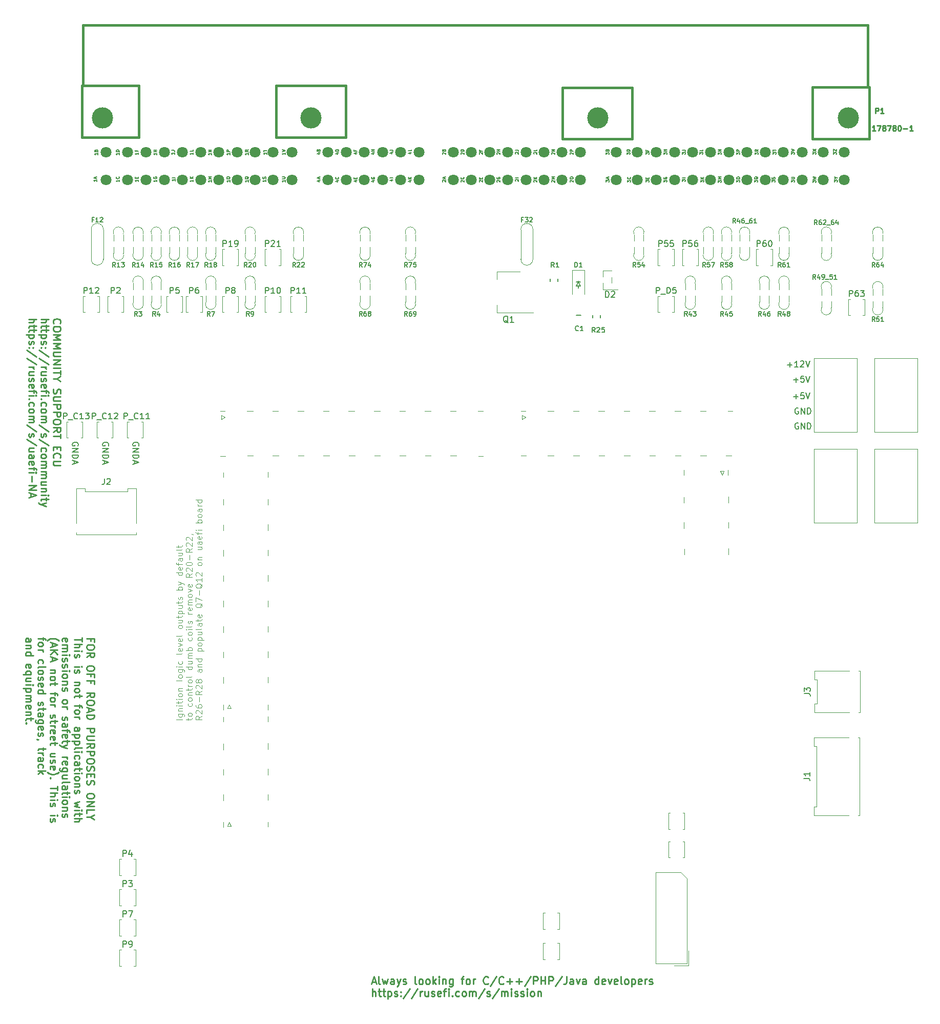
<source format=gto>
G04 #@! TF.GenerationSoftware,KiCad,Pcbnew,7.0.11-7.0.11~ubuntu22.04.1*
G04 #@! TF.CreationDate,2024-03-13T00:30:15+00:00*
G04 #@! TF.ProjectId,uaefi-adapter-NA-90-95,75616566-692d-4616-9461-707465722d4e,rev?*
G04 #@! TF.SameCoordinates,Original*
G04 #@! TF.FileFunction,Legend,Top*
G04 #@! TF.FilePolarity,Positive*
%FSLAX46Y46*%
G04 Gerber Fmt 4.6, Leading zero omitted, Abs format (unit mm)*
G04 Created by KiCad (PCBNEW 7.0.11-7.0.11~ubuntu22.04.1) date 2024-03-13 00:30:15*
%MOMM*%
%LPD*%
G01*
G04 APERTURE LIST*
%ADD10C,0.127000*%
%ADD11C,0.150000*%
%ADD12C,0.250000*%
%ADD13C,0.170000*%
%ADD14C,0.222250*%
%ADD15C,0.100000*%
%ADD16C,0.099060*%
%ADD17C,0.120000*%
%ADD18C,0.200000*%
%ADD19C,0.381000*%
%ADD20C,3.500120*%
%ADD21C,1.800000*%
G04 APERTURE END LIST*
D10*
X54549740Y142514763D02*
X54888407Y142514763D01*
X54356217Y142393811D02*
X54719074Y142272858D01*
X54719074Y142272858D02*
X54719074Y142587335D01*
X54888407Y142780859D02*
X54380407Y142780859D01*
X54380407Y142780859D02*
X54380407Y142901811D01*
X54380407Y142901811D02*
X54404597Y142974383D01*
X54404597Y142974383D02*
X54452978Y143022764D01*
X54452978Y143022764D02*
X54501359Y143046954D01*
X54501359Y143046954D02*
X54598121Y143071145D01*
X54598121Y143071145D02*
X54670693Y143071145D01*
X54670693Y143071145D02*
X54767455Y143046954D01*
X54767455Y143046954D02*
X54815836Y143022764D01*
X54815836Y143022764D02*
X54864217Y142974383D01*
X54864217Y142974383D02*
X54888407Y142901811D01*
X54888407Y142901811D02*
X54888407Y142780859D01*
X78182788Y137725049D02*
X78158597Y137749240D01*
X78158597Y137749240D02*
X78134407Y137797621D01*
X78134407Y137797621D02*
X78134407Y137918573D01*
X78134407Y137918573D02*
X78158597Y137966954D01*
X78158597Y137966954D02*
X78182788Y137991145D01*
X78182788Y137991145D02*
X78231169Y138015335D01*
X78231169Y138015335D02*
X78279550Y138015335D01*
X78279550Y138015335D02*
X78352121Y137991145D01*
X78352121Y137991145D02*
X78642407Y137700859D01*
X78642407Y137700859D02*
X78642407Y138015335D01*
X78376312Y138233050D02*
X78376312Y138402383D01*
X78642407Y138474955D02*
X78642407Y138233050D01*
X78642407Y138233050D02*
X78134407Y138233050D01*
X78134407Y138233050D02*
X78134407Y138474955D01*
D11*
X130860588Y97832562D02*
X130765350Y97880181D01*
X130765350Y97880181D02*
X130622493Y97880181D01*
X130622493Y97880181D02*
X130479636Y97832562D01*
X130479636Y97832562D02*
X130384398Y97737324D01*
X130384398Y97737324D02*
X130336779Y97642086D01*
X130336779Y97642086D02*
X130289160Y97451610D01*
X130289160Y97451610D02*
X130289160Y97308753D01*
X130289160Y97308753D02*
X130336779Y97118277D01*
X130336779Y97118277D02*
X130384398Y97023039D01*
X130384398Y97023039D02*
X130479636Y96927800D01*
X130479636Y96927800D02*
X130622493Y96880181D01*
X130622493Y96880181D02*
X130717731Y96880181D01*
X130717731Y96880181D02*
X130860588Y96927800D01*
X130860588Y96927800D02*
X130908207Y96975420D01*
X130908207Y96975420D02*
X130908207Y97308753D01*
X130908207Y97308753D02*
X130717731Y97308753D01*
X131336779Y96880181D02*
X131336779Y97880181D01*
X131336779Y97880181D02*
X131908207Y96880181D01*
X131908207Y96880181D02*
X131908207Y97880181D01*
X132384398Y96880181D02*
X132384398Y97880181D01*
X132384398Y97880181D02*
X132622493Y97880181D01*
X132622493Y97880181D02*
X132765350Y97832562D01*
X132765350Y97832562D02*
X132860588Y97737324D01*
X132860588Y97737324D02*
X132908207Y97642086D01*
X132908207Y97642086D02*
X132955826Y97451610D01*
X132955826Y97451610D02*
X132955826Y97308753D01*
X132955826Y97308753D02*
X132908207Y97118277D01*
X132908207Y97118277D02*
X132860588Y97023039D01*
X132860588Y97023039D02*
X132765350Y96927800D01*
X132765350Y96927800D02*
X132622493Y96880181D01*
X132622493Y96880181D02*
X132384398Y96880181D01*
D10*
X105693407Y137700859D02*
X105693407Y138015335D01*
X105693407Y138015335D02*
X105886931Y137846002D01*
X105886931Y137846002D02*
X105886931Y137918573D01*
X105886931Y137918573D02*
X105911121Y137966954D01*
X105911121Y137966954D02*
X105935312Y137991145D01*
X105935312Y137991145D02*
X105983693Y138015335D01*
X105983693Y138015335D02*
X106104645Y138015335D01*
X106104645Y138015335D02*
X106153026Y137991145D01*
X106153026Y137991145D02*
X106177217Y137966954D01*
X106177217Y137966954D02*
X106201407Y137918573D01*
X106201407Y137918573D02*
X106201407Y137773430D01*
X106201407Y137773430D02*
X106177217Y137725049D01*
X106177217Y137725049D02*
X106153026Y137700859D01*
X105935312Y138233050D02*
X105935312Y138402383D01*
X106201407Y138474955D02*
X106201407Y138233050D01*
X106201407Y138233050D02*
X105693407Y138233050D01*
X105693407Y138233050D02*
X105693407Y138474955D01*
X46045407Y138029049D02*
X46045407Y137738763D01*
X46045407Y137883906D02*
X45537407Y137883906D01*
X45537407Y137883906D02*
X45609978Y137835525D01*
X45609978Y137835525D02*
X45658359Y137787144D01*
X45658359Y137787144D02*
X45682550Y137738763D01*
X45537407Y138246764D02*
X45948645Y138246764D01*
X45948645Y138246764D02*
X45997026Y138270954D01*
X45997026Y138270954D02*
X46021217Y138295145D01*
X46021217Y138295145D02*
X46045407Y138343526D01*
X46045407Y138343526D02*
X46045407Y138440288D01*
X46045407Y138440288D02*
X46021217Y138488669D01*
X46021217Y138488669D02*
X45997026Y138512859D01*
X45997026Y138512859D02*
X45948645Y138537050D01*
X45948645Y138537050D02*
X45537407Y138537050D01*
X39949407Y138029049D02*
X39949407Y137738763D01*
X39949407Y137883906D02*
X39441407Y137883906D01*
X39441407Y137883906D02*
X39513978Y137835525D01*
X39513978Y137835525D02*
X39562359Y137787144D01*
X39562359Y137787144D02*
X39586550Y137738763D01*
X39997788Y138585431D02*
X39973597Y138537050D01*
X39973597Y138537050D02*
X39925217Y138488669D01*
X39925217Y138488669D02*
X39852645Y138416097D01*
X39852645Y138416097D02*
X39828455Y138367716D01*
X39828455Y138367716D02*
X39828455Y138319335D01*
X39949407Y138343526D02*
X39925217Y138295145D01*
X39925217Y138295145D02*
X39876836Y138246764D01*
X39876836Y138246764D02*
X39780074Y138222573D01*
X39780074Y138222573D02*
X39610740Y138222573D01*
X39610740Y138222573D02*
X39513978Y138246764D01*
X39513978Y138246764D02*
X39465597Y138295145D01*
X39465597Y138295145D02*
X39441407Y138343526D01*
X39441407Y138343526D02*
X39441407Y138440288D01*
X39441407Y138440288D02*
X39465597Y138488669D01*
X39465597Y138488669D02*
X39513978Y138537050D01*
X39513978Y138537050D02*
X39610740Y138561240D01*
X39610740Y138561240D02*
X39780074Y138561240D01*
X39780074Y138561240D02*
X39876836Y138537050D01*
X39876836Y138537050D02*
X39925217Y138488669D01*
X39925217Y138488669D02*
X39949407Y138440288D01*
X39949407Y138440288D02*
X39949407Y138343526D01*
X81103788Y142260763D02*
X81079597Y142284954D01*
X81079597Y142284954D02*
X81055407Y142333335D01*
X81055407Y142333335D02*
X81055407Y142454287D01*
X81055407Y142454287D02*
X81079597Y142502668D01*
X81079597Y142502668D02*
X81103788Y142526859D01*
X81103788Y142526859D02*
X81152169Y142551049D01*
X81152169Y142551049D02*
X81200550Y142551049D01*
X81200550Y142551049D02*
X81273121Y142526859D01*
X81273121Y142526859D02*
X81563407Y142236573D01*
X81563407Y142236573D02*
X81563407Y142551049D01*
X81563407Y142768764D02*
X81055407Y142768764D01*
X81297312Y142768764D02*
X81297312Y143059050D01*
X81563407Y143059050D02*
X81055407Y143059050D01*
X63566740Y142575239D02*
X63905407Y142575239D01*
X63373217Y142454287D02*
X63736074Y142333334D01*
X63736074Y142333334D02*
X63736074Y142647811D01*
X63397407Y142986478D02*
X63760264Y142986478D01*
X63760264Y142986478D02*
X63832836Y142962287D01*
X63832836Y142962287D02*
X63881217Y142913906D01*
X63881217Y142913906D02*
X63905407Y142841335D01*
X63905407Y142841335D02*
X63905407Y142792954D01*
X39949407Y142486144D02*
X39949407Y142195858D01*
X39949407Y142341001D02*
X39441407Y142341001D01*
X39441407Y142341001D02*
X39513978Y142292620D01*
X39513978Y142292620D02*
X39562359Y142244239D01*
X39562359Y142244239D02*
X39586550Y142195858D01*
X39949407Y142994145D02*
X39707502Y142824811D01*
X39949407Y142703859D02*
X39441407Y142703859D01*
X39441407Y142703859D02*
X39441407Y142897383D01*
X39441407Y142897383D02*
X39465597Y142945764D01*
X39465597Y142945764D02*
X39489788Y142969954D01*
X39489788Y142969954D02*
X39538169Y142994145D01*
X39538169Y142994145D02*
X39610740Y142994145D01*
X39610740Y142994145D02*
X39659121Y142969954D01*
X39659121Y142969954D02*
X39683312Y142945764D01*
X39683312Y142945764D02*
X39707502Y142897383D01*
X39707502Y142897383D02*
X39707502Y142703859D01*
X66614740Y137942763D02*
X66953407Y137942763D01*
X66421217Y137821811D02*
X66784074Y137700858D01*
X66784074Y137700858D02*
X66784074Y138015335D01*
X66953407Y138208859D02*
X66445407Y138208859D01*
X66953407Y138499145D02*
X66663121Y138281430D01*
X66445407Y138499145D02*
X66735693Y138208859D01*
X117631407Y142236573D02*
X117631407Y142551049D01*
X117631407Y142551049D02*
X117824931Y142381716D01*
X117824931Y142381716D02*
X117824931Y142454287D01*
X117824931Y142454287D02*
X117849121Y142502668D01*
X117849121Y142502668D02*
X117873312Y142526859D01*
X117873312Y142526859D02*
X117921693Y142551049D01*
X117921693Y142551049D02*
X118042645Y142551049D01*
X118042645Y142551049D02*
X118091026Y142526859D01*
X118091026Y142526859D02*
X118115217Y142502668D01*
X118115217Y142502668D02*
X118139407Y142454287D01*
X118139407Y142454287D02*
X118139407Y142309144D01*
X118139407Y142309144D02*
X118115217Y142260763D01*
X118115217Y142260763D02*
X118091026Y142236573D01*
X118139407Y142768764D02*
X117631407Y142768764D01*
X117631407Y142768764D02*
X118139407Y143059050D01*
X118139407Y143059050D02*
X117631407Y143059050D01*
X111662407Y137809716D02*
X111662407Y138124192D01*
X111662407Y138124192D02*
X111855931Y137954859D01*
X111855931Y137954859D02*
X111855931Y138027430D01*
X111855931Y138027430D02*
X111880121Y138075811D01*
X111880121Y138075811D02*
X111904312Y138100002D01*
X111904312Y138100002D02*
X111952693Y138124192D01*
X111952693Y138124192D02*
X112073645Y138124192D01*
X112073645Y138124192D02*
X112122026Y138100002D01*
X112122026Y138100002D02*
X112146217Y138075811D01*
X112146217Y138075811D02*
X112170407Y138027430D01*
X112170407Y138027430D02*
X112170407Y137882287D01*
X112170407Y137882287D02*
X112146217Y137833906D01*
X112146217Y137833906D02*
X112122026Y137809716D01*
X112170407Y138341907D02*
X111662407Y138341907D01*
X75134788Y142272858D02*
X75110597Y142297049D01*
X75110597Y142297049D02*
X75086407Y142345430D01*
X75086407Y142345430D02*
X75086407Y142466382D01*
X75086407Y142466382D02*
X75110597Y142514763D01*
X75110597Y142514763D02*
X75134788Y142538954D01*
X75134788Y142538954D02*
X75183169Y142563144D01*
X75183169Y142563144D02*
X75231550Y142563144D01*
X75231550Y142563144D02*
X75304121Y142538954D01*
X75304121Y142538954D02*
X75594407Y142248668D01*
X75594407Y142248668D02*
X75594407Y142563144D01*
X75594407Y142780859D02*
X75086407Y142780859D01*
X75086407Y142780859D02*
X75086407Y142901811D01*
X75086407Y142901811D02*
X75110597Y142974383D01*
X75110597Y142974383D02*
X75158978Y143022764D01*
X75158978Y143022764D02*
X75207359Y143046954D01*
X75207359Y143046954D02*
X75304121Y143071145D01*
X75304121Y143071145D02*
X75376693Y143071145D01*
X75376693Y143071145D02*
X75473455Y143046954D01*
X75473455Y143046954D02*
X75521836Y143022764D01*
X75521836Y143022764D02*
X75570217Y142974383D01*
X75570217Y142974383D02*
X75594407Y142901811D01*
X75594407Y142901811D02*
X75594407Y142780859D01*
X133252407Y137640383D02*
X133252407Y137954859D01*
X133252407Y137954859D02*
X133445931Y137785526D01*
X133445931Y137785526D02*
X133445931Y137858097D01*
X133445931Y137858097D02*
X133470121Y137906478D01*
X133470121Y137906478D02*
X133494312Y137930669D01*
X133494312Y137930669D02*
X133542693Y137954859D01*
X133542693Y137954859D02*
X133663645Y137954859D01*
X133663645Y137954859D02*
X133712026Y137930669D01*
X133712026Y137930669D02*
X133736217Y137906478D01*
X133736217Y137906478D02*
X133760407Y137858097D01*
X133760407Y137858097D02*
X133760407Y137712954D01*
X133760407Y137712954D02*
X133736217Y137664573D01*
X133736217Y137664573D02*
X133712026Y137640383D01*
X133252407Y138124193D02*
X133760407Y138245145D01*
X133760407Y138245145D02*
X133397550Y138341907D01*
X133397550Y138341907D02*
X133760407Y138438669D01*
X133760407Y138438669D02*
X133252407Y138559621D01*
X102518407Y142248668D02*
X102518407Y142563144D01*
X102518407Y142563144D02*
X102711931Y142393811D01*
X102711931Y142393811D02*
X102711931Y142466382D01*
X102711931Y142466382D02*
X102736121Y142514763D01*
X102736121Y142514763D02*
X102760312Y142538954D01*
X102760312Y142538954D02*
X102808693Y142563144D01*
X102808693Y142563144D02*
X102929645Y142563144D01*
X102929645Y142563144D02*
X102978026Y142538954D01*
X102978026Y142538954D02*
X103002217Y142514763D01*
X103002217Y142514763D02*
X103026407Y142466382D01*
X103026407Y142466382D02*
X103026407Y142321239D01*
X103026407Y142321239D02*
X103002217Y142272858D01*
X103002217Y142272858D02*
X102978026Y142248668D01*
X103026407Y142780859D02*
X102518407Y142780859D01*
X102518407Y142780859D02*
X102518407Y142901811D01*
X102518407Y142901811D02*
X102542597Y142974383D01*
X102542597Y142974383D02*
X102590978Y143022764D01*
X102590978Y143022764D02*
X102639359Y143046954D01*
X102639359Y143046954D02*
X102736121Y143071145D01*
X102736121Y143071145D02*
X102808693Y143071145D01*
X102808693Y143071145D02*
X102905455Y143046954D01*
X102905455Y143046954D02*
X102953836Y143022764D01*
X102953836Y143022764D02*
X103002217Y142974383D01*
X103002217Y142974383D02*
X103026407Y142901811D01*
X103026407Y142901811D02*
X103026407Y142780859D01*
D11*
X130086779Y102261134D02*
X130848684Y102261134D01*
X130467731Y101880181D02*
X130467731Y102642086D01*
X131801064Y102880181D02*
X131324874Y102880181D01*
X131324874Y102880181D02*
X131277255Y102403991D01*
X131277255Y102403991D02*
X131324874Y102451610D01*
X131324874Y102451610D02*
X131420112Y102499229D01*
X131420112Y102499229D02*
X131658207Y102499229D01*
X131658207Y102499229D02*
X131753445Y102451610D01*
X131753445Y102451610D02*
X131801064Y102403991D01*
X131801064Y102403991D02*
X131848683Y102308753D01*
X131848683Y102308753D02*
X131848683Y102070658D01*
X131848683Y102070658D02*
X131801064Y101975420D01*
X131801064Y101975420D02*
X131753445Y101927800D01*
X131753445Y101927800D02*
X131658207Y101880181D01*
X131658207Y101880181D02*
X131420112Y101880181D01*
X131420112Y101880181D02*
X131324874Y101927800D01*
X131324874Y101927800D02*
X131277255Y101975420D01*
X132134398Y102880181D02*
X132467731Y101880181D01*
X132467731Y101880181D02*
X132801064Y102880181D01*
D10*
X75134788Y137700858D02*
X75110597Y137725049D01*
X75110597Y137725049D02*
X75086407Y137773430D01*
X75086407Y137773430D02*
X75086407Y137894382D01*
X75086407Y137894382D02*
X75110597Y137942763D01*
X75110597Y137942763D02*
X75134788Y137966954D01*
X75134788Y137966954D02*
X75183169Y137991144D01*
X75183169Y137991144D02*
X75231550Y137991144D01*
X75231550Y137991144D02*
X75304121Y137966954D01*
X75304121Y137966954D02*
X75594407Y137676668D01*
X75594407Y137676668D02*
X75594407Y137991144D01*
X75546026Y138499145D02*
X75570217Y138474954D01*
X75570217Y138474954D02*
X75594407Y138402383D01*
X75594407Y138402383D02*
X75594407Y138354002D01*
X75594407Y138354002D02*
X75570217Y138281430D01*
X75570217Y138281430D02*
X75521836Y138233049D01*
X75521836Y138233049D02*
X75473455Y138208859D01*
X75473455Y138208859D02*
X75376693Y138184668D01*
X75376693Y138184668D02*
X75304121Y138184668D01*
X75304121Y138184668D02*
X75207359Y138208859D01*
X75207359Y138208859D02*
X75158978Y138233049D01*
X75158978Y138233049D02*
X75110597Y138281430D01*
X75110597Y138281430D02*
X75086407Y138354002D01*
X75086407Y138354002D02*
X75086407Y138402383D01*
X75086407Y138402383D02*
X75110597Y138474954D01*
X75110597Y138474954D02*
X75134788Y138499145D01*
X93168788Y137688763D02*
X93144597Y137712954D01*
X93144597Y137712954D02*
X93120407Y137761335D01*
X93120407Y137761335D02*
X93120407Y137882287D01*
X93120407Y137882287D02*
X93144597Y137930668D01*
X93144597Y137930668D02*
X93168788Y137954859D01*
X93168788Y137954859D02*
X93217169Y137979049D01*
X93217169Y137979049D02*
X93265550Y137979049D01*
X93265550Y137979049D02*
X93338121Y137954859D01*
X93338121Y137954859D02*
X93628407Y137664573D01*
X93628407Y137664573D02*
X93628407Y137979049D01*
X93120407Y138293526D02*
X93120407Y138390288D01*
X93120407Y138390288D02*
X93144597Y138438669D01*
X93144597Y138438669D02*
X93192978Y138487050D01*
X93192978Y138487050D02*
X93289740Y138511240D01*
X93289740Y138511240D02*
X93459074Y138511240D01*
X93459074Y138511240D02*
X93555836Y138487050D01*
X93555836Y138487050D02*
X93604217Y138438669D01*
X93604217Y138438669D02*
X93628407Y138390288D01*
X93628407Y138390288D02*
X93628407Y138293526D01*
X93628407Y138293526D02*
X93604217Y138245145D01*
X93604217Y138245145D02*
X93555836Y138196764D01*
X93555836Y138196764D02*
X93459074Y138172573D01*
X93459074Y138172573D02*
X93289740Y138172573D01*
X93289740Y138172573D02*
X93192978Y138196764D01*
X93192978Y138196764D02*
X93144597Y138245145D01*
X93144597Y138245145D02*
X93120407Y138293526D01*
X129696407Y137664573D02*
X129696407Y137979049D01*
X129696407Y137979049D02*
X129889931Y137809716D01*
X129889931Y137809716D02*
X129889931Y137882287D01*
X129889931Y137882287D02*
X129914121Y137930668D01*
X129914121Y137930668D02*
X129938312Y137954859D01*
X129938312Y137954859D02*
X129986693Y137979049D01*
X129986693Y137979049D02*
X130107645Y137979049D01*
X130107645Y137979049D02*
X130156026Y137954859D01*
X130156026Y137954859D02*
X130180217Y137930668D01*
X130180217Y137930668D02*
X130204407Y137882287D01*
X130204407Y137882287D02*
X130204407Y137737144D01*
X130204407Y137737144D02*
X130180217Y137688763D01*
X130180217Y137688763D02*
X130156026Y137664573D01*
X129696407Y138196764D02*
X130107645Y138196764D01*
X130107645Y138196764D02*
X130156026Y138220954D01*
X130156026Y138220954D02*
X130180217Y138245145D01*
X130180217Y138245145D02*
X130204407Y138293526D01*
X130204407Y138293526D02*
X130204407Y138390288D01*
X130204407Y138390288D02*
X130180217Y138438669D01*
X130180217Y138438669D02*
X130156026Y138462859D01*
X130156026Y138462859D02*
X130107645Y138487050D01*
X130107645Y138487050D02*
X129696407Y138487050D01*
X111662407Y142309144D02*
X111662407Y142623620D01*
X111662407Y142623620D02*
X111855931Y142454287D01*
X111855931Y142454287D02*
X111855931Y142526858D01*
X111855931Y142526858D02*
X111880121Y142575239D01*
X111880121Y142575239D02*
X111904312Y142599430D01*
X111904312Y142599430D02*
X111952693Y142623620D01*
X111952693Y142623620D02*
X112073645Y142623620D01*
X112073645Y142623620D02*
X112122026Y142599430D01*
X112122026Y142599430D02*
X112146217Y142575239D01*
X112146217Y142575239D02*
X112170407Y142526858D01*
X112170407Y142526858D02*
X112170407Y142381715D01*
X112170407Y142381715D02*
X112146217Y142333334D01*
X112146217Y142333334D02*
X112122026Y142309144D01*
X111662407Y142986478D02*
X112025264Y142986478D01*
X112025264Y142986478D02*
X112097836Y142962287D01*
X112097836Y142962287D02*
X112146217Y142913906D01*
X112146217Y142913906D02*
X112170407Y142841335D01*
X112170407Y142841335D02*
X112170407Y142792954D01*
D11*
X16832561Y94139412D02*
X16880180Y94234650D01*
X16880180Y94234650D02*
X16880180Y94377507D01*
X16880180Y94377507D02*
X16832561Y94520364D01*
X16832561Y94520364D02*
X16737323Y94615602D01*
X16737323Y94615602D02*
X16642085Y94663221D01*
X16642085Y94663221D02*
X16451609Y94710840D01*
X16451609Y94710840D02*
X16308752Y94710840D01*
X16308752Y94710840D02*
X16118276Y94663221D01*
X16118276Y94663221D02*
X16023038Y94615602D01*
X16023038Y94615602D02*
X15927800Y94520364D01*
X15927800Y94520364D02*
X15880180Y94377507D01*
X15880180Y94377507D02*
X15880180Y94282269D01*
X15880180Y94282269D02*
X15927800Y94139412D01*
X15927800Y94139412D02*
X15975419Y94091793D01*
X15975419Y94091793D02*
X16308752Y94091793D01*
X16308752Y94091793D02*
X16308752Y94282269D01*
X15880180Y93663221D02*
X16880180Y93663221D01*
X16880180Y93663221D02*
X15880180Y93091793D01*
X15880180Y93091793D02*
X16880180Y93091793D01*
X15880180Y92615602D02*
X16880180Y92615602D01*
X16880180Y92615602D02*
X16880180Y92377507D01*
X16880180Y92377507D02*
X16832561Y92234650D01*
X16832561Y92234650D02*
X16737323Y92139412D01*
X16737323Y92139412D02*
X16642085Y92091793D01*
X16642085Y92091793D02*
X16451609Y92044174D01*
X16451609Y92044174D02*
X16308752Y92044174D01*
X16308752Y92044174D02*
X16118276Y92091793D01*
X16118276Y92091793D02*
X16023038Y92139412D01*
X16023038Y92139412D02*
X15927800Y92234650D01*
X15927800Y92234650D02*
X15880180Y92377507D01*
X15880180Y92377507D02*
X15880180Y92615602D01*
X16165895Y91663221D02*
X16165895Y91187031D01*
X15880180Y91758459D02*
X16880180Y91425126D01*
X16880180Y91425126D02*
X15880180Y91091793D01*
D10*
X27884407Y138174192D02*
X27884407Y137883906D01*
X27884407Y138029049D02*
X27376407Y138029049D01*
X27376407Y138029049D02*
X27448978Y137980668D01*
X27448978Y137980668D02*
X27497359Y137932287D01*
X27497359Y137932287D02*
X27521550Y137883906D01*
X27884407Y138391907D02*
X27376407Y138391907D01*
X60518740Y137942763D02*
X60857407Y137942763D01*
X60325217Y137821811D02*
X60688074Y137700858D01*
X60688074Y137700858D02*
X60688074Y138015335D01*
X60373597Y138474954D02*
X60349407Y138426573D01*
X60349407Y138426573D02*
X60349407Y138354002D01*
X60349407Y138354002D02*
X60373597Y138281430D01*
X60373597Y138281430D02*
X60421978Y138233049D01*
X60421978Y138233049D02*
X60470359Y138208859D01*
X60470359Y138208859D02*
X60567121Y138184668D01*
X60567121Y138184668D02*
X60639693Y138184668D01*
X60639693Y138184668D02*
X60736455Y138208859D01*
X60736455Y138208859D02*
X60784836Y138233049D01*
X60784836Y138233049D02*
X60833217Y138281430D01*
X60833217Y138281430D02*
X60857407Y138354002D01*
X60857407Y138354002D02*
X60857407Y138402383D01*
X60857407Y138402383D02*
X60833217Y138474954D01*
X60833217Y138474954D02*
X60809026Y138499145D01*
X60809026Y138499145D02*
X60639693Y138499145D01*
X60639693Y138499145D02*
X60639693Y138402383D01*
X51501740Y137979049D02*
X51840407Y137979049D01*
X51308217Y137858097D02*
X51671074Y137737144D01*
X51671074Y137737144D02*
X51671074Y138051621D01*
X51695264Y138220954D02*
X51695264Y138462859D01*
X51840407Y138172573D02*
X51332407Y138341907D01*
X51332407Y138341907D02*
X51840407Y138511240D01*
X30805407Y142534525D02*
X30805407Y142244239D01*
X30805407Y142389382D02*
X30297407Y142389382D01*
X30297407Y142389382D02*
X30369978Y142341001D01*
X30369978Y142341001D02*
X30418359Y142292620D01*
X30418359Y142292620D02*
X30442550Y142244239D01*
X30805407Y142994145D02*
X30805407Y142752240D01*
X30805407Y142752240D02*
X30297407Y142752240D01*
X90120788Y142260763D02*
X90096597Y142284954D01*
X90096597Y142284954D02*
X90072407Y142333335D01*
X90072407Y142333335D02*
X90072407Y142454287D01*
X90072407Y142454287D02*
X90096597Y142502668D01*
X90096597Y142502668D02*
X90120788Y142526859D01*
X90120788Y142526859D02*
X90169169Y142551049D01*
X90169169Y142551049D02*
X90217550Y142551049D01*
X90217550Y142551049D02*
X90290121Y142526859D01*
X90290121Y142526859D02*
X90580407Y142236573D01*
X90580407Y142236573D02*
X90580407Y142551049D01*
X90580407Y142768764D02*
X90072407Y142768764D01*
X90072407Y142768764D02*
X90580407Y143059050D01*
X90580407Y143059050D02*
X90072407Y143059050D01*
X63566740Y138075811D02*
X63905407Y138075811D01*
X63373217Y137954859D02*
X63736074Y137833906D01*
X63736074Y137833906D02*
X63736074Y138148383D01*
X63905407Y138341907D02*
X63397407Y138341907D01*
X87199788Y137700858D02*
X87175597Y137725049D01*
X87175597Y137725049D02*
X87151407Y137773430D01*
X87151407Y137773430D02*
X87151407Y137894382D01*
X87151407Y137894382D02*
X87175597Y137942763D01*
X87175597Y137942763D02*
X87199788Y137966954D01*
X87199788Y137966954D02*
X87248169Y137991144D01*
X87248169Y137991144D02*
X87296550Y137991144D01*
X87296550Y137991144D02*
X87369121Y137966954D01*
X87369121Y137966954D02*
X87659407Y137676668D01*
X87659407Y137676668D02*
X87659407Y137991144D01*
X87659407Y138208859D02*
X87151407Y138208859D01*
X87659407Y138499145D02*
X87369121Y138281430D01*
X87151407Y138499145D02*
X87441693Y138208859D01*
X114583407Y142297049D02*
X114583407Y142611525D01*
X114583407Y142611525D02*
X114776931Y142442192D01*
X114776931Y142442192D02*
X114776931Y142514763D01*
X114776931Y142514763D02*
X114801121Y142563144D01*
X114801121Y142563144D02*
X114825312Y142587335D01*
X114825312Y142587335D02*
X114873693Y142611525D01*
X114873693Y142611525D02*
X114994645Y142611525D01*
X114994645Y142611525D02*
X115043026Y142587335D01*
X115043026Y142587335D02*
X115067217Y142563144D01*
X115067217Y142563144D02*
X115091407Y142514763D01*
X115091407Y142514763D02*
X115091407Y142369620D01*
X115091407Y142369620D02*
X115067217Y142321239D01*
X115067217Y142321239D02*
X115043026Y142297049D01*
X115091407Y143071145D02*
X115091407Y142829240D01*
X115091407Y142829240D02*
X114583407Y142829240D01*
X18613407Y138041144D02*
X18613407Y137750858D01*
X18613407Y137896001D02*
X18105407Y137896001D01*
X18105407Y137896001D02*
X18177978Y137847620D01*
X18177978Y137847620D02*
X18226359Y137799239D01*
X18226359Y137799239D02*
X18250550Y137750858D01*
X18565026Y138549145D02*
X18589217Y138524954D01*
X18589217Y138524954D02*
X18613407Y138452383D01*
X18613407Y138452383D02*
X18613407Y138404002D01*
X18613407Y138404002D02*
X18589217Y138331430D01*
X18589217Y138331430D02*
X18540836Y138283049D01*
X18540836Y138283049D02*
X18492455Y138258859D01*
X18492455Y138258859D02*
X18395693Y138234668D01*
X18395693Y138234668D02*
X18323121Y138234668D01*
X18323121Y138234668D02*
X18226359Y138258859D01*
X18226359Y138258859D02*
X18177978Y138283049D01*
X18177978Y138283049D02*
X18129597Y138331430D01*
X18129597Y138331430D02*
X18105407Y138404002D01*
X18105407Y138404002D02*
X18105407Y138452383D01*
X18105407Y138452383D02*
X18129597Y138524954D01*
X18129597Y138524954D02*
X18153788Y138549145D01*
X120679407Y137664573D02*
X120679407Y137979049D01*
X120679407Y137979049D02*
X120872931Y137809716D01*
X120872931Y137809716D02*
X120872931Y137882287D01*
X120872931Y137882287D02*
X120897121Y137930668D01*
X120897121Y137930668D02*
X120921312Y137954859D01*
X120921312Y137954859D02*
X120969693Y137979049D01*
X120969693Y137979049D02*
X121090645Y137979049D01*
X121090645Y137979049D02*
X121139026Y137954859D01*
X121139026Y137954859D02*
X121163217Y137930668D01*
X121163217Y137930668D02*
X121187407Y137882287D01*
X121187407Y137882287D02*
X121187407Y137737144D01*
X121187407Y137737144D02*
X121163217Y137688763D01*
X121163217Y137688763D02*
X121139026Y137664573D01*
X120679407Y138293526D02*
X120679407Y138390288D01*
X120679407Y138390288D02*
X120703597Y138438669D01*
X120703597Y138438669D02*
X120751978Y138487050D01*
X120751978Y138487050D02*
X120848740Y138511240D01*
X120848740Y138511240D02*
X121018074Y138511240D01*
X121018074Y138511240D02*
X121114836Y138487050D01*
X121114836Y138487050D02*
X121163217Y138438669D01*
X121163217Y138438669D02*
X121187407Y138390288D01*
X121187407Y138390288D02*
X121187407Y138293526D01*
X121187407Y138293526D02*
X121163217Y138245145D01*
X121163217Y138245145D02*
X121114836Y138196764D01*
X121114836Y138196764D02*
X121018074Y138172573D01*
X121018074Y138172573D02*
X120848740Y138172573D01*
X120848740Y138172573D02*
X120751978Y138196764D01*
X120751978Y138196764D02*
X120703597Y138245145D01*
X120703597Y138245145D02*
X120679407Y138293526D01*
X57597740Y142551049D02*
X57936407Y142551049D01*
X57404217Y142430097D02*
X57767074Y142309144D01*
X57767074Y142309144D02*
X57767074Y142623621D01*
X57670312Y142986478D02*
X57670312Y142817145D01*
X57936407Y142817145D02*
X57428407Y142817145D01*
X57428407Y142817145D02*
X57428407Y143059050D01*
X102645407Y137676668D02*
X102645407Y137991144D01*
X102645407Y137991144D02*
X102838931Y137821811D01*
X102838931Y137821811D02*
X102838931Y137894382D01*
X102838931Y137894382D02*
X102863121Y137942763D01*
X102863121Y137942763D02*
X102887312Y137966954D01*
X102887312Y137966954D02*
X102935693Y137991144D01*
X102935693Y137991144D02*
X103056645Y137991144D01*
X103056645Y137991144D02*
X103105026Y137966954D01*
X103105026Y137966954D02*
X103129217Y137942763D01*
X103129217Y137942763D02*
X103153407Y137894382D01*
X103153407Y137894382D02*
X103153407Y137749239D01*
X103153407Y137749239D02*
X103129217Y137700858D01*
X103129217Y137700858D02*
X103105026Y137676668D01*
X103105026Y138499145D02*
X103129217Y138474954D01*
X103129217Y138474954D02*
X103153407Y138402383D01*
X103153407Y138402383D02*
X103153407Y138354002D01*
X103153407Y138354002D02*
X103129217Y138281430D01*
X103129217Y138281430D02*
X103080836Y138233049D01*
X103080836Y138233049D02*
X103032455Y138208859D01*
X103032455Y138208859D02*
X102935693Y138184668D01*
X102935693Y138184668D02*
X102863121Y138184668D01*
X102863121Y138184668D02*
X102766359Y138208859D01*
X102766359Y138208859D02*
X102717978Y138233049D01*
X102717978Y138233049D02*
X102669597Y138281430D01*
X102669597Y138281430D02*
X102645407Y138354002D01*
X102645407Y138354002D02*
X102645407Y138402383D01*
X102645407Y138402383D02*
X102669597Y138474954D01*
X102669597Y138474954D02*
X102693788Y138499145D01*
X21788407Y138065335D02*
X21788407Y137775049D01*
X21788407Y137920192D02*
X21280407Y137920192D01*
X21280407Y137920192D02*
X21352978Y137871811D01*
X21352978Y137871811D02*
X21401359Y137823430D01*
X21401359Y137823430D02*
X21425550Y137775049D01*
X21522312Y138283050D02*
X21522312Y138452383D01*
X21788407Y138524955D02*
X21788407Y138283050D01*
X21788407Y138283050D02*
X21280407Y138283050D01*
X21280407Y138283050D02*
X21280407Y138524955D01*
X129696407Y142284954D02*
X129696407Y142599430D01*
X129696407Y142599430D02*
X129889931Y142430097D01*
X129889931Y142430097D02*
X129889931Y142502668D01*
X129889931Y142502668D02*
X129914121Y142551049D01*
X129914121Y142551049D02*
X129938312Y142575240D01*
X129938312Y142575240D02*
X129986693Y142599430D01*
X129986693Y142599430D02*
X130107645Y142599430D01*
X130107645Y142599430D02*
X130156026Y142575240D01*
X130156026Y142575240D02*
X130180217Y142551049D01*
X130180217Y142551049D02*
X130204407Y142502668D01*
X130204407Y142502668D02*
X130204407Y142357525D01*
X130204407Y142357525D02*
X130180217Y142309144D01*
X130180217Y142309144D02*
X130156026Y142284954D01*
X129696407Y142744573D02*
X130204407Y142913907D01*
X130204407Y142913907D02*
X129696407Y143083240D01*
X36901407Y142486144D02*
X36901407Y142195858D01*
X36901407Y142341001D02*
X36393407Y142341001D01*
X36393407Y142341001D02*
X36465978Y142292620D01*
X36465978Y142292620D02*
X36514359Y142244239D01*
X36514359Y142244239D02*
X36538550Y142195858D01*
X36901407Y142703859D02*
X36393407Y142703859D01*
X36393407Y142703859D02*
X36393407Y142897383D01*
X36393407Y142897383D02*
X36417597Y142945764D01*
X36417597Y142945764D02*
X36441788Y142969954D01*
X36441788Y142969954D02*
X36490169Y142994145D01*
X36490169Y142994145D02*
X36562740Y142994145D01*
X36562740Y142994145D02*
X36611121Y142969954D01*
X36611121Y142969954D02*
X36635312Y142945764D01*
X36635312Y142945764D02*
X36659502Y142897383D01*
X36659502Y142897383D02*
X36659502Y142703859D01*
X30805407Y138041144D02*
X30805407Y137750858D01*
X30805407Y137896001D02*
X30297407Y137896001D01*
X30297407Y137896001D02*
X30369978Y137847620D01*
X30369978Y137847620D02*
X30418359Y137799239D01*
X30418359Y137799239D02*
X30442550Y137750858D01*
X30805407Y138258859D02*
X30297407Y138258859D01*
X30805407Y138549145D02*
X30515121Y138331430D01*
X30297407Y138549145D02*
X30587693Y138258859D01*
X133252407Y142260763D02*
X133252407Y142575239D01*
X133252407Y142575239D02*
X133445931Y142405906D01*
X133445931Y142405906D02*
X133445931Y142478477D01*
X133445931Y142478477D02*
X133470121Y142526858D01*
X133470121Y142526858D02*
X133494312Y142551049D01*
X133494312Y142551049D02*
X133542693Y142575239D01*
X133542693Y142575239D02*
X133663645Y142575239D01*
X133663645Y142575239D02*
X133712026Y142551049D01*
X133712026Y142551049D02*
X133736217Y142526858D01*
X133736217Y142526858D02*
X133760407Y142478477D01*
X133760407Y142478477D02*
X133760407Y142333334D01*
X133760407Y142333334D02*
X133736217Y142284953D01*
X133736217Y142284953D02*
X133712026Y142260763D01*
X133252407Y142744573D02*
X133760407Y143083240D01*
X133252407Y143083240D02*
X133760407Y142744573D01*
D12*
X13883238Y61871242D02*
X13883238Y62287908D01*
X13228476Y62287908D02*
X14478476Y62287908D01*
X14478476Y62287908D02*
X14478476Y61692670D01*
X14478476Y60978384D02*
X14478476Y60740289D01*
X14478476Y60740289D02*
X14418952Y60621241D01*
X14418952Y60621241D02*
X14299904Y60502194D01*
X14299904Y60502194D02*
X14061809Y60442670D01*
X14061809Y60442670D02*
X13645142Y60442670D01*
X13645142Y60442670D02*
X13407047Y60502194D01*
X13407047Y60502194D02*
X13288000Y60621241D01*
X13288000Y60621241D02*
X13228476Y60740289D01*
X13228476Y60740289D02*
X13228476Y60978384D01*
X13228476Y60978384D02*
X13288000Y61097432D01*
X13288000Y61097432D02*
X13407047Y61216479D01*
X13407047Y61216479D02*
X13645142Y61276003D01*
X13645142Y61276003D02*
X14061809Y61276003D01*
X14061809Y61276003D02*
X14299904Y61216479D01*
X14299904Y61216479D02*
X14418952Y61097432D01*
X14418952Y61097432D02*
X14478476Y60978384D01*
X13228476Y59192670D02*
X13823714Y59609336D01*
X13228476Y59906955D02*
X14478476Y59906955D01*
X14478476Y59906955D02*
X14478476Y59430765D01*
X14478476Y59430765D02*
X14418952Y59311717D01*
X14418952Y59311717D02*
X14359428Y59252194D01*
X14359428Y59252194D02*
X14240380Y59192670D01*
X14240380Y59192670D02*
X14061809Y59192670D01*
X14061809Y59192670D02*
X13942761Y59252194D01*
X13942761Y59252194D02*
X13883238Y59311717D01*
X13883238Y59311717D02*
X13823714Y59430765D01*
X13823714Y59430765D02*
X13823714Y59906955D01*
X14478476Y57466479D02*
X14478476Y57228384D01*
X14478476Y57228384D02*
X14418952Y57109336D01*
X14418952Y57109336D02*
X14299904Y56990289D01*
X14299904Y56990289D02*
X14061809Y56930765D01*
X14061809Y56930765D02*
X13645142Y56930765D01*
X13645142Y56930765D02*
X13407047Y56990289D01*
X13407047Y56990289D02*
X13288000Y57109336D01*
X13288000Y57109336D02*
X13228476Y57228384D01*
X13228476Y57228384D02*
X13228476Y57466479D01*
X13228476Y57466479D02*
X13288000Y57585527D01*
X13288000Y57585527D02*
X13407047Y57704574D01*
X13407047Y57704574D02*
X13645142Y57764098D01*
X13645142Y57764098D02*
X14061809Y57764098D01*
X14061809Y57764098D02*
X14299904Y57704574D01*
X14299904Y57704574D02*
X14418952Y57585527D01*
X14418952Y57585527D02*
X14478476Y57466479D01*
X13883238Y55978384D02*
X13883238Y56395050D01*
X13228476Y56395050D02*
X14478476Y56395050D01*
X14478476Y56395050D02*
X14478476Y55799812D01*
X13883238Y54906955D02*
X13883238Y55323621D01*
X13228476Y55323621D02*
X14478476Y55323621D01*
X14478476Y55323621D02*
X14478476Y54728383D01*
X13228476Y52585526D02*
X13823714Y53002192D01*
X13228476Y53299811D02*
X14478476Y53299811D01*
X14478476Y53299811D02*
X14478476Y52823621D01*
X14478476Y52823621D02*
X14418952Y52704573D01*
X14418952Y52704573D02*
X14359428Y52645050D01*
X14359428Y52645050D02*
X14240380Y52585526D01*
X14240380Y52585526D02*
X14061809Y52585526D01*
X14061809Y52585526D02*
X13942761Y52645050D01*
X13942761Y52645050D02*
X13883238Y52704573D01*
X13883238Y52704573D02*
X13823714Y52823621D01*
X13823714Y52823621D02*
X13823714Y53299811D01*
X14478476Y51811716D02*
X14478476Y51573621D01*
X14478476Y51573621D02*
X14418952Y51454573D01*
X14418952Y51454573D02*
X14299904Y51335526D01*
X14299904Y51335526D02*
X14061809Y51276002D01*
X14061809Y51276002D02*
X13645142Y51276002D01*
X13645142Y51276002D02*
X13407047Y51335526D01*
X13407047Y51335526D02*
X13288000Y51454573D01*
X13288000Y51454573D02*
X13228476Y51573621D01*
X13228476Y51573621D02*
X13228476Y51811716D01*
X13228476Y51811716D02*
X13288000Y51930764D01*
X13288000Y51930764D02*
X13407047Y52049811D01*
X13407047Y52049811D02*
X13645142Y52109335D01*
X13645142Y52109335D02*
X14061809Y52109335D01*
X14061809Y52109335D02*
X14299904Y52049811D01*
X14299904Y52049811D02*
X14418952Y51930764D01*
X14418952Y51930764D02*
X14478476Y51811716D01*
X13585619Y50799811D02*
X13585619Y50204573D01*
X13228476Y50918859D02*
X14478476Y50502192D01*
X14478476Y50502192D02*
X13228476Y50085526D01*
X13228476Y49668858D02*
X14478476Y49668858D01*
X14478476Y49668858D02*
X14478476Y49371239D01*
X14478476Y49371239D02*
X14418952Y49192668D01*
X14418952Y49192668D02*
X14299904Y49073620D01*
X14299904Y49073620D02*
X14180857Y49014097D01*
X14180857Y49014097D02*
X13942761Y48954573D01*
X13942761Y48954573D02*
X13764190Y48954573D01*
X13764190Y48954573D02*
X13526095Y49014097D01*
X13526095Y49014097D02*
X13407047Y49073620D01*
X13407047Y49073620D02*
X13288000Y49192668D01*
X13288000Y49192668D02*
X13228476Y49371239D01*
X13228476Y49371239D02*
X13228476Y49668858D01*
X13228476Y47466477D02*
X14478476Y47466477D01*
X14478476Y47466477D02*
X14478476Y46990287D01*
X14478476Y46990287D02*
X14418952Y46871239D01*
X14418952Y46871239D02*
X14359428Y46811716D01*
X14359428Y46811716D02*
X14240380Y46752192D01*
X14240380Y46752192D02*
X14061809Y46752192D01*
X14061809Y46752192D02*
X13942761Y46811716D01*
X13942761Y46811716D02*
X13883238Y46871239D01*
X13883238Y46871239D02*
X13823714Y46990287D01*
X13823714Y46990287D02*
X13823714Y47466477D01*
X14478476Y46216477D02*
X13466571Y46216477D01*
X13466571Y46216477D02*
X13347523Y46156954D01*
X13347523Y46156954D02*
X13288000Y46097430D01*
X13288000Y46097430D02*
X13228476Y45978382D01*
X13228476Y45978382D02*
X13228476Y45740287D01*
X13228476Y45740287D02*
X13288000Y45621239D01*
X13288000Y45621239D02*
X13347523Y45561716D01*
X13347523Y45561716D02*
X13466571Y45502192D01*
X13466571Y45502192D02*
X14478476Y45502192D01*
X13228476Y44192668D02*
X13823714Y44609334D01*
X13228476Y44906953D02*
X14478476Y44906953D01*
X14478476Y44906953D02*
X14478476Y44430763D01*
X14478476Y44430763D02*
X14418952Y44311715D01*
X14418952Y44311715D02*
X14359428Y44252192D01*
X14359428Y44252192D02*
X14240380Y44192668D01*
X14240380Y44192668D02*
X14061809Y44192668D01*
X14061809Y44192668D02*
X13942761Y44252192D01*
X13942761Y44252192D02*
X13883238Y44311715D01*
X13883238Y44311715D02*
X13823714Y44430763D01*
X13823714Y44430763D02*
X13823714Y44906953D01*
X13228476Y43656953D02*
X14478476Y43656953D01*
X14478476Y43656953D02*
X14478476Y43180763D01*
X14478476Y43180763D02*
X14418952Y43061715D01*
X14418952Y43061715D02*
X14359428Y43002192D01*
X14359428Y43002192D02*
X14240380Y42942668D01*
X14240380Y42942668D02*
X14061809Y42942668D01*
X14061809Y42942668D02*
X13942761Y43002192D01*
X13942761Y43002192D02*
X13883238Y43061715D01*
X13883238Y43061715D02*
X13823714Y43180763D01*
X13823714Y43180763D02*
X13823714Y43656953D01*
X14478476Y42168858D02*
X14478476Y41930763D01*
X14478476Y41930763D02*
X14418952Y41811715D01*
X14418952Y41811715D02*
X14299904Y41692668D01*
X14299904Y41692668D02*
X14061809Y41633144D01*
X14061809Y41633144D02*
X13645142Y41633144D01*
X13645142Y41633144D02*
X13407047Y41692668D01*
X13407047Y41692668D02*
X13288000Y41811715D01*
X13288000Y41811715D02*
X13228476Y41930763D01*
X13228476Y41930763D02*
X13228476Y42168858D01*
X13228476Y42168858D02*
X13288000Y42287906D01*
X13288000Y42287906D02*
X13407047Y42406953D01*
X13407047Y42406953D02*
X13645142Y42466477D01*
X13645142Y42466477D02*
X14061809Y42466477D01*
X14061809Y42466477D02*
X14299904Y42406953D01*
X14299904Y42406953D02*
X14418952Y42287906D01*
X14418952Y42287906D02*
X14478476Y42168858D01*
X13288000Y41156953D02*
X13228476Y40978382D01*
X13228476Y40978382D02*
X13228476Y40680763D01*
X13228476Y40680763D02*
X13288000Y40561715D01*
X13288000Y40561715D02*
X13347523Y40502191D01*
X13347523Y40502191D02*
X13466571Y40442668D01*
X13466571Y40442668D02*
X13585619Y40442668D01*
X13585619Y40442668D02*
X13704666Y40502191D01*
X13704666Y40502191D02*
X13764190Y40561715D01*
X13764190Y40561715D02*
X13823714Y40680763D01*
X13823714Y40680763D02*
X13883238Y40918858D01*
X13883238Y40918858D02*
X13942761Y41037906D01*
X13942761Y41037906D02*
X14002285Y41097429D01*
X14002285Y41097429D02*
X14121333Y41156953D01*
X14121333Y41156953D02*
X14240380Y41156953D01*
X14240380Y41156953D02*
X14359428Y41097429D01*
X14359428Y41097429D02*
X14418952Y41037906D01*
X14418952Y41037906D02*
X14478476Y40918858D01*
X14478476Y40918858D02*
X14478476Y40621239D01*
X14478476Y40621239D02*
X14418952Y40442668D01*
X13883238Y39906953D02*
X13883238Y39490287D01*
X13228476Y39311715D02*
X13228476Y39906953D01*
X13228476Y39906953D02*
X14478476Y39906953D01*
X14478476Y39906953D02*
X14478476Y39311715D01*
X13288000Y38835525D02*
X13228476Y38656954D01*
X13228476Y38656954D02*
X13228476Y38359335D01*
X13228476Y38359335D02*
X13288000Y38240287D01*
X13288000Y38240287D02*
X13347523Y38180763D01*
X13347523Y38180763D02*
X13466571Y38121240D01*
X13466571Y38121240D02*
X13585619Y38121240D01*
X13585619Y38121240D02*
X13704666Y38180763D01*
X13704666Y38180763D02*
X13764190Y38240287D01*
X13764190Y38240287D02*
X13823714Y38359335D01*
X13823714Y38359335D02*
X13883238Y38597430D01*
X13883238Y38597430D02*
X13942761Y38716478D01*
X13942761Y38716478D02*
X14002285Y38776001D01*
X14002285Y38776001D02*
X14121333Y38835525D01*
X14121333Y38835525D02*
X14240380Y38835525D01*
X14240380Y38835525D02*
X14359428Y38776001D01*
X14359428Y38776001D02*
X14418952Y38716478D01*
X14418952Y38716478D02*
X14478476Y38597430D01*
X14478476Y38597430D02*
X14478476Y38299811D01*
X14478476Y38299811D02*
X14418952Y38121240D01*
X14478476Y36395049D02*
X14478476Y36156954D01*
X14478476Y36156954D02*
X14418952Y36037906D01*
X14418952Y36037906D02*
X14299904Y35918859D01*
X14299904Y35918859D02*
X14061809Y35859335D01*
X14061809Y35859335D02*
X13645142Y35859335D01*
X13645142Y35859335D02*
X13407047Y35918859D01*
X13407047Y35918859D02*
X13288000Y36037906D01*
X13288000Y36037906D02*
X13228476Y36156954D01*
X13228476Y36156954D02*
X13228476Y36395049D01*
X13228476Y36395049D02*
X13288000Y36514097D01*
X13288000Y36514097D02*
X13407047Y36633144D01*
X13407047Y36633144D02*
X13645142Y36692668D01*
X13645142Y36692668D02*
X14061809Y36692668D01*
X14061809Y36692668D02*
X14299904Y36633144D01*
X14299904Y36633144D02*
X14418952Y36514097D01*
X14418952Y36514097D02*
X14478476Y36395049D01*
X13228476Y35323620D02*
X14478476Y35323620D01*
X14478476Y35323620D02*
X13228476Y34609335D01*
X13228476Y34609335D02*
X14478476Y34609335D01*
X13228476Y33418858D02*
X13228476Y34014096D01*
X13228476Y34014096D02*
X14478476Y34014096D01*
X13823714Y32764096D02*
X13228476Y32764096D01*
X14478476Y33180763D02*
X13823714Y32764096D01*
X13823714Y32764096D02*
X14478476Y32347430D01*
X12465976Y62466480D02*
X12465976Y61752194D01*
X11215976Y62109337D02*
X12465976Y62109337D01*
X11215976Y61335527D02*
X12465976Y61335527D01*
X11215976Y60799813D02*
X11870738Y60799813D01*
X11870738Y60799813D02*
X11989785Y60859337D01*
X11989785Y60859337D02*
X12049309Y60978385D01*
X12049309Y60978385D02*
X12049309Y61156956D01*
X12049309Y61156956D02*
X11989785Y61276004D01*
X11989785Y61276004D02*
X11930261Y61335527D01*
X11215976Y60204575D02*
X12049309Y60204575D01*
X12465976Y60204575D02*
X12406452Y60264099D01*
X12406452Y60264099D02*
X12346928Y60204575D01*
X12346928Y60204575D02*
X12406452Y60145052D01*
X12406452Y60145052D02*
X12465976Y60204575D01*
X12465976Y60204575D02*
X12346928Y60204575D01*
X11275500Y59668861D02*
X11215976Y59549814D01*
X11215976Y59549814D02*
X11215976Y59311718D01*
X11215976Y59311718D02*
X11275500Y59192671D01*
X11275500Y59192671D02*
X11394547Y59133147D01*
X11394547Y59133147D02*
X11454071Y59133147D01*
X11454071Y59133147D02*
X11573119Y59192671D01*
X11573119Y59192671D02*
X11632642Y59311718D01*
X11632642Y59311718D02*
X11632642Y59490290D01*
X11632642Y59490290D02*
X11692166Y59609337D01*
X11692166Y59609337D02*
X11811214Y59668861D01*
X11811214Y59668861D02*
X11870738Y59668861D01*
X11870738Y59668861D02*
X11989785Y59609337D01*
X11989785Y59609337D02*
X12049309Y59490290D01*
X12049309Y59490290D02*
X12049309Y59311718D01*
X12049309Y59311718D02*
X11989785Y59192671D01*
X11215976Y57645051D02*
X12049309Y57645051D01*
X12465976Y57645051D02*
X12406452Y57704575D01*
X12406452Y57704575D02*
X12346928Y57645051D01*
X12346928Y57645051D02*
X12406452Y57585528D01*
X12406452Y57585528D02*
X12465976Y57645051D01*
X12465976Y57645051D02*
X12346928Y57645051D01*
X11275500Y57109337D02*
X11215976Y56990290D01*
X11215976Y56990290D02*
X11215976Y56752194D01*
X11215976Y56752194D02*
X11275500Y56633147D01*
X11275500Y56633147D02*
X11394547Y56573623D01*
X11394547Y56573623D02*
X11454071Y56573623D01*
X11454071Y56573623D02*
X11573119Y56633147D01*
X11573119Y56633147D02*
X11632642Y56752194D01*
X11632642Y56752194D02*
X11632642Y56930766D01*
X11632642Y56930766D02*
X11692166Y57049813D01*
X11692166Y57049813D02*
X11811214Y57109337D01*
X11811214Y57109337D02*
X11870738Y57109337D01*
X11870738Y57109337D02*
X11989785Y57049813D01*
X11989785Y57049813D02*
X12049309Y56930766D01*
X12049309Y56930766D02*
X12049309Y56752194D01*
X12049309Y56752194D02*
X11989785Y56633147D01*
X12049309Y55085527D02*
X11215976Y55085527D01*
X11930261Y55085527D02*
X11989785Y55026004D01*
X11989785Y55026004D02*
X12049309Y54906956D01*
X12049309Y54906956D02*
X12049309Y54728385D01*
X12049309Y54728385D02*
X11989785Y54609337D01*
X11989785Y54609337D02*
X11870738Y54549813D01*
X11870738Y54549813D02*
X11215976Y54549813D01*
X11215976Y53776004D02*
X11275500Y53895052D01*
X11275500Y53895052D02*
X11335023Y53954575D01*
X11335023Y53954575D02*
X11454071Y54014099D01*
X11454071Y54014099D02*
X11811214Y54014099D01*
X11811214Y54014099D02*
X11930261Y53954575D01*
X11930261Y53954575D02*
X11989785Y53895052D01*
X11989785Y53895052D02*
X12049309Y53776004D01*
X12049309Y53776004D02*
X12049309Y53597433D01*
X12049309Y53597433D02*
X11989785Y53478385D01*
X11989785Y53478385D02*
X11930261Y53418861D01*
X11930261Y53418861D02*
X11811214Y53359337D01*
X11811214Y53359337D02*
X11454071Y53359337D01*
X11454071Y53359337D02*
X11335023Y53418861D01*
X11335023Y53418861D02*
X11275500Y53478385D01*
X11275500Y53478385D02*
X11215976Y53597433D01*
X11215976Y53597433D02*
X11215976Y53776004D01*
X12049309Y53002195D02*
X12049309Y52526004D01*
X12465976Y52823623D02*
X11394547Y52823623D01*
X11394547Y52823623D02*
X11275500Y52764100D01*
X11275500Y52764100D02*
X11215976Y52645052D01*
X11215976Y52645052D02*
X11215976Y52526004D01*
X12049309Y51335528D02*
X12049309Y50859337D01*
X11215976Y51156956D02*
X12287404Y51156956D01*
X12287404Y51156956D02*
X12406452Y51097433D01*
X12406452Y51097433D02*
X12465976Y50978385D01*
X12465976Y50978385D02*
X12465976Y50859337D01*
X11215976Y50264099D02*
X11275500Y50383147D01*
X11275500Y50383147D02*
X11335023Y50442670D01*
X11335023Y50442670D02*
X11454071Y50502194D01*
X11454071Y50502194D02*
X11811214Y50502194D01*
X11811214Y50502194D02*
X11930261Y50442670D01*
X11930261Y50442670D02*
X11989785Y50383147D01*
X11989785Y50383147D02*
X12049309Y50264099D01*
X12049309Y50264099D02*
X12049309Y50085528D01*
X12049309Y50085528D02*
X11989785Y49966480D01*
X11989785Y49966480D02*
X11930261Y49906956D01*
X11930261Y49906956D02*
X11811214Y49847432D01*
X11811214Y49847432D02*
X11454071Y49847432D01*
X11454071Y49847432D02*
X11335023Y49906956D01*
X11335023Y49906956D02*
X11275500Y49966480D01*
X11275500Y49966480D02*
X11215976Y50085528D01*
X11215976Y50085528D02*
X11215976Y50264099D01*
X11215976Y49311718D02*
X12049309Y49311718D01*
X11811214Y49311718D02*
X11930261Y49252195D01*
X11930261Y49252195D02*
X11989785Y49192671D01*
X11989785Y49192671D02*
X12049309Y49073623D01*
X12049309Y49073623D02*
X12049309Y48954576D01*
X11215976Y47049813D02*
X11870738Y47049813D01*
X11870738Y47049813D02*
X11989785Y47109337D01*
X11989785Y47109337D02*
X12049309Y47228385D01*
X12049309Y47228385D02*
X12049309Y47466480D01*
X12049309Y47466480D02*
X11989785Y47585527D01*
X11275500Y47049813D02*
X11215976Y47168861D01*
X11215976Y47168861D02*
X11215976Y47466480D01*
X11215976Y47466480D02*
X11275500Y47585527D01*
X11275500Y47585527D02*
X11394547Y47645051D01*
X11394547Y47645051D02*
X11513595Y47645051D01*
X11513595Y47645051D02*
X11632642Y47585527D01*
X11632642Y47585527D02*
X11692166Y47466480D01*
X11692166Y47466480D02*
X11692166Y47168861D01*
X11692166Y47168861D02*
X11751690Y47049813D01*
X12049309Y46454575D02*
X10799309Y46454575D01*
X11989785Y46454575D02*
X12049309Y46335528D01*
X12049309Y46335528D02*
X12049309Y46097433D01*
X12049309Y46097433D02*
X11989785Y45978385D01*
X11989785Y45978385D02*
X11930261Y45918861D01*
X11930261Y45918861D02*
X11811214Y45859337D01*
X11811214Y45859337D02*
X11454071Y45859337D01*
X11454071Y45859337D02*
X11335023Y45918861D01*
X11335023Y45918861D02*
X11275500Y45978385D01*
X11275500Y45978385D02*
X11215976Y46097433D01*
X11215976Y46097433D02*
X11215976Y46335528D01*
X11215976Y46335528D02*
X11275500Y46454575D01*
X12049309Y45323623D02*
X10799309Y45323623D01*
X11989785Y45323623D02*
X12049309Y45204576D01*
X12049309Y45204576D02*
X12049309Y44966481D01*
X12049309Y44966481D02*
X11989785Y44847433D01*
X11989785Y44847433D02*
X11930261Y44787909D01*
X11930261Y44787909D02*
X11811214Y44728385D01*
X11811214Y44728385D02*
X11454071Y44728385D01*
X11454071Y44728385D02*
X11335023Y44787909D01*
X11335023Y44787909D02*
X11275500Y44847433D01*
X11275500Y44847433D02*
X11215976Y44966481D01*
X11215976Y44966481D02*
X11215976Y45204576D01*
X11215976Y45204576D02*
X11275500Y45323623D01*
X11215976Y44014100D02*
X11275500Y44133148D01*
X11275500Y44133148D02*
X11394547Y44192671D01*
X11394547Y44192671D02*
X12465976Y44192671D01*
X11215976Y43537909D02*
X12049309Y43537909D01*
X12465976Y43537909D02*
X12406452Y43597433D01*
X12406452Y43597433D02*
X12346928Y43537909D01*
X12346928Y43537909D02*
X12406452Y43478386D01*
X12406452Y43478386D02*
X12465976Y43537909D01*
X12465976Y43537909D02*
X12346928Y43537909D01*
X11275500Y42406957D02*
X11215976Y42526005D01*
X11215976Y42526005D02*
X11215976Y42764100D01*
X11215976Y42764100D02*
X11275500Y42883148D01*
X11275500Y42883148D02*
X11335023Y42942671D01*
X11335023Y42942671D02*
X11454071Y43002195D01*
X11454071Y43002195D02*
X11811214Y43002195D01*
X11811214Y43002195D02*
X11930261Y42942671D01*
X11930261Y42942671D02*
X11989785Y42883148D01*
X11989785Y42883148D02*
X12049309Y42764100D01*
X12049309Y42764100D02*
X12049309Y42526005D01*
X12049309Y42526005D02*
X11989785Y42406957D01*
X11215976Y41335528D02*
X11870738Y41335528D01*
X11870738Y41335528D02*
X11989785Y41395052D01*
X11989785Y41395052D02*
X12049309Y41514100D01*
X12049309Y41514100D02*
X12049309Y41752195D01*
X12049309Y41752195D02*
X11989785Y41871242D01*
X11275500Y41335528D02*
X11215976Y41454576D01*
X11215976Y41454576D02*
X11215976Y41752195D01*
X11215976Y41752195D02*
X11275500Y41871242D01*
X11275500Y41871242D02*
X11394547Y41930766D01*
X11394547Y41930766D02*
X11513595Y41930766D01*
X11513595Y41930766D02*
X11632642Y41871242D01*
X11632642Y41871242D02*
X11692166Y41752195D01*
X11692166Y41752195D02*
X11692166Y41454576D01*
X11692166Y41454576D02*
X11751690Y41335528D01*
X12049309Y40918862D02*
X12049309Y40442671D01*
X12465976Y40740290D02*
X11394547Y40740290D01*
X11394547Y40740290D02*
X11275500Y40680767D01*
X11275500Y40680767D02*
X11215976Y40561719D01*
X11215976Y40561719D02*
X11215976Y40442671D01*
X11215976Y40026004D02*
X12049309Y40026004D01*
X12465976Y40026004D02*
X12406452Y40085528D01*
X12406452Y40085528D02*
X12346928Y40026004D01*
X12346928Y40026004D02*
X12406452Y39966481D01*
X12406452Y39966481D02*
X12465976Y40026004D01*
X12465976Y40026004D02*
X12346928Y40026004D01*
X11215976Y39252195D02*
X11275500Y39371243D01*
X11275500Y39371243D02*
X11335023Y39430766D01*
X11335023Y39430766D02*
X11454071Y39490290D01*
X11454071Y39490290D02*
X11811214Y39490290D01*
X11811214Y39490290D02*
X11930261Y39430766D01*
X11930261Y39430766D02*
X11989785Y39371243D01*
X11989785Y39371243D02*
X12049309Y39252195D01*
X12049309Y39252195D02*
X12049309Y39073624D01*
X12049309Y39073624D02*
X11989785Y38954576D01*
X11989785Y38954576D02*
X11930261Y38895052D01*
X11930261Y38895052D02*
X11811214Y38835528D01*
X11811214Y38835528D02*
X11454071Y38835528D01*
X11454071Y38835528D02*
X11335023Y38895052D01*
X11335023Y38895052D02*
X11275500Y38954576D01*
X11275500Y38954576D02*
X11215976Y39073624D01*
X11215976Y39073624D02*
X11215976Y39252195D01*
X12049309Y38299814D02*
X11215976Y38299814D01*
X11930261Y38299814D02*
X11989785Y38240291D01*
X11989785Y38240291D02*
X12049309Y38121243D01*
X12049309Y38121243D02*
X12049309Y37942672D01*
X12049309Y37942672D02*
X11989785Y37823624D01*
X11989785Y37823624D02*
X11870738Y37764100D01*
X11870738Y37764100D02*
X11215976Y37764100D01*
X11275500Y37228386D02*
X11215976Y37109339D01*
X11215976Y37109339D02*
X11215976Y36871243D01*
X11215976Y36871243D02*
X11275500Y36752196D01*
X11275500Y36752196D02*
X11394547Y36692672D01*
X11394547Y36692672D02*
X11454071Y36692672D01*
X11454071Y36692672D02*
X11573119Y36752196D01*
X11573119Y36752196D02*
X11632642Y36871243D01*
X11632642Y36871243D02*
X11632642Y37049815D01*
X11632642Y37049815D02*
X11692166Y37168862D01*
X11692166Y37168862D02*
X11811214Y37228386D01*
X11811214Y37228386D02*
X11870738Y37228386D01*
X11870738Y37228386D02*
X11989785Y37168862D01*
X11989785Y37168862D02*
X12049309Y37049815D01*
X12049309Y37049815D02*
X12049309Y36871243D01*
X12049309Y36871243D02*
X11989785Y36752196D01*
X12049309Y35323624D02*
X11215976Y35085529D01*
X11215976Y35085529D02*
X11811214Y34847434D01*
X11811214Y34847434D02*
X11215976Y34609338D01*
X11215976Y34609338D02*
X12049309Y34371243D01*
X11215976Y33895052D02*
X12049309Y33895052D01*
X12465976Y33895052D02*
X12406452Y33954576D01*
X12406452Y33954576D02*
X12346928Y33895052D01*
X12346928Y33895052D02*
X12406452Y33835529D01*
X12406452Y33835529D02*
X12465976Y33895052D01*
X12465976Y33895052D02*
X12346928Y33895052D01*
X12049309Y33478386D02*
X12049309Y33002195D01*
X12465976Y33299814D02*
X11394547Y33299814D01*
X11394547Y33299814D02*
X11275500Y33240291D01*
X11275500Y33240291D02*
X11215976Y33121243D01*
X11215976Y33121243D02*
X11215976Y33002195D01*
X11215976Y32585528D02*
X12465976Y32585528D01*
X11215976Y32049814D02*
X11870738Y32049814D01*
X11870738Y32049814D02*
X11989785Y32109338D01*
X11989785Y32109338D02*
X12049309Y32228386D01*
X12049309Y32228386D02*
X12049309Y32406957D01*
X12049309Y32406957D02*
X11989785Y32526005D01*
X11989785Y32526005D02*
X11930261Y32585528D01*
X9263000Y61811718D02*
X9203476Y61930766D01*
X9203476Y61930766D02*
X9203476Y62168861D01*
X9203476Y62168861D02*
X9263000Y62287908D01*
X9263000Y62287908D02*
X9382047Y62347432D01*
X9382047Y62347432D02*
X9858238Y62347432D01*
X9858238Y62347432D02*
X9977285Y62287908D01*
X9977285Y62287908D02*
X10036809Y62168861D01*
X10036809Y62168861D02*
X10036809Y61930766D01*
X10036809Y61930766D02*
X9977285Y61811718D01*
X9977285Y61811718D02*
X9858238Y61752194D01*
X9858238Y61752194D02*
X9739190Y61752194D01*
X9739190Y61752194D02*
X9620142Y62347432D01*
X9203476Y61216479D02*
X10036809Y61216479D01*
X9917761Y61216479D02*
X9977285Y61156956D01*
X9977285Y61156956D02*
X10036809Y61037908D01*
X10036809Y61037908D02*
X10036809Y60859337D01*
X10036809Y60859337D02*
X9977285Y60740289D01*
X9977285Y60740289D02*
X9858238Y60680765D01*
X9858238Y60680765D02*
X9203476Y60680765D01*
X9858238Y60680765D02*
X9977285Y60621241D01*
X9977285Y60621241D02*
X10036809Y60502194D01*
X10036809Y60502194D02*
X10036809Y60323622D01*
X10036809Y60323622D02*
X9977285Y60204575D01*
X9977285Y60204575D02*
X9858238Y60145051D01*
X9858238Y60145051D02*
X9203476Y60145051D01*
X9203476Y59549812D02*
X10036809Y59549812D01*
X10453476Y59549812D02*
X10393952Y59609336D01*
X10393952Y59609336D02*
X10334428Y59549812D01*
X10334428Y59549812D02*
X10393952Y59490289D01*
X10393952Y59490289D02*
X10453476Y59549812D01*
X10453476Y59549812D02*
X10334428Y59549812D01*
X9263000Y59014098D02*
X9203476Y58895051D01*
X9203476Y58895051D02*
X9203476Y58656955D01*
X9203476Y58656955D02*
X9263000Y58537908D01*
X9263000Y58537908D02*
X9382047Y58478384D01*
X9382047Y58478384D02*
X9441571Y58478384D01*
X9441571Y58478384D02*
X9560619Y58537908D01*
X9560619Y58537908D02*
X9620142Y58656955D01*
X9620142Y58656955D02*
X9620142Y58835527D01*
X9620142Y58835527D02*
X9679666Y58954574D01*
X9679666Y58954574D02*
X9798714Y59014098D01*
X9798714Y59014098D02*
X9858238Y59014098D01*
X9858238Y59014098D02*
X9977285Y58954574D01*
X9977285Y58954574D02*
X10036809Y58835527D01*
X10036809Y58835527D02*
X10036809Y58656955D01*
X10036809Y58656955D02*
X9977285Y58537908D01*
X9263000Y58002193D02*
X9203476Y57883146D01*
X9203476Y57883146D02*
X9203476Y57645050D01*
X9203476Y57645050D02*
X9263000Y57526003D01*
X9263000Y57526003D02*
X9382047Y57466479D01*
X9382047Y57466479D02*
X9441571Y57466479D01*
X9441571Y57466479D02*
X9560619Y57526003D01*
X9560619Y57526003D02*
X9620142Y57645050D01*
X9620142Y57645050D02*
X9620142Y57823622D01*
X9620142Y57823622D02*
X9679666Y57942669D01*
X9679666Y57942669D02*
X9798714Y58002193D01*
X9798714Y58002193D02*
X9858238Y58002193D01*
X9858238Y58002193D02*
X9977285Y57942669D01*
X9977285Y57942669D02*
X10036809Y57823622D01*
X10036809Y57823622D02*
X10036809Y57645050D01*
X10036809Y57645050D02*
X9977285Y57526003D01*
X9203476Y56930764D02*
X10036809Y56930764D01*
X10453476Y56930764D02*
X10393952Y56990288D01*
X10393952Y56990288D02*
X10334428Y56930764D01*
X10334428Y56930764D02*
X10393952Y56871241D01*
X10393952Y56871241D02*
X10453476Y56930764D01*
X10453476Y56930764D02*
X10334428Y56930764D01*
X9203476Y56156955D02*
X9263000Y56276003D01*
X9263000Y56276003D02*
X9322523Y56335526D01*
X9322523Y56335526D02*
X9441571Y56395050D01*
X9441571Y56395050D02*
X9798714Y56395050D01*
X9798714Y56395050D02*
X9917761Y56335526D01*
X9917761Y56335526D02*
X9977285Y56276003D01*
X9977285Y56276003D02*
X10036809Y56156955D01*
X10036809Y56156955D02*
X10036809Y55978384D01*
X10036809Y55978384D02*
X9977285Y55859336D01*
X9977285Y55859336D02*
X9917761Y55799812D01*
X9917761Y55799812D02*
X9798714Y55740288D01*
X9798714Y55740288D02*
X9441571Y55740288D01*
X9441571Y55740288D02*
X9322523Y55799812D01*
X9322523Y55799812D02*
X9263000Y55859336D01*
X9263000Y55859336D02*
X9203476Y55978384D01*
X9203476Y55978384D02*
X9203476Y56156955D01*
X10036809Y55204574D02*
X9203476Y55204574D01*
X9917761Y55204574D02*
X9977285Y55145051D01*
X9977285Y55145051D02*
X10036809Y55026003D01*
X10036809Y55026003D02*
X10036809Y54847432D01*
X10036809Y54847432D02*
X9977285Y54728384D01*
X9977285Y54728384D02*
X9858238Y54668860D01*
X9858238Y54668860D02*
X9203476Y54668860D01*
X9263000Y54133146D02*
X9203476Y54014099D01*
X9203476Y54014099D02*
X9203476Y53776003D01*
X9203476Y53776003D02*
X9263000Y53656956D01*
X9263000Y53656956D02*
X9382047Y53597432D01*
X9382047Y53597432D02*
X9441571Y53597432D01*
X9441571Y53597432D02*
X9560619Y53656956D01*
X9560619Y53656956D02*
X9620142Y53776003D01*
X9620142Y53776003D02*
X9620142Y53954575D01*
X9620142Y53954575D02*
X9679666Y54073622D01*
X9679666Y54073622D02*
X9798714Y54133146D01*
X9798714Y54133146D02*
X9858238Y54133146D01*
X9858238Y54133146D02*
X9977285Y54073622D01*
X9977285Y54073622D02*
X10036809Y53954575D01*
X10036809Y53954575D02*
X10036809Y53776003D01*
X10036809Y53776003D02*
X9977285Y53656956D01*
X9203476Y51930765D02*
X9263000Y52049813D01*
X9263000Y52049813D02*
X9322523Y52109336D01*
X9322523Y52109336D02*
X9441571Y52168860D01*
X9441571Y52168860D02*
X9798714Y52168860D01*
X9798714Y52168860D02*
X9917761Y52109336D01*
X9917761Y52109336D02*
X9977285Y52049813D01*
X9977285Y52049813D02*
X10036809Y51930765D01*
X10036809Y51930765D02*
X10036809Y51752194D01*
X10036809Y51752194D02*
X9977285Y51633146D01*
X9977285Y51633146D02*
X9917761Y51573622D01*
X9917761Y51573622D02*
X9798714Y51514098D01*
X9798714Y51514098D02*
X9441571Y51514098D01*
X9441571Y51514098D02*
X9322523Y51573622D01*
X9322523Y51573622D02*
X9263000Y51633146D01*
X9263000Y51633146D02*
X9203476Y51752194D01*
X9203476Y51752194D02*
X9203476Y51930765D01*
X9203476Y50978384D02*
X10036809Y50978384D01*
X9798714Y50978384D02*
X9917761Y50918861D01*
X9917761Y50918861D02*
X9977285Y50859337D01*
X9977285Y50859337D02*
X10036809Y50740289D01*
X10036809Y50740289D02*
X10036809Y50621242D01*
X9263000Y49311717D02*
X9203476Y49192670D01*
X9203476Y49192670D02*
X9203476Y48954574D01*
X9203476Y48954574D02*
X9263000Y48835527D01*
X9263000Y48835527D02*
X9382047Y48776003D01*
X9382047Y48776003D02*
X9441571Y48776003D01*
X9441571Y48776003D02*
X9560619Y48835527D01*
X9560619Y48835527D02*
X9620142Y48954574D01*
X9620142Y48954574D02*
X9620142Y49133146D01*
X9620142Y49133146D02*
X9679666Y49252193D01*
X9679666Y49252193D02*
X9798714Y49311717D01*
X9798714Y49311717D02*
X9858238Y49311717D01*
X9858238Y49311717D02*
X9977285Y49252193D01*
X9977285Y49252193D02*
X10036809Y49133146D01*
X10036809Y49133146D02*
X10036809Y48954574D01*
X10036809Y48954574D02*
X9977285Y48835527D01*
X9203476Y47704574D02*
X9858238Y47704574D01*
X9858238Y47704574D02*
X9977285Y47764098D01*
X9977285Y47764098D02*
X10036809Y47883146D01*
X10036809Y47883146D02*
X10036809Y48121241D01*
X10036809Y48121241D02*
X9977285Y48240288D01*
X9263000Y47704574D02*
X9203476Y47823622D01*
X9203476Y47823622D02*
X9203476Y48121241D01*
X9203476Y48121241D02*
X9263000Y48240288D01*
X9263000Y48240288D02*
X9382047Y48299812D01*
X9382047Y48299812D02*
X9501095Y48299812D01*
X9501095Y48299812D02*
X9620142Y48240288D01*
X9620142Y48240288D02*
X9679666Y48121241D01*
X9679666Y48121241D02*
X9679666Y47823622D01*
X9679666Y47823622D02*
X9739190Y47704574D01*
X10036809Y47287908D02*
X10036809Y46811717D01*
X9203476Y47109336D02*
X10274904Y47109336D01*
X10274904Y47109336D02*
X10393952Y47049813D01*
X10393952Y47049813D02*
X10453476Y46930765D01*
X10453476Y46930765D02*
X10453476Y46811717D01*
X9263000Y45918860D02*
X9203476Y46037908D01*
X9203476Y46037908D02*
X9203476Y46276003D01*
X9203476Y46276003D02*
X9263000Y46395050D01*
X9263000Y46395050D02*
X9382047Y46454574D01*
X9382047Y46454574D02*
X9858238Y46454574D01*
X9858238Y46454574D02*
X9977285Y46395050D01*
X9977285Y46395050D02*
X10036809Y46276003D01*
X10036809Y46276003D02*
X10036809Y46037908D01*
X10036809Y46037908D02*
X9977285Y45918860D01*
X9977285Y45918860D02*
X9858238Y45859336D01*
X9858238Y45859336D02*
X9739190Y45859336D01*
X9739190Y45859336D02*
X9620142Y46454574D01*
X10036809Y45502193D02*
X10036809Y45026002D01*
X10453476Y45323621D02*
X9382047Y45323621D01*
X9382047Y45323621D02*
X9263000Y45264098D01*
X9263000Y45264098D02*
X9203476Y45145050D01*
X9203476Y45145050D02*
X9203476Y45026002D01*
X10036809Y44728383D02*
X9203476Y44430764D01*
X10036809Y44133145D02*
X9203476Y44430764D01*
X9203476Y44430764D02*
X8905857Y44549812D01*
X8905857Y44549812D02*
X8846333Y44609335D01*
X8846333Y44609335D02*
X8786809Y44728383D01*
X9203476Y42704573D02*
X10036809Y42704573D01*
X9798714Y42704573D02*
X9917761Y42645050D01*
X9917761Y42645050D02*
X9977285Y42585526D01*
X9977285Y42585526D02*
X10036809Y42466478D01*
X10036809Y42466478D02*
X10036809Y42347431D01*
X9263000Y41454573D02*
X9203476Y41573621D01*
X9203476Y41573621D02*
X9203476Y41811716D01*
X9203476Y41811716D02*
X9263000Y41930763D01*
X9263000Y41930763D02*
X9382047Y41990287D01*
X9382047Y41990287D02*
X9858238Y41990287D01*
X9858238Y41990287D02*
X9977285Y41930763D01*
X9977285Y41930763D02*
X10036809Y41811716D01*
X10036809Y41811716D02*
X10036809Y41573621D01*
X10036809Y41573621D02*
X9977285Y41454573D01*
X9977285Y41454573D02*
X9858238Y41395049D01*
X9858238Y41395049D02*
X9739190Y41395049D01*
X9739190Y41395049D02*
X9620142Y41990287D01*
X10036809Y40323620D02*
X9024904Y40323620D01*
X9024904Y40323620D02*
X8905857Y40383144D01*
X8905857Y40383144D02*
X8846333Y40442668D01*
X8846333Y40442668D02*
X8786809Y40561715D01*
X8786809Y40561715D02*
X8786809Y40740287D01*
X8786809Y40740287D02*
X8846333Y40859334D01*
X9263000Y40323620D02*
X9203476Y40442668D01*
X9203476Y40442668D02*
X9203476Y40680763D01*
X9203476Y40680763D02*
X9263000Y40799811D01*
X9263000Y40799811D02*
X9322523Y40859334D01*
X9322523Y40859334D02*
X9441571Y40918858D01*
X9441571Y40918858D02*
X9798714Y40918858D01*
X9798714Y40918858D02*
X9917761Y40859334D01*
X9917761Y40859334D02*
X9977285Y40799811D01*
X9977285Y40799811D02*
X10036809Y40680763D01*
X10036809Y40680763D02*
X10036809Y40442668D01*
X10036809Y40442668D02*
X9977285Y40323620D01*
X10036809Y39192668D02*
X9203476Y39192668D01*
X10036809Y39728382D02*
X9382047Y39728382D01*
X9382047Y39728382D02*
X9263000Y39668859D01*
X9263000Y39668859D02*
X9203476Y39549811D01*
X9203476Y39549811D02*
X9203476Y39371240D01*
X9203476Y39371240D02*
X9263000Y39252192D01*
X9263000Y39252192D02*
X9322523Y39192668D01*
X9203476Y38418859D02*
X9263000Y38537907D01*
X9263000Y38537907D02*
X9382047Y38597430D01*
X9382047Y38597430D02*
X10453476Y38597430D01*
X9203476Y37406954D02*
X9858238Y37406954D01*
X9858238Y37406954D02*
X9977285Y37466478D01*
X9977285Y37466478D02*
X10036809Y37585526D01*
X10036809Y37585526D02*
X10036809Y37823621D01*
X10036809Y37823621D02*
X9977285Y37942668D01*
X9263000Y37406954D02*
X9203476Y37526002D01*
X9203476Y37526002D02*
X9203476Y37823621D01*
X9203476Y37823621D02*
X9263000Y37942668D01*
X9263000Y37942668D02*
X9382047Y38002192D01*
X9382047Y38002192D02*
X9501095Y38002192D01*
X9501095Y38002192D02*
X9620142Y37942668D01*
X9620142Y37942668D02*
X9679666Y37823621D01*
X9679666Y37823621D02*
X9679666Y37526002D01*
X9679666Y37526002D02*
X9739190Y37406954D01*
X10036809Y36990288D02*
X10036809Y36514097D01*
X10453476Y36811716D02*
X9382047Y36811716D01*
X9382047Y36811716D02*
X9263000Y36752193D01*
X9263000Y36752193D02*
X9203476Y36633145D01*
X9203476Y36633145D02*
X9203476Y36514097D01*
X9203476Y36097430D02*
X10036809Y36097430D01*
X10453476Y36097430D02*
X10393952Y36156954D01*
X10393952Y36156954D02*
X10334428Y36097430D01*
X10334428Y36097430D02*
X10393952Y36037907D01*
X10393952Y36037907D02*
X10453476Y36097430D01*
X10453476Y36097430D02*
X10334428Y36097430D01*
X9203476Y35323621D02*
X9263000Y35442669D01*
X9263000Y35442669D02*
X9322523Y35502192D01*
X9322523Y35502192D02*
X9441571Y35561716D01*
X9441571Y35561716D02*
X9798714Y35561716D01*
X9798714Y35561716D02*
X9917761Y35502192D01*
X9917761Y35502192D02*
X9977285Y35442669D01*
X9977285Y35442669D02*
X10036809Y35323621D01*
X10036809Y35323621D02*
X10036809Y35145050D01*
X10036809Y35145050D02*
X9977285Y35026002D01*
X9977285Y35026002D02*
X9917761Y34966478D01*
X9917761Y34966478D02*
X9798714Y34906954D01*
X9798714Y34906954D02*
X9441571Y34906954D01*
X9441571Y34906954D02*
X9322523Y34966478D01*
X9322523Y34966478D02*
X9263000Y35026002D01*
X9263000Y35026002D02*
X9203476Y35145050D01*
X9203476Y35145050D02*
X9203476Y35323621D01*
X10036809Y34371240D02*
X9203476Y34371240D01*
X9917761Y34371240D02*
X9977285Y34311717D01*
X9977285Y34311717D02*
X10036809Y34192669D01*
X10036809Y34192669D02*
X10036809Y34014098D01*
X10036809Y34014098D02*
X9977285Y33895050D01*
X9977285Y33895050D02*
X9858238Y33835526D01*
X9858238Y33835526D02*
X9203476Y33835526D01*
X9263000Y33299812D02*
X9203476Y33180765D01*
X9203476Y33180765D02*
X9203476Y32942669D01*
X9203476Y32942669D02*
X9263000Y32823622D01*
X9263000Y32823622D02*
X9382047Y32764098D01*
X9382047Y32764098D02*
X9441571Y32764098D01*
X9441571Y32764098D02*
X9560619Y32823622D01*
X9560619Y32823622D02*
X9620142Y32942669D01*
X9620142Y32942669D02*
X9620142Y33121241D01*
X9620142Y33121241D02*
X9679666Y33240288D01*
X9679666Y33240288D02*
X9798714Y33299812D01*
X9798714Y33299812D02*
X9858238Y33299812D01*
X9858238Y33299812D02*
X9977285Y33240288D01*
X9977285Y33240288D02*
X10036809Y33121241D01*
X10036809Y33121241D02*
X10036809Y32942669D01*
X10036809Y32942669D02*
X9977285Y32823622D01*
X6714785Y61930766D02*
X6774309Y61990289D01*
X6774309Y61990289D02*
X6952880Y62109337D01*
X6952880Y62109337D02*
X7071928Y62168861D01*
X7071928Y62168861D02*
X7250500Y62228385D01*
X7250500Y62228385D02*
X7548119Y62287908D01*
X7548119Y62287908D02*
X7786214Y62287908D01*
X7786214Y62287908D02*
X8083833Y62228385D01*
X8083833Y62228385D02*
X8262404Y62168861D01*
X8262404Y62168861D02*
X8381452Y62109337D01*
X8381452Y62109337D02*
X8560023Y61990289D01*
X8560023Y61990289D02*
X8619547Y61930766D01*
X7548119Y61514099D02*
X7548119Y60918861D01*
X7190976Y61633147D02*
X8440976Y61216480D01*
X8440976Y61216480D02*
X7190976Y60799814D01*
X7190976Y60383146D02*
X8440976Y60383146D01*
X7190976Y59668861D02*
X7905261Y60204575D01*
X8440976Y59668861D02*
X7726690Y60383146D01*
X7548119Y59192670D02*
X7548119Y58597432D01*
X7190976Y59311718D02*
X8440976Y58895051D01*
X8440976Y58895051D02*
X7190976Y58478385D01*
X8024309Y57109336D02*
X7190976Y57109336D01*
X7905261Y57109336D02*
X7964785Y57049813D01*
X7964785Y57049813D02*
X8024309Y56930765D01*
X8024309Y56930765D02*
X8024309Y56752194D01*
X8024309Y56752194D02*
X7964785Y56633146D01*
X7964785Y56633146D02*
X7845738Y56573622D01*
X7845738Y56573622D02*
X7190976Y56573622D01*
X7190976Y55799813D02*
X7250500Y55918861D01*
X7250500Y55918861D02*
X7310023Y55978384D01*
X7310023Y55978384D02*
X7429071Y56037908D01*
X7429071Y56037908D02*
X7786214Y56037908D01*
X7786214Y56037908D02*
X7905261Y55978384D01*
X7905261Y55978384D02*
X7964785Y55918861D01*
X7964785Y55918861D02*
X8024309Y55799813D01*
X8024309Y55799813D02*
X8024309Y55621242D01*
X8024309Y55621242D02*
X7964785Y55502194D01*
X7964785Y55502194D02*
X7905261Y55442670D01*
X7905261Y55442670D02*
X7786214Y55383146D01*
X7786214Y55383146D02*
X7429071Y55383146D01*
X7429071Y55383146D02*
X7310023Y55442670D01*
X7310023Y55442670D02*
X7250500Y55502194D01*
X7250500Y55502194D02*
X7190976Y55621242D01*
X7190976Y55621242D02*
X7190976Y55799813D01*
X8024309Y55026004D02*
X8024309Y54549813D01*
X8440976Y54847432D02*
X7369547Y54847432D01*
X7369547Y54847432D02*
X7250500Y54787909D01*
X7250500Y54787909D02*
X7190976Y54668861D01*
X7190976Y54668861D02*
X7190976Y54549813D01*
X8024309Y53359337D02*
X8024309Y52883146D01*
X7190976Y53180765D02*
X8262404Y53180765D01*
X8262404Y53180765D02*
X8381452Y53121242D01*
X8381452Y53121242D02*
X8440976Y53002194D01*
X8440976Y53002194D02*
X8440976Y52883146D01*
X7190976Y52287908D02*
X7250500Y52406956D01*
X7250500Y52406956D02*
X7310023Y52466479D01*
X7310023Y52466479D02*
X7429071Y52526003D01*
X7429071Y52526003D02*
X7786214Y52526003D01*
X7786214Y52526003D02*
X7905261Y52466479D01*
X7905261Y52466479D02*
X7964785Y52406956D01*
X7964785Y52406956D02*
X8024309Y52287908D01*
X8024309Y52287908D02*
X8024309Y52109337D01*
X8024309Y52109337D02*
X7964785Y51990289D01*
X7964785Y51990289D02*
X7905261Y51930765D01*
X7905261Y51930765D02*
X7786214Y51871241D01*
X7786214Y51871241D02*
X7429071Y51871241D01*
X7429071Y51871241D02*
X7310023Y51930765D01*
X7310023Y51930765D02*
X7250500Y51990289D01*
X7250500Y51990289D02*
X7190976Y52109337D01*
X7190976Y52109337D02*
X7190976Y52287908D01*
X7190976Y51335527D02*
X8024309Y51335527D01*
X7786214Y51335527D02*
X7905261Y51276004D01*
X7905261Y51276004D02*
X7964785Y51216480D01*
X7964785Y51216480D02*
X8024309Y51097432D01*
X8024309Y51097432D02*
X8024309Y50978385D01*
X7250500Y49668860D02*
X7190976Y49549813D01*
X7190976Y49549813D02*
X7190976Y49311717D01*
X7190976Y49311717D02*
X7250500Y49192670D01*
X7250500Y49192670D02*
X7369547Y49133146D01*
X7369547Y49133146D02*
X7429071Y49133146D01*
X7429071Y49133146D02*
X7548119Y49192670D01*
X7548119Y49192670D02*
X7607642Y49311717D01*
X7607642Y49311717D02*
X7607642Y49490289D01*
X7607642Y49490289D02*
X7667166Y49609336D01*
X7667166Y49609336D02*
X7786214Y49668860D01*
X7786214Y49668860D02*
X7845738Y49668860D01*
X7845738Y49668860D02*
X7964785Y49609336D01*
X7964785Y49609336D02*
X8024309Y49490289D01*
X8024309Y49490289D02*
X8024309Y49311717D01*
X8024309Y49311717D02*
X7964785Y49192670D01*
X8024309Y48776003D02*
X8024309Y48299812D01*
X8440976Y48597431D02*
X7369547Y48597431D01*
X7369547Y48597431D02*
X7250500Y48537908D01*
X7250500Y48537908D02*
X7190976Y48418860D01*
X7190976Y48418860D02*
X7190976Y48299812D01*
X7190976Y47883145D02*
X8024309Y47883145D01*
X7786214Y47883145D02*
X7905261Y47823622D01*
X7905261Y47823622D02*
X7964785Y47764098D01*
X7964785Y47764098D02*
X8024309Y47645050D01*
X8024309Y47645050D02*
X8024309Y47526003D01*
X7250500Y46633145D02*
X7190976Y46752193D01*
X7190976Y46752193D02*
X7190976Y46990288D01*
X7190976Y46990288D02*
X7250500Y47109335D01*
X7250500Y47109335D02*
X7369547Y47168859D01*
X7369547Y47168859D02*
X7845738Y47168859D01*
X7845738Y47168859D02*
X7964785Y47109335D01*
X7964785Y47109335D02*
X8024309Y46990288D01*
X8024309Y46990288D02*
X8024309Y46752193D01*
X8024309Y46752193D02*
X7964785Y46633145D01*
X7964785Y46633145D02*
X7845738Y46573621D01*
X7845738Y46573621D02*
X7726690Y46573621D01*
X7726690Y46573621D02*
X7607642Y47168859D01*
X7250500Y45561716D02*
X7190976Y45680764D01*
X7190976Y45680764D02*
X7190976Y45918859D01*
X7190976Y45918859D02*
X7250500Y46037906D01*
X7250500Y46037906D02*
X7369547Y46097430D01*
X7369547Y46097430D02*
X7845738Y46097430D01*
X7845738Y46097430D02*
X7964785Y46037906D01*
X7964785Y46037906D02*
X8024309Y45918859D01*
X8024309Y45918859D02*
X8024309Y45680764D01*
X8024309Y45680764D02*
X7964785Y45561716D01*
X7964785Y45561716D02*
X7845738Y45502192D01*
X7845738Y45502192D02*
X7726690Y45502192D01*
X7726690Y45502192D02*
X7607642Y46097430D01*
X8024309Y45145049D02*
X8024309Y44668858D01*
X8440976Y44966477D02*
X7369547Y44966477D01*
X7369547Y44966477D02*
X7250500Y44906954D01*
X7250500Y44906954D02*
X7190976Y44787906D01*
X7190976Y44787906D02*
X7190976Y44668858D01*
X8024309Y42764096D02*
X7190976Y42764096D01*
X8024309Y43299810D02*
X7369547Y43299810D01*
X7369547Y43299810D02*
X7250500Y43240287D01*
X7250500Y43240287D02*
X7190976Y43121239D01*
X7190976Y43121239D02*
X7190976Y42942668D01*
X7190976Y42942668D02*
X7250500Y42823620D01*
X7250500Y42823620D02*
X7310023Y42764096D01*
X7250500Y42228382D02*
X7190976Y42109335D01*
X7190976Y42109335D02*
X7190976Y41871239D01*
X7190976Y41871239D02*
X7250500Y41752192D01*
X7250500Y41752192D02*
X7369547Y41692668D01*
X7369547Y41692668D02*
X7429071Y41692668D01*
X7429071Y41692668D02*
X7548119Y41752192D01*
X7548119Y41752192D02*
X7607642Y41871239D01*
X7607642Y41871239D02*
X7607642Y42049811D01*
X7607642Y42049811D02*
X7667166Y42168858D01*
X7667166Y42168858D02*
X7786214Y42228382D01*
X7786214Y42228382D02*
X7845738Y42228382D01*
X7845738Y42228382D02*
X7964785Y42168858D01*
X7964785Y42168858D02*
X8024309Y42049811D01*
X8024309Y42049811D02*
X8024309Y41871239D01*
X8024309Y41871239D02*
X7964785Y41752192D01*
X7250500Y40680763D02*
X7190976Y40799811D01*
X7190976Y40799811D02*
X7190976Y41037906D01*
X7190976Y41037906D02*
X7250500Y41156953D01*
X7250500Y41156953D02*
X7369547Y41216477D01*
X7369547Y41216477D02*
X7845738Y41216477D01*
X7845738Y41216477D02*
X7964785Y41156953D01*
X7964785Y41156953D02*
X8024309Y41037906D01*
X8024309Y41037906D02*
X8024309Y40799811D01*
X8024309Y40799811D02*
X7964785Y40680763D01*
X7964785Y40680763D02*
X7845738Y40621239D01*
X7845738Y40621239D02*
X7726690Y40621239D01*
X7726690Y40621239D02*
X7607642Y41216477D01*
X6714785Y40204572D02*
X6774309Y40145048D01*
X6774309Y40145048D02*
X6952880Y40026001D01*
X6952880Y40026001D02*
X7071928Y39966477D01*
X7071928Y39966477D02*
X7250500Y39906953D01*
X7250500Y39906953D02*
X7548119Y39847429D01*
X7548119Y39847429D02*
X7786214Y39847429D01*
X7786214Y39847429D02*
X8083833Y39906953D01*
X8083833Y39906953D02*
X8262404Y39966477D01*
X8262404Y39966477D02*
X8381452Y40026001D01*
X8381452Y40026001D02*
X8560023Y40145048D01*
X8560023Y40145048D02*
X8619547Y40204572D01*
X7310023Y39252191D02*
X7250500Y39192668D01*
X7250500Y39192668D02*
X7190976Y39252191D01*
X7190976Y39252191D02*
X7250500Y39311715D01*
X7250500Y39311715D02*
X7310023Y39252191D01*
X7310023Y39252191D02*
X7190976Y39252191D01*
X8440976Y37883144D02*
X8440976Y37168858D01*
X7190976Y37526001D02*
X8440976Y37526001D01*
X7190976Y36752191D02*
X8440976Y36752191D01*
X7190976Y36216477D02*
X7845738Y36216477D01*
X7845738Y36216477D02*
X7964785Y36276001D01*
X7964785Y36276001D02*
X8024309Y36395049D01*
X8024309Y36395049D02*
X8024309Y36573620D01*
X8024309Y36573620D02*
X7964785Y36692668D01*
X7964785Y36692668D02*
X7905261Y36752191D01*
X7190976Y35621239D02*
X8024309Y35621239D01*
X8440976Y35621239D02*
X8381452Y35680763D01*
X8381452Y35680763D02*
X8321928Y35621239D01*
X8321928Y35621239D02*
X8381452Y35561716D01*
X8381452Y35561716D02*
X8440976Y35621239D01*
X8440976Y35621239D02*
X8321928Y35621239D01*
X7250500Y35085525D02*
X7190976Y34966478D01*
X7190976Y34966478D02*
X7190976Y34728382D01*
X7190976Y34728382D02*
X7250500Y34609335D01*
X7250500Y34609335D02*
X7369547Y34549811D01*
X7369547Y34549811D02*
X7429071Y34549811D01*
X7429071Y34549811D02*
X7548119Y34609335D01*
X7548119Y34609335D02*
X7607642Y34728382D01*
X7607642Y34728382D02*
X7607642Y34906954D01*
X7607642Y34906954D02*
X7667166Y35026001D01*
X7667166Y35026001D02*
X7786214Y35085525D01*
X7786214Y35085525D02*
X7845738Y35085525D01*
X7845738Y35085525D02*
X7964785Y35026001D01*
X7964785Y35026001D02*
X8024309Y34906954D01*
X8024309Y34906954D02*
X8024309Y34728382D01*
X8024309Y34728382D02*
X7964785Y34609335D01*
X7190976Y33061715D02*
X8024309Y33061715D01*
X8440976Y33061715D02*
X8381452Y33121239D01*
X8381452Y33121239D02*
X8321928Y33061715D01*
X8321928Y33061715D02*
X8381452Y33002192D01*
X8381452Y33002192D02*
X8440976Y33061715D01*
X8440976Y33061715D02*
X8321928Y33061715D01*
X7250500Y32526001D02*
X7190976Y32406954D01*
X7190976Y32406954D02*
X7190976Y32168858D01*
X7190976Y32168858D02*
X7250500Y32049811D01*
X7250500Y32049811D02*
X7369547Y31990287D01*
X7369547Y31990287D02*
X7429071Y31990287D01*
X7429071Y31990287D02*
X7548119Y32049811D01*
X7548119Y32049811D02*
X7607642Y32168858D01*
X7607642Y32168858D02*
X7607642Y32347430D01*
X7607642Y32347430D02*
X7667166Y32466477D01*
X7667166Y32466477D02*
X7786214Y32526001D01*
X7786214Y32526001D02*
X7845738Y32526001D01*
X7845738Y32526001D02*
X7964785Y32466477D01*
X7964785Y32466477D02*
X8024309Y32347430D01*
X8024309Y32347430D02*
X8024309Y32168858D01*
X8024309Y32168858D02*
X7964785Y32049811D01*
X6011809Y62466480D02*
X6011809Y61990289D01*
X5178476Y62287908D02*
X6249904Y62287908D01*
X6249904Y62287908D02*
X6368952Y62228385D01*
X6368952Y62228385D02*
X6428476Y62109337D01*
X6428476Y62109337D02*
X6428476Y61990289D01*
X5178476Y61395051D02*
X5238000Y61514099D01*
X5238000Y61514099D02*
X5297523Y61573622D01*
X5297523Y61573622D02*
X5416571Y61633146D01*
X5416571Y61633146D02*
X5773714Y61633146D01*
X5773714Y61633146D02*
X5892761Y61573622D01*
X5892761Y61573622D02*
X5952285Y61514099D01*
X5952285Y61514099D02*
X6011809Y61395051D01*
X6011809Y61395051D02*
X6011809Y61216480D01*
X6011809Y61216480D02*
X5952285Y61097432D01*
X5952285Y61097432D02*
X5892761Y61037908D01*
X5892761Y61037908D02*
X5773714Y60978384D01*
X5773714Y60978384D02*
X5416571Y60978384D01*
X5416571Y60978384D02*
X5297523Y61037908D01*
X5297523Y61037908D02*
X5238000Y61097432D01*
X5238000Y61097432D02*
X5178476Y61216480D01*
X5178476Y61216480D02*
X5178476Y61395051D01*
X5178476Y60442670D02*
X6011809Y60442670D01*
X5773714Y60442670D02*
X5892761Y60383147D01*
X5892761Y60383147D02*
X5952285Y60323623D01*
X5952285Y60323623D02*
X6011809Y60204575D01*
X6011809Y60204575D02*
X6011809Y60085528D01*
X5238000Y58180765D02*
X5178476Y58299813D01*
X5178476Y58299813D02*
X5178476Y58537908D01*
X5178476Y58537908D02*
X5238000Y58656956D01*
X5238000Y58656956D02*
X5297523Y58716479D01*
X5297523Y58716479D02*
X5416571Y58776003D01*
X5416571Y58776003D02*
X5773714Y58776003D01*
X5773714Y58776003D02*
X5892761Y58716479D01*
X5892761Y58716479D02*
X5952285Y58656956D01*
X5952285Y58656956D02*
X6011809Y58537908D01*
X6011809Y58537908D02*
X6011809Y58299813D01*
X6011809Y58299813D02*
X5952285Y58180765D01*
X5178476Y57466479D02*
X5238000Y57585527D01*
X5238000Y57585527D02*
X5357047Y57645050D01*
X5357047Y57645050D02*
X6428476Y57645050D01*
X5178476Y56811717D02*
X5238000Y56930765D01*
X5238000Y56930765D02*
X5297523Y56990288D01*
X5297523Y56990288D02*
X5416571Y57049812D01*
X5416571Y57049812D02*
X5773714Y57049812D01*
X5773714Y57049812D02*
X5892761Y56990288D01*
X5892761Y56990288D02*
X5952285Y56930765D01*
X5952285Y56930765D02*
X6011809Y56811717D01*
X6011809Y56811717D02*
X6011809Y56633146D01*
X6011809Y56633146D02*
X5952285Y56514098D01*
X5952285Y56514098D02*
X5892761Y56454574D01*
X5892761Y56454574D02*
X5773714Y56395050D01*
X5773714Y56395050D02*
X5416571Y56395050D01*
X5416571Y56395050D02*
X5297523Y56454574D01*
X5297523Y56454574D02*
X5238000Y56514098D01*
X5238000Y56514098D02*
X5178476Y56633146D01*
X5178476Y56633146D02*
X5178476Y56811717D01*
X5238000Y55918860D02*
X5178476Y55799813D01*
X5178476Y55799813D02*
X5178476Y55561717D01*
X5178476Y55561717D02*
X5238000Y55442670D01*
X5238000Y55442670D02*
X5357047Y55383146D01*
X5357047Y55383146D02*
X5416571Y55383146D01*
X5416571Y55383146D02*
X5535619Y55442670D01*
X5535619Y55442670D02*
X5595142Y55561717D01*
X5595142Y55561717D02*
X5595142Y55740289D01*
X5595142Y55740289D02*
X5654666Y55859336D01*
X5654666Y55859336D02*
X5773714Y55918860D01*
X5773714Y55918860D02*
X5833238Y55918860D01*
X5833238Y55918860D02*
X5952285Y55859336D01*
X5952285Y55859336D02*
X6011809Y55740289D01*
X6011809Y55740289D02*
X6011809Y55561717D01*
X6011809Y55561717D02*
X5952285Y55442670D01*
X5238000Y54371241D02*
X5178476Y54490289D01*
X5178476Y54490289D02*
X5178476Y54728384D01*
X5178476Y54728384D02*
X5238000Y54847431D01*
X5238000Y54847431D02*
X5357047Y54906955D01*
X5357047Y54906955D02*
X5833238Y54906955D01*
X5833238Y54906955D02*
X5952285Y54847431D01*
X5952285Y54847431D02*
X6011809Y54728384D01*
X6011809Y54728384D02*
X6011809Y54490289D01*
X6011809Y54490289D02*
X5952285Y54371241D01*
X5952285Y54371241D02*
X5833238Y54311717D01*
X5833238Y54311717D02*
X5714190Y54311717D01*
X5714190Y54311717D02*
X5595142Y54906955D01*
X5178476Y53240288D02*
X6428476Y53240288D01*
X5238000Y53240288D02*
X5178476Y53359336D01*
X5178476Y53359336D02*
X5178476Y53597431D01*
X5178476Y53597431D02*
X5238000Y53716479D01*
X5238000Y53716479D02*
X5297523Y53776002D01*
X5297523Y53776002D02*
X5416571Y53835526D01*
X5416571Y53835526D02*
X5773714Y53835526D01*
X5773714Y53835526D02*
X5892761Y53776002D01*
X5892761Y53776002D02*
X5952285Y53716479D01*
X5952285Y53716479D02*
X6011809Y53597431D01*
X6011809Y53597431D02*
X6011809Y53359336D01*
X6011809Y53359336D02*
X5952285Y53240288D01*
X5238000Y51752193D02*
X5178476Y51633146D01*
X5178476Y51633146D02*
X5178476Y51395050D01*
X5178476Y51395050D02*
X5238000Y51276003D01*
X5238000Y51276003D02*
X5357047Y51216479D01*
X5357047Y51216479D02*
X5416571Y51216479D01*
X5416571Y51216479D02*
X5535619Y51276003D01*
X5535619Y51276003D02*
X5595142Y51395050D01*
X5595142Y51395050D02*
X5595142Y51573622D01*
X5595142Y51573622D02*
X5654666Y51692669D01*
X5654666Y51692669D02*
X5773714Y51752193D01*
X5773714Y51752193D02*
X5833238Y51752193D01*
X5833238Y51752193D02*
X5952285Y51692669D01*
X5952285Y51692669D02*
X6011809Y51573622D01*
X6011809Y51573622D02*
X6011809Y51395050D01*
X6011809Y51395050D02*
X5952285Y51276003D01*
X6011809Y50859336D02*
X6011809Y50383145D01*
X6428476Y50680764D02*
X5357047Y50680764D01*
X5357047Y50680764D02*
X5238000Y50621241D01*
X5238000Y50621241D02*
X5178476Y50502193D01*
X5178476Y50502193D02*
X5178476Y50383145D01*
X5178476Y49430764D02*
X5833238Y49430764D01*
X5833238Y49430764D02*
X5952285Y49490288D01*
X5952285Y49490288D02*
X6011809Y49609336D01*
X6011809Y49609336D02*
X6011809Y49847431D01*
X6011809Y49847431D02*
X5952285Y49966478D01*
X5238000Y49430764D02*
X5178476Y49549812D01*
X5178476Y49549812D02*
X5178476Y49847431D01*
X5178476Y49847431D02*
X5238000Y49966478D01*
X5238000Y49966478D02*
X5357047Y50026002D01*
X5357047Y50026002D02*
X5476095Y50026002D01*
X5476095Y50026002D02*
X5595142Y49966478D01*
X5595142Y49966478D02*
X5654666Y49847431D01*
X5654666Y49847431D02*
X5654666Y49549812D01*
X5654666Y49549812D02*
X5714190Y49430764D01*
X6011809Y48299812D02*
X4999904Y48299812D01*
X4999904Y48299812D02*
X4880857Y48359336D01*
X4880857Y48359336D02*
X4821333Y48418860D01*
X4821333Y48418860D02*
X4761809Y48537907D01*
X4761809Y48537907D02*
X4761809Y48716479D01*
X4761809Y48716479D02*
X4821333Y48835526D01*
X5238000Y48299812D02*
X5178476Y48418860D01*
X5178476Y48418860D02*
X5178476Y48656955D01*
X5178476Y48656955D02*
X5238000Y48776003D01*
X5238000Y48776003D02*
X5297523Y48835526D01*
X5297523Y48835526D02*
X5416571Y48895050D01*
X5416571Y48895050D02*
X5773714Y48895050D01*
X5773714Y48895050D02*
X5892761Y48835526D01*
X5892761Y48835526D02*
X5952285Y48776003D01*
X5952285Y48776003D02*
X6011809Y48656955D01*
X6011809Y48656955D02*
X6011809Y48418860D01*
X6011809Y48418860D02*
X5952285Y48299812D01*
X5238000Y47228384D02*
X5178476Y47347432D01*
X5178476Y47347432D02*
X5178476Y47585527D01*
X5178476Y47585527D02*
X5238000Y47704574D01*
X5238000Y47704574D02*
X5357047Y47764098D01*
X5357047Y47764098D02*
X5833238Y47764098D01*
X5833238Y47764098D02*
X5952285Y47704574D01*
X5952285Y47704574D02*
X6011809Y47585527D01*
X6011809Y47585527D02*
X6011809Y47347432D01*
X6011809Y47347432D02*
X5952285Y47228384D01*
X5952285Y47228384D02*
X5833238Y47168860D01*
X5833238Y47168860D02*
X5714190Y47168860D01*
X5714190Y47168860D02*
X5595142Y47764098D01*
X5238000Y46692669D02*
X5178476Y46573622D01*
X5178476Y46573622D02*
X5178476Y46335526D01*
X5178476Y46335526D02*
X5238000Y46216479D01*
X5238000Y46216479D02*
X5357047Y46156955D01*
X5357047Y46156955D02*
X5416571Y46156955D01*
X5416571Y46156955D02*
X5535619Y46216479D01*
X5535619Y46216479D02*
X5595142Y46335526D01*
X5595142Y46335526D02*
X5595142Y46514098D01*
X5595142Y46514098D02*
X5654666Y46633145D01*
X5654666Y46633145D02*
X5773714Y46692669D01*
X5773714Y46692669D02*
X5833238Y46692669D01*
X5833238Y46692669D02*
X5952285Y46633145D01*
X5952285Y46633145D02*
X6011809Y46514098D01*
X6011809Y46514098D02*
X6011809Y46335526D01*
X6011809Y46335526D02*
X5952285Y46216479D01*
X5238000Y45561717D02*
X5178476Y45561717D01*
X5178476Y45561717D02*
X5059428Y45621240D01*
X5059428Y45621240D02*
X4999904Y45680764D01*
X6011809Y44252193D02*
X6011809Y43776002D01*
X6428476Y44073621D02*
X5357047Y44073621D01*
X5357047Y44073621D02*
X5238000Y44014098D01*
X5238000Y44014098D02*
X5178476Y43895050D01*
X5178476Y43895050D02*
X5178476Y43776002D01*
X5178476Y43359335D02*
X6011809Y43359335D01*
X5773714Y43359335D02*
X5892761Y43299812D01*
X5892761Y43299812D02*
X5952285Y43240288D01*
X5952285Y43240288D02*
X6011809Y43121240D01*
X6011809Y43121240D02*
X6011809Y43002193D01*
X5178476Y42049811D02*
X5833238Y42049811D01*
X5833238Y42049811D02*
X5952285Y42109335D01*
X5952285Y42109335D02*
X6011809Y42228383D01*
X6011809Y42228383D02*
X6011809Y42466478D01*
X6011809Y42466478D02*
X5952285Y42585525D01*
X5238000Y42049811D02*
X5178476Y42168859D01*
X5178476Y42168859D02*
X5178476Y42466478D01*
X5178476Y42466478D02*
X5238000Y42585525D01*
X5238000Y42585525D02*
X5357047Y42645049D01*
X5357047Y42645049D02*
X5476095Y42645049D01*
X5476095Y42645049D02*
X5595142Y42585525D01*
X5595142Y42585525D02*
X5654666Y42466478D01*
X5654666Y42466478D02*
X5654666Y42168859D01*
X5654666Y42168859D02*
X5714190Y42049811D01*
X5238000Y40918859D02*
X5178476Y41037907D01*
X5178476Y41037907D02*
X5178476Y41276002D01*
X5178476Y41276002D02*
X5238000Y41395050D01*
X5238000Y41395050D02*
X5297523Y41454573D01*
X5297523Y41454573D02*
X5416571Y41514097D01*
X5416571Y41514097D02*
X5773714Y41514097D01*
X5773714Y41514097D02*
X5892761Y41454573D01*
X5892761Y41454573D02*
X5952285Y41395050D01*
X5952285Y41395050D02*
X6011809Y41276002D01*
X6011809Y41276002D02*
X6011809Y41037907D01*
X6011809Y41037907D02*
X5952285Y40918859D01*
X5178476Y40383144D02*
X6428476Y40383144D01*
X5654666Y40264097D02*
X5178476Y39906954D01*
X6011809Y39906954D02*
X5535619Y40383144D01*
X3165976Y61752194D02*
X3820738Y61752194D01*
X3820738Y61752194D02*
X3939785Y61811718D01*
X3939785Y61811718D02*
X3999309Y61930766D01*
X3999309Y61930766D02*
X3999309Y62168861D01*
X3999309Y62168861D02*
X3939785Y62287908D01*
X3225500Y61752194D02*
X3165976Y61871242D01*
X3165976Y61871242D02*
X3165976Y62168861D01*
X3165976Y62168861D02*
X3225500Y62287908D01*
X3225500Y62287908D02*
X3344547Y62347432D01*
X3344547Y62347432D02*
X3463595Y62347432D01*
X3463595Y62347432D02*
X3582642Y62287908D01*
X3582642Y62287908D02*
X3642166Y62168861D01*
X3642166Y62168861D02*
X3642166Y61871242D01*
X3642166Y61871242D02*
X3701690Y61752194D01*
X3999309Y61156956D02*
X3165976Y61156956D01*
X3880261Y61156956D02*
X3939785Y61097433D01*
X3939785Y61097433D02*
X3999309Y60978385D01*
X3999309Y60978385D02*
X3999309Y60799814D01*
X3999309Y60799814D02*
X3939785Y60680766D01*
X3939785Y60680766D02*
X3820738Y60621242D01*
X3820738Y60621242D02*
X3165976Y60621242D01*
X3165976Y59490290D02*
X4415976Y59490290D01*
X3225500Y59490290D02*
X3165976Y59609338D01*
X3165976Y59609338D02*
X3165976Y59847433D01*
X3165976Y59847433D02*
X3225500Y59966481D01*
X3225500Y59966481D02*
X3285023Y60026004D01*
X3285023Y60026004D02*
X3404071Y60085528D01*
X3404071Y60085528D02*
X3761214Y60085528D01*
X3761214Y60085528D02*
X3880261Y60026004D01*
X3880261Y60026004D02*
X3939785Y59966481D01*
X3939785Y59966481D02*
X3999309Y59847433D01*
X3999309Y59847433D02*
X3999309Y59609338D01*
X3999309Y59609338D02*
X3939785Y59490290D01*
X3225500Y57466481D02*
X3165976Y57585529D01*
X3165976Y57585529D02*
X3165976Y57823624D01*
X3165976Y57823624D02*
X3225500Y57942671D01*
X3225500Y57942671D02*
X3344547Y58002195D01*
X3344547Y58002195D02*
X3820738Y58002195D01*
X3820738Y58002195D02*
X3939785Y57942671D01*
X3939785Y57942671D02*
X3999309Y57823624D01*
X3999309Y57823624D02*
X3999309Y57585529D01*
X3999309Y57585529D02*
X3939785Y57466481D01*
X3939785Y57466481D02*
X3820738Y57406957D01*
X3820738Y57406957D02*
X3701690Y57406957D01*
X3701690Y57406957D02*
X3582642Y58002195D01*
X3999309Y56335528D02*
X2749309Y56335528D01*
X3225500Y56335528D02*
X3165976Y56454576D01*
X3165976Y56454576D02*
X3165976Y56692671D01*
X3165976Y56692671D02*
X3225500Y56811719D01*
X3225500Y56811719D02*
X3285023Y56871242D01*
X3285023Y56871242D02*
X3404071Y56930766D01*
X3404071Y56930766D02*
X3761214Y56930766D01*
X3761214Y56930766D02*
X3880261Y56871242D01*
X3880261Y56871242D02*
X3939785Y56811719D01*
X3939785Y56811719D02*
X3999309Y56692671D01*
X3999309Y56692671D02*
X3999309Y56454576D01*
X3999309Y56454576D02*
X3939785Y56335528D01*
X3999309Y55204576D02*
X3165976Y55204576D01*
X3999309Y55740290D02*
X3344547Y55740290D01*
X3344547Y55740290D02*
X3225500Y55680767D01*
X3225500Y55680767D02*
X3165976Y55561719D01*
X3165976Y55561719D02*
X3165976Y55383148D01*
X3165976Y55383148D02*
X3225500Y55264100D01*
X3225500Y55264100D02*
X3285023Y55204576D01*
X3165976Y54609338D02*
X3999309Y54609338D01*
X4415976Y54609338D02*
X4356452Y54668862D01*
X4356452Y54668862D02*
X4296928Y54609338D01*
X4296928Y54609338D02*
X4356452Y54549815D01*
X4356452Y54549815D02*
X4415976Y54609338D01*
X4415976Y54609338D02*
X4296928Y54609338D01*
X3999309Y54014100D02*
X2749309Y54014100D01*
X3939785Y54014100D02*
X3999309Y53895053D01*
X3999309Y53895053D02*
X3999309Y53656958D01*
X3999309Y53656958D02*
X3939785Y53537910D01*
X3939785Y53537910D02*
X3880261Y53478386D01*
X3880261Y53478386D02*
X3761214Y53418862D01*
X3761214Y53418862D02*
X3404071Y53418862D01*
X3404071Y53418862D02*
X3285023Y53478386D01*
X3285023Y53478386D02*
X3225500Y53537910D01*
X3225500Y53537910D02*
X3165976Y53656958D01*
X3165976Y53656958D02*
X3165976Y53895053D01*
X3165976Y53895053D02*
X3225500Y54014100D01*
X3165976Y52883148D02*
X3999309Y52883148D01*
X3880261Y52883148D02*
X3939785Y52823625D01*
X3939785Y52823625D02*
X3999309Y52704577D01*
X3999309Y52704577D02*
X3999309Y52526006D01*
X3999309Y52526006D02*
X3939785Y52406958D01*
X3939785Y52406958D02*
X3820738Y52347434D01*
X3820738Y52347434D02*
X3165976Y52347434D01*
X3820738Y52347434D02*
X3939785Y52287910D01*
X3939785Y52287910D02*
X3999309Y52168863D01*
X3999309Y52168863D02*
X3999309Y51990291D01*
X3999309Y51990291D02*
X3939785Y51871244D01*
X3939785Y51871244D02*
X3820738Y51811720D01*
X3820738Y51811720D02*
X3165976Y51811720D01*
X3225500Y50740291D02*
X3165976Y50859339D01*
X3165976Y50859339D02*
X3165976Y51097434D01*
X3165976Y51097434D02*
X3225500Y51216481D01*
X3225500Y51216481D02*
X3344547Y51276005D01*
X3344547Y51276005D02*
X3820738Y51276005D01*
X3820738Y51276005D02*
X3939785Y51216481D01*
X3939785Y51216481D02*
X3999309Y51097434D01*
X3999309Y51097434D02*
X3999309Y50859339D01*
X3999309Y50859339D02*
X3939785Y50740291D01*
X3939785Y50740291D02*
X3820738Y50680767D01*
X3820738Y50680767D02*
X3701690Y50680767D01*
X3701690Y50680767D02*
X3582642Y51276005D01*
X3999309Y50145052D02*
X3165976Y50145052D01*
X3880261Y50145052D02*
X3939785Y50085529D01*
X3939785Y50085529D02*
X3999309Y49966481D01*
X3999309Y49966481D02*
X3999309Y49787910D01*
X3999309Y49787910D02*
X3939785Y49668862D01*
X3939785Y49668862D02*
X3820738Y49609338D01*
X3820738Y49609338D02*
X3165976Y49609338D01*
X3999309Y49192672D02*
X3999309Y48716481D01*
X4415976Y49014100D02*
X3344547Y49014100D01*
X3344547Y49014100D02*
X3225500Y48954577D01*
X3225500Y48954577D02*
X3165976Y48835529D01*
X3165976Y48835529D02*
X3165976Y48716481D01*
X3285023Y48299814D02*
X3225500Y48240291D01*
X3225500Y48240291D02*
X3165976Y48299814D01*
X3165976Y48299814D02*
X3225500Y48359338D01*
X3225500Y48359338D02*
X3285023Y48299814D01*
X3285023Y48299814D02*
X3165976Y48299814D01*
D10*
X123600407Y137664573D02*
X123600407Y137979049D01*
X123600407Y137979049D02*
X123793931Y137809716D01*
X123793931Y137809716D02*
X123793931Y137882287D01*
X123793931Y137882287D02*
X123818121Y137930668D01*
X123818121Y137930668D02*
X123842312Y137954859D01*
X123842312Y137954859D02*
X123890693Y137979049D01*
X123890693Y137979049D02*
X124011645Y137979049D01*
X124011645Y137979049D02*
X124060026Y137954859D01*
X124060026Y137954859D02*
X124084217Y137930668D01*
X124084217Y137930668D02*
X124108407Y137882287D01*
X124108407Y137882287D02*
X124108407Y137737144D01*
X124108407Y137737144D02*
X124084217Y137688763D01*
X124084217Y137688763D02*
X124060026Y137664573D01*
X124156788Y138535431D02*
X124132597Y138487050D01*
X124132597Y138487050D02*
X124084217Y138438669D01*
X124084217Y138438669D02*
X124011645Y138366097D01*
X124011645Y138366097D02*
X123987455Y138317716D01*
X123987455Y138317716D02*
X123987455Y138269335D01*
X124108407Y138293526D02*
X124084217Y138245145D01*
X124084217Y138245145D02*
X124035836Y138196764D01*
X124035836Y138196764D02*
X123939074Y138172573D01*
X123939074Y138172573D02*
X123769740Y138172573D01*
X123769740Y138172573D02*
X123672978Y138196764D01*
X123672978Y138196764D02*
X123624597Y138245145D01*
X123624597Y138245145D02*
X123600407Y138293526D01*
X123600407Y138293526D02*
X123600407Y138390288D01*
X123600407Y138390288D02*
X123624597Y138438669D01*
X123624597Y138438669D02*
X123672978Y138487050D01*
X123672978Y138487050D02*
X123769740Y138511240D01*
X123769740Y138511240D02*
X123939074Y138511240D01*
X123939074Y138511240D02*
X124035836Y138487050D01*
X124035836Y138487050D02*
X124084217Y138438669D01*
X124084217Y138438669D02*
X124108407Y138390288D01*
X124108407Y138390288D02*
X124108407Y138293526D01*
X14930407Y138077430D02*
X14930407Y137787144D01*
X14930407Y137932287D02*
X14422407Y137932287D01*
X14422407Y137932287D02*
X14494978Y137883906D01*
X14494978Y137883906D02*
X14543359Y137835525D01*
X14543359Y137835525D02*
X14567550Y137787144D01*
X14785264Y138270954D02*
X14785264Y138512859D01*
X14930407Y138222573D02*
X14422407Y138391907D01*
X14422407Y138391907D02*
X14930407Y138561240D01*
X120679407Y142248668D02*
X120679407Y142563144D01*
X120679407Y142563144D02*
X120872931Y142393811D01*
X120872931Y142393811D02*
X120872931Y142466382D01*
X120872931Y142466382D02*
X120897121Y142514763D01*
X120897121Y142514763D02*
X120921312Y142538954D01*
X120921312Y142538954D02*
X120969693Y142563144D01*
X120969693Y142563144D02*
X121090645Y142563144D01*
X121090645Y142563144D02*
X121139026Y142538954D01*
X121139026Y142538954D02*
X121163217Y142514763D01*
X121163217Y142514763D02*
X121187407Y142466382D01*
X121187407Y142466382D02*
X121187407Y142321239D01*
X121187407Y142321239D02*
X121163217Y142272858D01*
X121163217Y142272858D02*
X121139026Y142248668D01*
X121187407Y142780859D02*
X120679407Y142780859D01*
X120679407Y142780859D02*
X120679407Y142974383D01*
X120679407Y142974383D02*
X120703597Y143022764D01*
X120703597Y143022764D02*
X120727788Y143046954D01*
X120727788Y143046954D02*
X120776169Y143071145D01*
X120776169Y143071145D02*
X120848740Y143071145D01*
X120848740Y143071145D02*
X120897121Y143046954D01*
X120897121Y143046954D02*
X120921312Y143022764D01*
X120921312Y143022764D02*
X120945502Y142974383D01*
X120945502Y142974383D02*
X120945502Y142780859D01*
X46045407Y142522430D02*
X46045407Y142232144D01*
X46045407Y142377287D02*
X45537407Y142377287D01*
X45537407Y142377287D02*
X45609978Y142328906D01*
X45609978Y142328906D02*
X45658359Y142280525D01*
X45658359Y142280525D02*
X45682550Y142232144D01*
X45537407Y142667573D02*
X46045407Y142836907D01*
X46045407Y142836907D02*
X45537407Y143006240D01*
X99089407Y142248668D02*
X99089407Y142563144D01*
X99089407Y142563144D02*
X99282931Y142393811D01*
X99282931Y142393811D02*
X99282931Y142466382D01*
X99282931Y142466382D02*
X99307121Y142514763D01*
X99307121Y142514763D02*
X99331312Y142538954D01*
X99331312Y142538954D02*
X99379693Y142563144D01*
X99379693Y142563144D02*
X99500645Y142563144D01*
X99500645Y142563144D02*
X99549026Y142538954D01*
X99549026Y142538954D02*
X99573217Y142514763D01*
X99573217Y142514763D02*
X99597407Y142466382D01*
X99597407Y142466382D02*
X99597407Y142321239D01*
X99597407Y142321239D02*
X99573217Y142272858D01*
X99573217Y142272858D02*
X99549026Y142248668D01*
X99331312Y142950192D02*
X99355502Y143022764D01*
X99355502Y143022764D02*
X99379693Y143046954D01*
X99379693Y143046954D02*
X99428074Y143071145D01*
X99428074Y143071145D02*
X99500645Y143071145D01*
X99500645Y143071145D02*
X99549026Y143046954D01*
X99549026Y143046954D02*
X99573217Y143022764D01*
X99573217Y143022764D02*
X99597407Y142974383D01*
X99597407Y142974383D02*
X99597407Y142780859D01*
X99597407Y142780859D02*
X99089407Y142780859D01*
X99089407Y142780859D02*
X99089407Y142950192D01*
X99089407Y142950192D02*
X99113597Y142998573D01*
X99113597Y142998573D02*
X99137788Y143022764D01*
X99137788Y143022764D02*
X99186169Y143046954D01*
X99186169Y143046954D02*
X99234550Y143046954D01*
X99234550Y143046954D02*
X99282931Y143022764D01*
X99282931Y143022764D02*
X99307121Y142998573D01*
X99307121Y142998573D02*
X99331312Y142950192D01*
X99331312Y142950192D02*
X99331312Y142780859D01*
X27757407Y142546620D02*
X27757407Y142256334D01*
X27757407Y142401477D02*
X27249407Y142401477D01*
X27249407Y142401477D02*
X27321978Y142353096D01*
X27321978Y142353096D02*
X27370359Y142304715D01*
X27370359Y142304715D02*
X27394550Y142256334D01*
X27249407Y142909478D02*
X27612264Y142909478D01*
X27612264Y142909478D02*
X27684836Y142885287D01*
X27684836Y142885287D02*
X27733217Y142836906D01*
X27733217Y142836906D02*
X27757407Y142764335D01*
X27757407Y142764335D02*
X27757407Y142715954D01*
X123727407Y142248668D02*
X123727407Y142563144D01*
X123727407Y142563144D02*
X123920931Y142393811D01*
X123920931Y142393811D02*
X123920931Y142466382D01*
X123920931Y142466382D02*
X123945121Y142514763D01*
X123945121Y142514763D02*
X123969312Y142538954D01*
X123969312Y142538954D02*
X124017693Y142563144D01*
X124017693Y142563144D02*
X124138645Y142563144D01*
X124138645Y142563144D02*
X124187026Y142538954D01*
X124187026Y142538954D02*
X124211217Y142514763D01*
X124211217Y142514763D02*
X124235407Y142466382D01*
X124235407Y142466382D02*
X124235407Y142321239D01*
X124235407Y142321239D02*
X124211217Y142272858D01*
X124211217Y142272858D02*
X124187026Y142248668D01*
X124235407Y143071145D02*
X123993502Y142901811D01*
X124235407Y142780859D02*
X123727407Y142780859D01*
X123727407Y142780859D02*
X123727407Y142974383D01*
X123727407Y142974383D02*
X123751597Y143022764D01*
X123751597Y143022764D02*
X123775788Y143046954D01*
X123775788Y143046954D02*
X123824169Y143071145D01*
X123824169Y143071145D02*
X123896740Y143071145D01*
X123896740Y143071145D02*
X123945121Y143046954D01*
X123945121Y143046954D02*
X123969312Y143022764D01*
X123969312Y143022764D02*
X123993502Y142974383D01*
X123993502Y142974383D02*
X123993502Y142780859D01*
X90120788Y137664573D02*
X90096597Y137688764D01*
X90096597Y137688764D02*
X90072407Y137737145D01*
X90072407Y137737145D02*
X90072407Y137858097D01*
X90072407Y137858097D02*
X90096597Y137906478D01*
X90096597Y137906478D02*
X90120788Y137930669D01*
X90120788Y137930669D02*
X90169169Y137954859D01*
X90169169Y137954859D02*
X90217550Y137954859D01*
X90217550Y137954859D02*
X90290121Y137930669D01*
X90290121Y137930669D02*
X90580407Y137640383D01*
X90580407Y137640383D02*
X90580407Y137954859D01*
X90580407Y138172574D02*
X90072407Y138172574D01*
X90072407Y138172574D02*
X90435264Y138341907D01*
X90435264Y138341907D02*
X90072407Y138511241D01*
X90072407Y138511241D02*
X90580407Y138511241D01*
X42870407Y138053239D02*
X42870407Y137762953D01*
X42870407Y137908096D02*
X42362407Y137908096D01*
X42362407Y137908096D02*
X42434978Y137859715D01*
X42434978Y137859715D02*
X42483359Y137811334D01*
X42483359Y137811334D02*
X42507550Y137762953D01*
X42846217Y138246763D02*
X42870407Y138319335D01*
X42870407Y138319335D02*
X42870407Y138440287D01*
X42870407Y138440287D02*
X42846217Y138488668D01*
X42846217Y138488668D02*
X42822026Y138512859D01*
X42822026Y138512859D02*
X42773645Y138537049D01*
X42773645Y138537049D02*
X42725264Y138537049D01*
X42725264Y138537049D02*
X42676883Y138512859D01*
X42676883Y138512859D02*
X42652693Y138488668D01*
X42652693Y138488668D02*
X42628502Y138440287D01*
X42628502Y138440287D02*
X42604312Y138343525D01*
X42604312Y138343525D02*
X42580121Y138295144D01*
X42580121Y138295144D02*
X42555931Y138270954D01*
X42555931Y138270954D02*
X42507550Y138246763D01*
X42507550Y138246763D02*
X42459169Y138246763D01*
X42459169Y138246763D02*
X42410788Y138270954D01*
X42410788Y138270954D02*
X42386597Y138295144D01*
X42386597Y138295144D02*
X42362407Y138343525D01*
X42362407Y138343525D02*
X42362407Y138464478D01*
X42362407Y138464478D02*
X42386597Y138537049D01*
D11*
X21832561Y94139412D02*
X21880180Y94234650D01*
X21880180Y94234650D02*
X21880180Y94377507D01*
X21880180Y94377507D02*
X21832561Y94520364D01*
X21832561Y94520364D02*
X21737323Y94615602D01*
X21737323Y94615602D02*
X21642085Y94663221D01*
X21642085Y94663221D02*
X21451609Y94710840D01*
X21451609Y94710840D02*
X21308752Y94710840D01*
X21308752Y94710840D02*
X21118276Y94663221D01*
X21118276Y94663221D02*
X21023038Y94615602D01*
X21023038Y94615602D02*
X20927800Y94520364D01*
X20927800Y94520364D02*
X20880180Y94377507D01*
X20880180Y94377507D02*
X20880180Y94282269D01*
X20880180Y94282269D02*
X20927800Y94139412D01*
X20927800Y94139412D02*
X20975419Y94091793D01*
X20975419Y94091793D02*
X21308752Y94091793D01*
X21308752Y94091793D02*
X21308752Y94282269D01*
X20880180Y93663221D02*
X21880180Y93663221D01*
X21880180Y93663221D02*
X20880180Y93091793D01*
X20880180Y93091793D02*
X21880180Y93091793D01*
X20880180Y92615602D02*
X21880180Y92615602D01*
X21880180Y92615602D02*
X21880180Y92377507D01*
X21880180Y92377507D02*
X21832561Y92234650D01*
X21832561Y92234650D02*
X21737323Y92139412D01*
X21737323Y92139412D02*
X21642085Y92091793D01*
X21642085Y92091793D02*
X21451609Y92044174D01*
X21451609Y92044174D02*
X21308752Y92044174D01*
X21308752Y92044174D02*
X21118276Y92091793D01*
X21118276Y92091793D02*
X21023038Y92139412D01*
X21023038Y92139412D02*
X20927800Y92234650D01*
X20927800Y92234650D02*
X20880180Y92377507D01*
X20880180Y92377507D02*
X20880180Y92615602D01*
X21165895Y91663221D02*
X21165895Y91187031D01*
X20880180Y91758459D02*
X21880180Y91425126D01*
X21880180Y91425126D02*
X20880180Y91091793D01*
D10*
X36901407Y138029049D02*
X36901407Y137738763D01*
X36901407Y137883906D02*
X36393407Y137883906D01*
X36393407Y137883906D02*
X36465978Y137835525D01*
X36465978Y137835525D02*
X36514359Y137787144D01*
X36514359Y137787144D02*
X36538550Y137738763D01*
X36393407Y138343526D02*
X36393407Y138440288D01*
X36393407Y138440288D02*
X36417597Y138488669D01*
X36417597Y138488669D02*
X36465978Y138537050D01*
X36465978Y138537050D02*
X36562740Y138561240D01*
X36562740Y138561240D02*
X36732074Y138561240D01*
X36732074Y138561240D02*
X36828836Y138537050D01*
X36828836Y138537050D02*
X36877217Y138488669D01*
X36877217Y138488669D02*
X36901407Y138440288D01*
X36901407Y138440288D02*
X36901407Y138343526D01*
X36901407Y138343526D02*
X36877217Y138295145D01*
X36877217Y138295145D02*
X36828836Y138246764D01*
X36828836Y138246764D02*
X36732074Y138222573D01*
X36732074Y138222573D02*
X36562740Y138222573D01*
X36562740Y138222573D02*
X36465978Y138246764D01*
X36465978Y138246764D02*
X36417597Y138295145D01*
X36417597Y138295145D02*
X36393407Y138343526D01*
X126521407Y137688763D02*
X126521407Y138003239D01*
X126521407Y138003239D02*
X126714931Y137833906D01*
X126714931Y137833906D02*
X126714931Y137906477D01*
X126714931Y137906477D02*
X126739121Y137954858D01*
X126739121Y137954858D02*
X126763312Y137979049D01*
X126763312Y137979049D02*
X126811693Y138003239D01*
X126811693Y138003239D02*
X126932645Y138003239D01*
X126932645Y138003239D02*
X126981026Y137979049D01*
X126981026Y137979049D02*
X127005217Y137954858D01*
X127005217Y137954858D02*
X127029407Y137906477D01*
X127029407Y137906477D02*
X127029407Y137761334D01*
X127029407Y137761334D02*
X127005217Y137712953D01*
X127005217Y137712953D02*
X126981026Y137688763D01*
X127005217Y138196763D02*
X127029407Y138269335D01*
X127029407Y138269335D02*
X127029407Y138390287D01*
X127029407Y138390287D02*
X127005217Y138438668D01*
X127005217Y138438668D02*
X126981026Y138462859D01*
X126981026Y138462859D02*
X126932645Y138487049D01*
X126932645Y138487049D02*
X126884264Y138487049D01*
X126884264Y138487049D02*
X126835883Y138462859D01*
X126835883Y138462859D02*
X126811693Y138438668D01*
X126811693Y138438668D02*
X126787502Y138390287D01*
X126787502Y138390287D02*
X126763312Y138293525D01*
X126763312Y138293525D02*
X126739121Y138245144D01*
X126739121Y138245144D02*
X126714931Y138220954D01*
X126714931Y138220954D02*
X126666550Y138196763D01*
X126666550Y138196763D02*
X126618169Y138196763D01*
X126618169Y138196763D02*
X126569788Y138220954D01*
X126569788Y138220954D02*
X126545597Y138245144D01*
X126545597Y138245144D02*
X126521407Y138293525D01*
X126521407Y138293525D02*
X126521407Y138414478D01*
X126521407Y138414478D02*
X126545597Y138487049D01*
X42997407Y142546620D02*
X42997407Y142256334D01*
X42997407Y142401477D02*
X42489407Y142401477D01*
X42489407Y142401477D02*
X42561978Y142353096D01*
X42561978Y142353096D02*
X42610359Y142304715D01*
X42610359Y142304715D02*
X42634550Y142256334D01*
X42489407Y142691763D02*
X42489407Y142982049D01*
X42997407Y142836906D02*
X42489407Y142836906D01*
X51491420Y142498103D02*
X51830087Y142498103D01*
X51297897Y142377151D02*
X51660754Y142256198D01*
X51660754Y142256198D02*
X51660754Y142570675D01*
X51563992Y142933532D02*
X51588182Y143006104D01*
X51588182Y143006104D02*
X51612373Y143030294D01*
X51612373Y143030294D02*
X51660754Y143054485D01*
X51660754Y143054485D02*
X51733325Y143054485D01*
X51733325Y143054485D02*
X51781706Y143030294D01*
X51781706Y143030294D02*
X51805897Y143006104D01*
X51805897Y143006104D02*
X51830087Y142957723D01*
X51830087Y142957723D02*
X51830087Y142764199D01*
X51830087Y142764199D02*
X51322087Y142764199D01*
X51322087Y142764199D02*
X51322087Y142933532D01*
X51322087Y142933532D02*
X51346277Y142981913D01*
X51346277Y142981913D02*
X51370468Y143006104D01*
X51370468Y143006104D02*
X51418849Y143030294D01*
X51418849Y143030294D02*
X51467230Y143030294D01*
X51467230Y143030294D02*
X51515611Y143006104D01*
X51515611Y143006104D02*
X51539801Y142981913D01*
X51539801Y142981913D02*
X51563992Y142933532D01*
X51563992Y142933532D02*
X51563992Y142764199D01*
X15057407Y142486144D02*
X15057407Y142195858D01*
X15057407Y142341001D02*
X14549407Y142341001D01*
X14549407Y142341001D02*
X14621978Y142292620D01*
X14621978Y142292620D02*
X14670359Y142244239D01*
X14670359Y142244239D02*
X14694550Y142195858D01*
X14791312Y142873192D02*
X14815502Y142945764D01*
X14815502Y142945764D02*
X14839693Y142969954D01*
X14839693Y142969954D02*
X14888074Y142994145D01*
X14888074Y142994145D02*
X14960645Y142994145D01*
X14960645Y142994145D02*
X15009026Y142969954D01*
X15009026Y142969954D02*
X15033217Y142945764D01*
X15033217Y142945764D02*
X15057407Y142897383D01*
X15057407Y142897383D02*
X15057407Y142703859D01*
X15057407Y142703859D02*
X14549407Y142703859D01*
X14549407Y142703859D02*
X14549407Y142873192D01*
X14549407Y142873192D02*
X14573597Y142921573D01*
X14573597Y142921573D02*
X14597788Y142945764D01*
X14597788Y142945764D02*
X14646169Y142969954D01*
X14646169Y142969954D02*
X14694550Y142969954D01*
X14694550Y142969954D02*
X14742931Y142945764D01*
X14742931Y142945764D02*
X14767121Y142921573D01*
X14767121Y142921573D02*
X14791312Y142873192D01*
X14791312Y142873192D02*
X14791312Y142703859D01*
X108614407Y142236573D02*
X108614407Y142551049D01*
X108614407Y142551049D02*
X108807931Y142381716D01*
X108807931Y142381716D02*
X108807931Y142454287D01*
X108807931Y142454287D02*
X108832121Y142502668D01*
X108832121Y142502668D02*
X108856312Y142526859D01*
X108856312Y142526859D02*
X108904693Y142551049D01*
X108904693Y142551049D02*
X109025645Y142551049D01*
X109025645Y142551049D02*
X109074026Y142526859D01*
X109074026Y142526859D02*
X109098217Y142502668D01*
X109098217Y142502668D02*
X109122407Y142454287D01*
X109122407Y142454287D02*
X109122407Y142309144D01*
X109122407Y142309144D02*
X109098217Y142260763D01*
X109098217Y142260763D02*
X109074026Y142236573D01*
X109122407Y142768764D02*
X108614407Y142768764D01*
X108856312Y142768764D02*
X108856312Y143059050D01*
X109122407Y143059050D02*
X108614407Y143059050D01*
X105693407Y142284954D02*
X105693407Y142599430D01*
X105693407Y142599430D02*
X105886931Y142430097D01*
X105886931Y142430097D02*
X105886931Y142502668D01*
X105886931Y142502668D02*
X105911121Y142551049D01*
X105911121Y142551049D02*
X105935312Y142575240D01*
X105935312Y142575240D02*
X105983693Y142599430D01*
X105983693Y142599430D02*
X106104645Y142599430D01*
X106104645Y142599430D02*
X106153026Y142575240D01*
X106153026Y142575240D02*
X106177217Y142551049D01*
X106177217Y142551049D02*
X106201407Y142502668D01*
X106201407Y142502668D02*
X106201407Y142357525D01*
X106201407Y142357525D02*
X106177217Y142309144D01*
X106177217Y142309144D02*
X106153026Y142284954D01*
X105935312Y142986478D02*
X105935312Y142817145D01*
X106201407Y142817145D02*
X105693407Y142817145D01*
X105693407Y142817145D02*
X105693407Y143059050D01*
D11*
X129086779Y107511134D02*
X129848684Y107511134D01*
X129467731Y107130181D02*
X129467731Y107892086D01*
X130848683Y107130181D02*
X130277255Y107130181D01*
X130562969Y107130181D02*
X130562969Y108130181D01*
X130562969Y108130181D02*
X130467731Y107987324D01*
X130467731Y107987324D02*
X130372493Y107892086D01*
X130372493Y107892086D02*
X130277255Y107844467D01*
X131229636Y108034943D02*
X131277255Y108082562D01*
X131277255Y108082562D02*
X131372493Y108130181D01*
X131372493Y108130181D02*
X131610588Y108130181D01*
X131610588Y108130181D02*
X131705826Y108082562D01*
X131705826Y108082562D02*
X131753445Y108034943D01*
X131753445Y108034943D02*
X131801064Y107939705D01*
X131801064Y107939705D02*
X131801064Y107844467D01*
X131801064Y107844467D02*
X131753445Y107701610D01*
X131753445Y107701610D02*
X131182017Y107130181D01*
X131182017Y107130181D02*
X131801064Y107130181D01*
X132086779Y108130181D02*
X132420112Y107130181D01*
X132420112Y107130181D02*
X132753445Y108130181D01*
D10*
X117631407Y137640383D02*
X117631407Y137954859D01*
X117631407Y137954859D02*
X117824931Y137785526D01*
X117824931Y137785526D02*
X117824931Y137858097D01*
X117824931Y137858097D02*
X117849121Y137906478D01*
X117849121Y137906478D02*
X117873312Y137930669D01*
X117873312Y137930669D02*
X117921693Y137954859D01*
X117921693Y137954859D02*
X118042645Y137954859D01*
X118042645Y137954859D02*
X118091026Y137930669D01*
X118091026Y137930669D02*
X118115217Y137906478D01*
X118115217Y137906478D02*
X118139407Y137858097D01*
X118139407Y137858097D02*
X118139407Y137712954D01*
X118139407Y137712954D02*
X118115217Y137664573D01*
X118115217Y137664573D02*
X118091026Y137640383D01*
X118139407Y138172574D02*
X117631407Y138172574D01*
X117631407Y138172574D02*
X117994264Y138341907D01*
X117994264Y138341907D02*
X117631407Y138511241D01*
X117631407Y138511241D02*
X118139407Y138511241D01*
D11*
X130860588Y100332562D02*
X130765350Y100380181D01*
X130765350Y100380181D02*
X130622493Y100380181D01*
X130622493Y100380181D02*
X130479636Y100332562D01*
X130479636Y100332562D02*
X130384398Y100237324D01*
X130384398Y100237324D02*
X130336779Y100142086D01*
X130336779Y100142086D02*
X130289160Y99951610D01*
X130289160Y99951610D02*
X130289160Y99808753D01*
X130289160Y99808753D02*
X130336779Y99618277D01*
X130336779Y99618277D02*
X130384398Y99523039D01*
X130384398Y99523039D02*
X130479636Y99427800D01*
X130479636Y99427800D02*
X130622493Y99380181D01*
X130622493Y99380181D02*
X130717731Y99380181D01*
X130717731Y99380181D02*
X130860588Y99427800D01*
X130860588Y99427800D02*
X130908207Y99475420D01*
X130908207Y99475420D02*
X130908207Y99808753D01*
X130908207Y99808753D02*
X130717731Y99808753D01*
X131336779Y99380181D02*
X131336779Y100380181D01*
X131336779Y100380181D02*
X131908207Y99380181D01*
X131908207Y99380181D02*
X131908207Y100380181D01*
X132384398Y99380181D02*
X132384398Y100380181D01*
X132384398Y100380181D02*
X132622493Y100380181D01*
X132622493Y100380181D02*
X132765350Y100332562D01*
X132765350Y100332562D02*
X132860588Y100237324D01*
X132860588Y100237324D02*
X132908207Y100142086D01*
X132908207Y100142086D02*
X132955826Y99951610D01*
X132955826Y99951610D02*
X132955826Y99808753D01*
X132955826Y99808753D02*
X132908207Y99618277D01*
X132908207Y99618277D02*
X132860588Y99523039D01*
X132860588Y99523039D02*
X132765350Y99427800D01*
X132765350Y99427800D02*
X132622493Y99380181D01*
X132622493Y99380181D02*
X132384398Y99380181D01*
D10*
X57597740Y137966954D02*
X57936407Y137966954D01*
X57404217Y137846002D02*
X57767074Y137725049D01*
X57767074Y137725049D02*
X57767074Y138039526D01*
X57670312Y138233050D02*
X57670312Y138402383D01*
X57936407Y138474955D02*
X57936407Y138233050D01*
X57936407Y138233050D02*
X57428407Y138233050D01*
X57428407Y138233050D02*
X57428407Y138474955D01*
X126648407Y142309144D02*
X126648407Y142623620D01*
X126648407Y142623620D02*
X126841931Y142454287D01*
X126841931Y142454287D02*
X126841931Y142526858D01*
X126841931Y142526858D02*
X126866121Y142575239D01*
X126866121Y142575239D02*
X126890312Y142599430D01*
X126890312Y142599430D02*
X126938693Y142623620D01*
X126938693Y142623620D02*
X127059645Y142623620D01*
X127059645Y142623620D02*
X127108026Y142599430D01*
X127108026Y142599430D02*
X127132217Y142575239D01*
X127132217Y142575239D02*
X127156407Y142526858D01*
X127156407Y142526858D02*
X127156407Y142381715D01*
X127156407Y142381715D02*
X127132217Y142333334D01*
X127132217Y142333334D02*
X127108026Y142309144D01*
X126648407Y142768763D02*
X126648407Y143059049D01*
X127156407Y142913906D02*
X126648407Y142913906D01*
X84151788Y142333334D02*
X84127597Y142357525D01*
X84127597Y142357525D02*
X84103407Y142405906D01*
X84103407Y142405906D02*
X84103407Y142526858D01*
X84103407Y142526858D02*
X84127597Y142575239D01*
X84127597Y142575239D02*
X84151788Y142599430D01*
X84151788Y142599430D02*
X84200169Y142623620D01*
X84200169Y142623620D02*
X84248550Y142623620D01*
X84248550Y142623620D02*
X84321121Y142599430D01*
X84321121Y142599430D02*
X84611407Y142309144D01*
X84611407Y142309144D02*
X84611407Y142623620D01*
X84103407Y142986478D02*
X84466264Y142986478D01*
X84466264Y142986478D02*
X84538836Y142962287D01*
X84538836Y142962287D02*
X84587217Y142913906D01*
X84587217Y142913906D02*
X84611407Y142841335D01*
X84611407Y142841335D02*
X84611407Y142792954D01*
X114710407Y137676668D02*
X114710407Y137991144D01*
X114710407Y137991144D02*
X114903931Y137821811D01*
X114903931Y137821811D02*
X114903931Y137894382D01*
X114903931Y137894382D02*
X114928121Y137942763D01*
X114928121Y137942763D02*
X114952312Y137966954D01*
X114952312Y137966954D02*
X115000693Y137991144D01*
X115000693Y137991144D02*
X115121645Y137991144D01*
X115121645Y137991144D02*
X115170026Y137966954D01*
X115170026Y137966954D02*
X115194217Y137942763D01*
X115194217Y137942763D02*
X115218407Y137894382D01*
X115218407Y137894382D02*
X115218407Y137749239D01*
X115218407Y137749239D02*
X115194217Y137700858D01*
X115194217Y137700858D02*
X115170026Y137676668D01*
X115218407Y138208859D02*
X114710407Y138208859D01*
X115218407Y138499145D02*
X114928121Y138281430D01*
X114710407Y138499145D02*
X115000693Y138208859D01*
D12*
X60402568Y5535620D02*
X60997806Y5535620D01*
X60283520Y5178477D02*
X60700187Y6428477D01*
X60700187Y6428477D02*
X61116853Y5178477D01*
X61712092Y5178477D02*
X61593044Y5238000D01*
X61593044Y5238000D02*
X61533521Y5357048D01*
X61533521Y5357048D02*
X61533521Y6428477D01*
X62069235Y6011810D02*
X62307330Y5178477D01*
X62307330Y5178477D02*
X62545425Y5773715D01*
X62545425Y5773715D02*
X62783521Y5178477D01*
X62783521Y5178477D02*
X63021616Y6011810D01*
X64033521Y5178477D02*
X64033521Y5833239D01*
X64033521Y5833239D02*
X63973997Y5952286D01*
X63973997Y5952286D02*
X63854949Y6011810D01*
X63854949Y6011810D02*
X63616854Y6011810D01*
X63616854Y6011810D02*
X63497807Y5952286D01*
X64033521Y5238000D02*
X63914473Y5178477D01*
X63914473Y5178477D02*
X63616854Y5178477D01*
X63616854Y5178477D02*
X63497807Y5238000D01*
X63497807Y5238000D02*
X63438283Y5357048D01*
X63438283Y5357048D02*
X63438283Y5476096D01*
X63438283Y5476096D02*
X63497807Y5595143D01*
X63497807Y5595143D02*
X63616854Y5654667D01*
X63616854Y5654667D02*
X63914473Y5654667D01*
X63914473Y5654667D02*
X64033521Y5714191D01*
X64509711Y6011810D02*
X64807330Y5178477D01*
X65104949Y6011810D02*
X64807330Y5178477D01*
X64807330Y5178477D02*
X64688282Y4880858D01*
X64688282Y4880858D02*
X64628759Y4821334D01*
X64628759Y4821334D02*
X64509711Y4761810D01*
X65521616Y5238000D02*
X65640663Y5178477D01*
X65640663Y5178477D02*
X65878759Y5178477D01*
X65878759Y5178477D02*
X65997806Y5238000D01*
X65997806Y5238000D02*
X66057330Y5357048D01*
X66057330Y5357048D02*
X66057330Y5416572D01*
X66057330Y5416572D02*
X65997806Y5535620D01*
X65997806Y5535620D02*
X65878759Y5595143D01*
X65878759Y5595143D02*
X65700187Y5595143D01*
X65700187Y5595143D02*
X65581140Y5654667D01*
X65581140Y5654667D02*
X65521616Y5773715D01*
X65521616Y5773715D02*
X65521616Y5833239D01*
X65521616Y5833239D02*
X65581140Y5952286D01*
X65581140Y5952286D02*
X65700187Y6011810D01*
X65700187Y6011810D02*
X65878759Y6011810D01*
X65878759Y6011810D02*
X65997806Y5952286D01*
X67723997Y5178477D02*
X67604949Y5238000D01*
X67604949Y5238000D02*
X67545426Y5357048D01*
X67545426Y5357048D02*
X67545426Y6428477D01*
X68378759Y5178477D02*
X68259711Y5238000D01*
X68259711Y5238000D02*
X68200188Y5297524D01*
X68200188Y5297524D02*
X68140664Y5416572D01*
X68140664Y5416572D02*
X68140664Y5773715D01*
X68140664Y5773715D02*
X68200188Y5892762D01*
X68200188Y5892762D02*
X68259711Y5952286D01*
X68259711Y5952286D02*
X68378759Y6011810D01*
X68378759Y6011810D02*
X68557330Y6011810D01*
X68557330Y6011810D02*
X68676378Y5952286D01*
X68676378Y5952286D02*
X68735902Y5892762D01*
X68735902Y5892762D02*
X68795426Y5773715D01*
X68795426Y5773715D02*
X68795426Y5416572D01*
X68795426Y5416572D02*
X68735902Y5297524D01*
X68735902Y5297524D02*
X68676378Y5238000D01*
X68676378Y5238000D02*
X68557330Y5178477D01*
X68557330Y5178477D02*
X68378759Y5178477D01*
X69509711Y5178477D02*
X69390663Y5238000D01*
X69390663Y5238000D02*
X69331140Y5297524D01*
X69331140Y5297524D02*
X69271616Y5416572D01*
X69271616Y5416572D02*
X69271616Y5773715D01*
X69271616Y5773715D02*
X69331140Y5892762D01*
X69331140Y5892762D02*
X69390663Y5952286D01*
X69390663Y5952286D02*
X69509711Y6011810D01*
X69509711Y6011810D02*
X69688282Y6011810D01*
X69688282Y6011810D02*
X69807330Y5952286D01*
X69807330Y5952286D02*
X69866854Y5892762D01*
X69866854Y5892762D02*
X69926378Y5773715D01*
X69926378Y5773715D02*
X69926378Y5416572D01*
X69926378Y5416572D02*
X69866854Y5297524D01*
X69866854Y5297524D02*
X69807330Y5238000D01*
X69807330Y5238000D02*
X69688282Y5178477D01*
X69688282Y5178477D02*
X69509711Y5178477D01*
X70462092Y5178477D02*
X70462092Y6428477D01*
X70581139Y5654667D02*
X70938282Y5178477D01*
X70938282Y6011810D02*
X70462092Y5535620D01*
X71473997Y5178477D02*
X71473997Y6011810D01*
X71473997Y6428477D02*
X71414473Y6368953D01*
X71414473Y6368953D02*
X71473997Y6309429D01*
X71473997Y6309429D02*
X71533520Y6368953D01*
X71533520Y6368953D02*
X71473997Y6428477D01*
X71473997Y6428477D02*
X71473997Y6309429D01*
X72069235Y6011810D02*
X72069235Y5178477D01*
X72069235Y5892762D02*
X72128758Y5952286D01*
X72128758Y5952286D02*
X72247806Y6011810D01*
X72247806Y6011810D02*
X72426377Y6011810D01*
X72426377Y6011810D02*
X72545425Y5952286D01*
X72545425Y5952286D02*
X72604949Y5833239D01*
X72604949Y5833239D02*
X72604949Y5178477D01*
X73735901Y6011810D02*
X73735901Y4999905D01*
X73735901Y4999905D02*
X73676377Y4880858D01*
X73676377Y4880858D02*
X73616853Y4821334D01*
X73616853Y4821334D02*
X73497806Y4761810D01*
X73497806Y4761810D02*
X73319234Y4761810D01*
X73319234Y4761810D02*
X73200187Y4821334D01*
X73735901Y5238000D02*
X73616853Y5178477D01*
X73616853Y5178477D02*
X73378758Y5178477D01*
X73378758Y5178477D02*
X73259710Y5238000D01*
X73259710Y5238000D02*
X73200187Y5297524D01*
X73200187Y5297524D02*
X73140663Y5416572D01*
X73140663Y5416572D02*
X73140663Y5773715D01*
X73140663Y5773715D02*
X73200187Y5892762D01*
X73200187Y5892762D02*
X73259710Y5952286D01*
X73259710Y5952286D02*
X73378758Y6011810D01*
X73378758Y6011810D02*
X73616853Y6011810D01*
X73616853Y6011810D02*
X73735901Y5952286D01*
X75104948Y6011810D02*
X75581139Y6011810D01*
X75283520Y5178477D02*
X75283520Y6249905D01*
X75283520Y6249905D02*
X75343043Y6368953D01*
X75343043Y6368953D02*
X75462091Y6428477D01*
X75462091Y6428477D02*
X75581139Y6428477D01*
X76176377Y5178477D02*
X76057329Y5238000D01*
X76057329Y5238000D02*
X75997806Y5297524D01*
X75997806Y5297524D02*
X75938282Y5416572D01*
X75938282Y5416572D02*
X75938282Y5773715D01*
X75938282Y5773715D02*
X75997806Y5892762D01*
X75997806Y5892762D02*
X76057329Y5952286D01*
X76057329Y5952286D02*
X76176377Y6011810D01*
X76176377Y6011810D02*
X76354948Y6011810D01*
X76354948Y6011810D02*
X76473996Y5952286D01*
X76473996Y5952286D02*
X76533520Y5892762D01*
X76533520Y5892762D02*
X76593044Y5773715D01*
X76593044Y5773715D02*
X76593044Y5416572D01*
X76593044Y5416572D02*
X76533520Y5297524D01*
X76533520Y5297524D02*
X76473996Y5238000D01*
X76473996Y5238000D02*
X76354948Y5178477D01*
X76354948Y5178477D02*
X76176377Y5178477D01*
X77128758Y5178477D02*
X77128758Y6011810D01*
X77128758Y5773715D02*
X77188281Y5892762D01*
X77188281Y5892762D02*
X77247805Y5952286D01*
X77247805Y5952286D02*
X77366853Y6011810D01*
X77366853Y6011810D02*
X77485900Y6011810D01*
X79569234Y5297524D02*
X79509710Y5238000D01*
X79509710Y5238000D02*
X79331139Y5178477D01*
X79331139Y5178477D02*
X79212091Y5178477D01*
X79212091Y5178477D02*
X79033520Y5238000D01*
X79033520Y5238000D02*
X78914472Y5357048D01*
X78914472Y5357048D02*
X78854949Y5476096D01*
X78854949Y5476096D02*
X78795425Y5714191D01*
X78795425Y5714191D02*
X78795425Y5892762D01*
X78795425Y5892762D02*
X78854949Y6130858D01*
X78854949Y6130858D02*
X78914472Y6249905D01*
X78914472Y6249905D02*
X79033520Y6368953D01*
X79033520Y6368953D02*
X79212091Y6428477D01*
X79212091Y6428477D02*
X79331139Y6428477D01*
X79331139Y6428477D02*
X79509710Y6368953D01*
X79509710Y6368953D02*
X79569234Y6309429D01*
X80997806Y6488000D02*
X79926377Y4880858D01*
X82128758Y5297524D02*
X82069234Y5238000D01*
X82069234Y5238000D02*
X81890663Y5178477D01*
X81890663Y5178477D02*
X81771615Y5178477D01*
X81771615Y5178477D02*
X81593044Y5238000D01*
X81593044Y5238000D02*
X81473996Y5357048D01*
X81473996Y5357048D02*
X81414473Y5476096D01*
X81414473Y5476096D02*
X81354949Y5714191D01*
X81354949Y5714191D02*
X81354949Y5892762D01*
X81354949Y5892762D02*
X81414473Y6130858D01*
X81414473Y6130858D02*
X81473996Y6249905D01*
X81473996Y6249905D02*
X81593044Y6368953D01*
X81593044Y6368953D02*
X81771615Y6428477D01*
X81771615Y6428477D02*
X81890663Y6428477D01*
X81890663Y6428477D02*
X82069234Y6368953D01*
X82069234Y6368953D02*
X82128758Y6309429D01*
X82664473Y5654667D02*
X83616854Y5654667D01*
X83140663Y5178477D02*
X83140663Y6130858D01*
X84212092Y5654667D02*
X85164473Y5654667D01*
X84688282Y5178477D02*
X84688282Y6130858D01*
X86652568Y6488000D02*
X85581139Y4880858D01*
X87069235Y5178477D02*
X87069235Y6428477D01*
X87069235Y6428477D02*
X87545425Y6428477D01*
X87545425Y6428477D02*
X87664473Y6368953D01*
X87664473Y6368953D02*
X87723996Y6309429D01*
X87723996Y6309429D02*
X87783520Y6190381D01*
X87783520Y6190381D02*
X87783520Y6011810D01*
X87783520Y6011810D02*
X87723996Y5892762D01*
X87723996Y5892762D02*
X87664473Y5833239D01*
X87664473Y5833239D02*
X87545425Y5773715D01*
X87545425Y5773715D02*
X87069235Y5773715D01*
X88319235Y5178477D02*
X88319235Y6428477D01*
X88319235Y5833239D02*
X89033520Y5833239D01*
X89033520Y5178477D02*
X89033520Y6428477D01*
X89628759Y5178477D02*
X89628759Y6428477D01*
X89628759Y6428477D02*
X90104949Y6428477D01*
X90104949Y6428477D02*
X90223997Y6368953D01*
X90223997Y6368953D02*
X90283520Y6309429D01*
X90283520Y6309429D02*
X90343044Y6190381D01*
X90343044Y6190381D02*
X90343044Y6011810D01*
X90343044Y6011810D02*
X90283520Y5892762D01*
X90283520Y5892762D02*
X90223997Y5833239D01*
X90223997Y5833239D02*
X90104949Y5773715D01*
X90104949Y5773715D02*
X89628759Y5773715D01*
X91771616Y6488000D02*
X90700187Y4880858D01*
X92545425Y6428477D02*
X92545425Y5535620D01*
X92545425Y5535620D02*
X92485902Y5357048D01*
X92485902Y5357048D02*
X92366854Y5238000D01*
X92366854Y5238000D02*
X92188283Y5178477D01*
X92188283Y5178477D02*
X92069235Y5178477D01*
X93676378Y5178477D02*
X93676378Y5833239D01*
X93676378Y5833239D02*
X93616854Y5952286D01*
X93616854Y5952286D02*
X93497806Y6011810D01*
X93497806Y6011810D02*
X93259711Y6011810D01*
X93259711Y6011810D02*
X93140664Y5952286D01*
X93676378Y5238000D02*
X93557330Y5178477D01*
X93557330Y5178477D02*
X93259711Y5178477D01*
X93259711Y5178477D02*
X93140664Y5238000D01*
X93140664Y5238000D02*
X93081140Y5357048D01*
X93081140Y5357048D02*
X93081140Y5476096D01*
X93081140Y5476096D02*
X93140664Y5595143D01*
X93140664Y5595143D02*
X93259711Y5654667D01*
X93259711Y5654667D02*
X93557330Y5654667D01*
X93557330Y5654667D02*
X93676378Y5714191D01*
X94152568Y6011810D02*
X94450187Y5178477D01*
X94450187Y5178477D02*
X94747806Y6011810D01*
X95759711Y5178477D02*
X95759711Y5833239D01*
X95759711Y5833239D02*
X95700187Y5952286D01*
X95700187Y5952286D02*
X95581139Y6011810D01*
X95581139Y6011810D02*
X95343044Y6011810D01*
X95343044Y6011810D02*
X95223997Y5952286D01*
X95759711Y5238000D02*
X95640663Y5178477D01*
X95640663Y5178477D02*
X95343044Y5178477D01*
X95343044Y5178477D02*
X95223997Y5238000D01*
X95223997Y5238000D02*
X95164473Y5357048D01*
X95164473Y5357048D02*
X95164473Y5476096D01*
X95164473Y5476096D02*
X95223997Y5595143D01*
X95223997Y5595143D02*
X95343044Y5654667D01*
X95343044Y5654667D02*
X95640663Y5654667D01*
X95640663Y5654667D02*
X95759711Y5714191D01*
X97843044Y5178477D02*
X97843044Y6428477D01*
X97843044Y5238000D02*
X97723996Y5178477D01*
X97723996Y5178477D02*
X97485901Y5178477D01*
X97485901Y5178477D02*
X97366853Y5238000D01*
X97366853Y5238000D02*
X97307330Y5297524D01*
X97307330Y5297524D02*
X97247806Y5416572D01*
X97247806Y5416572D02*
X97247806Y5773715D01*
X97247806Y5773715D02*
X97307330Y5892762D01*
X97307330Y5892762D02*
X97366853Y5952286D01*
X97366853Y5952286D02*
X97485901Y6011810D01*
X97485901Y6011810D02*
X97723996Y6011810D01*
X97723996Y6011810D02*
X97843044Y5952286D01*
X98914472Y5238000D02*
X98795424Y5178477D01*
X98795424Y5178477D02*
X98557329Y5178477D01*
X98557329Y5178477D02*
X98438282Y5238000D01*
X98438282Y5238000D02*
X98378758Y5357048D01*
X98378758Y5357048D02*
X98378758Y5833239D01*
X98378758Y5833239D02*
X98438282Y5952286D01*
X98438282Y5952286D02*
X98557329Y6011810D01*
X98557329Y6011810D02*
X98795424Y6011810D01*
X98795424Y6011810D02*
X98914472Y5952286D01*
X98914472Y5952286D02*
X98973996Y5833239D01*
X98973996Y5833239D02*
X98973996Y5714191D01*
X98973996Y5714191D02*
X98378758Y5595143D01*
X99390663Y6011810D02*
X99688282Y5178477D01*
X99688282Y5178477D02*
X99985901Y6011810D01*
X100938282Y5238000D02*
X100819234Y5178477D01*
X100819234Y5178477D02*
X100581139Y5178477D01*
X100581139Y5178477D02*
X100462092Y5238000D01*
X100462092Y5238000D02*
X100402568Y5357048D01*
X100402568Y5357048D02*
X100402568Y5833239D01*
X100402568Y5833239D02*
X100462092Y5952286D01*
X100462092Y5952286D02*
X100581139Y6011810D01*
X100581139Y6011810D02*
X100819234Y6011810D01*
X100819234Y6011810D02*
X100938282Y5952286D01*
X100938282Y5952286D02*
X100997806Y5833239D01*
X100997806Y5833239D02*
X100997806Y5714191D01*
X100997806Y5714191D02*
X100402568Y5595143D01*
X101712092Y5178477D02*
X101593044Y5238000D01*
X101593044Y5238000D02*
X101533521Y5357048D01*
X101533521Y5357048D02*
X101533521Y6428477D01*
X102366854Y5178477D02*
X102247806Y5238000D01*
X102247806Y5238000D02*
X102188283Y5297524D01*
X102188283Y5297524D02*
X102128759Y5416572D01*
X102128759Y5416572D02*
X102128759Y5773715D01*
X102128759Y5773715D02*
X102188283Y5892762D01*
X102188283Y5892762D02*
X102247806Y5952286D01*
X102247806Y5952286D02*
X102366854Y6011810D01*
X102366854Y6011810D02*
X102545425Y6011810D01*
X102545425Y6011810D02*
X102664473Y5952286D01*
X102664473Y5952286D02*
X102723997Y5892762D01*
X102723997Y5892762D02*
X102783521Y5773715D01*
X102783521Y5773715D02*
X102783521Y5416572D01*
X102783521Y5416572D02*
X102723997Y5297524D01*
X102723997Y5297524D02*
X102664473Y5238000D01*
X102664473Y5238000D02*
X102545425Y5178477D01*
X102545425Y5178477D02*
X102366854Y5178477D01*
X103319235Y6011810D02*
X103319235Y4761810D01*
X103319235Y5952286D02*
X103438282Y6011810D01*
X103438282Y6011810D02*
X103676377Y6011810D01*
X103676377Y6011810D02*
X103795425Y5952286D01*
X103795425Y5952286D02*
X103854949Y5892762D01*
X103854949Y5892762D02*
X103914473Y5773715D01*
X103914473Y5773715D02*
X103914473Y5416572D01*
X103914473Y5416572D02*
X103854949Y5297524D01*
X103854949Y5297524D02*
X103795425Y5238000D01*
X103795425Y5238000D02*
X103676377Y5178477D01*
X103676377Y5178477D02*
X103438282Y5178477D01*
X103438282Y5178477D02*
X103319235Y5238000D01*
X104926377Y5238000D02*
X104807329Y5178477D01*
X104807329Y5178477D02*
X104569234Y5178477D01*
X104569234Y5178477D02*
X104450187Y5238000D01*
X104450187Y5238000D02*
X104390663Y5357048D01*
X104390663Y5357048D02*
X104390663Y5833239D01*
X104390663Y5833239D02*
X104450187Y5952286D01*
X104450187Y5952286D02*
X104569234Y6011810D01*
X104569234Y6011810D02*
X104807329Y6011810D01*
X104807329Y6011810D02*
X104926377Y5952286D01*
X104926377Y5952286D02*
X104985901Y5833239D01*
X104985901Y5833239D02*
X104985901Y5714191D01*
X104985901Y5714191D02*
X104390663Y5595143D01*
X105521616Y5178477D02*
X105521616Y6011810D01*
X105521616Y5773715D02*
X105581139Y5892762D01*
X105581139Y5892762D02*
X105640663Y5952286D01*
X105640663Y5952286D02*
X105759711Y6011810D01*
X105759711Y6011810D02*
X105878758Y6011810D01*
X106235902Y5238000D02*
X106354949Y5178477D01*
X106354949Y5178477D02*
X106593045Y5178477D01*
X106593045Y5178477D02*
X106712092Y5238000D01*
X106712092Y5238000D02*
X106771616Y5357048D01*
X106771616Y5357048D02*
X106771616Y5416572D01*
X106771616Y5416572D02*
X106712092Y5535620D01*
X106712092Y5535620D02*
X106593045Y5595143D01*
X106593045Y5595143D02*
X106414473Y5595143D01*
X106414473Y5595143D02*
X106295426Y5654667D01*
X106295426Y5654667D02*
X106235902Y5773715D01*
X106235902Y5773715D02*
X106235902Y5833239D01*
X106235902Y5833239D02*
X106295426Y5952286D01*
X106295426Y5952286D02*
X106414473Y6011810D01*
X106414473Y6011810D02*
X106593045Y6011810D01*
X106593045Y6011810D02*
X106712092Y5952286D01*
X60462092Y3165977D02*
X60462092Y4415977D01*
X60997806Y3165977D02*
X60997806Y3820739D01*
X60997806Y3820739D02*
X60938282Y3939786D01*
X60938282Y3939786D02*
X60819234Y3999310D01*
X60819234Y3999310D02*
X60640663Y3999310D01*
X60640663Y3999310D02*
X60521615Y3939786D01*
X60521615Y3939786D02*
X60462092Y3880262D01*
X61414472Y3999310D02*
X61890663Y3999310D01*
X61593044Y4415977D02*
X61593044Y3344548D01*
X61593044Y3344548D02*
X61652567Y3225500D01*
X61652567Y3225500D02*
X61771615Y3165977D01*
X61771615Y3165977D02*
X61890663Y3165977D01*
X62128758Y3999310D02*
X62604949Y3999310D01*
X62307330Y4415977D02*
X62307330Y3344548D01*
X62307330Y3344548D02*
X62366853Y3225500D01*
X62366853Y3225500D02*
X62485901Y3165977D01*
X62485901Y3165977D02*
X62604949Y3165977D01*
X63021616Y3999310D02*
X63021616Y2749310D01*
X63021616Y3939786D02*
X63140663Y3999310D01*
X63140663Y3999310D02*
X63378758Y3999310D01*
X63378758Y3999310D02*
X63497806Y3939786D01*
X63497806Y3939786D02*
X63557330Y3880262D01*
X63557330Y3880262D02*
X63616854Y3761215D01*
X63616854Y3761215D02*
X63616854Y3404072D01*
X63616854Y3404072D02*
X63557330Y3285024D01*
X63557330Y3285024D02*
X63497806Y3225500D01*
X63497806Y3225500D02*
X63378758Y3165977D01*
X63378758Y3165977D02*
X63140663Y3165977D01*
X63140663Y3165977D02*
X63021616Y3225500D01*
X64093044Y3225500D02*
X64212091Y3165977D01*
X64212091Y3165977D02*
X64450187Y3165977D01*
X64450187Y3165977D02*
X64569234Y3225500D01*
X64569234Y3225500D02*
X64628758Y3344548D01*
X64628758Y3344548D02*
X64628758Y3404072D01*
X64628758Y3404072D02*
X64569234Y3523120D01*
X64569234Y3523120D02*
X64450187Y3582643D01*
X64450187Y3582643D02*
X64271615Y3582643D01*
X64271615Y3582643D02*
X64152568Y3642167D01*
X64152568Y3642167D02*
X64093044Y3761215D01*
X64093044Y3761215D02*
X64093044Y3820739D01*
X64093044Y3820739D02*
X64152568Y3939786D01*
X64152568Y3939786D02*
X64271615Y3999310D01*
X64271615Y3999310D02*
X64450187Y3999310D01*
X64450187Y3999310D02*
X64569234Y3939786D01*
X65164473Y3285024D02*
X65223996Y3225500D01*
X65223996Y3225500D02*
X65164473Y3165977D01*
X65164473Y3165977D02*
X65104949Y3225500D01*
X65104949Y3225500D02*
X65164473Y3285024D01*
X65164473Y3285024D02*
X65164473Y3165977D01*
X65164473Y3939786D02*
X65223996Y3880262D01*
X65223996Y3880262D02*
X65164473Y3820739D01*
X65164473Y3820739D02*
X65104949Y3880262D01*
X65104949Y3880262D02*
X65164473Y3939786D01*
X65164473Y3939786D02*
X65164473Y3820739D01*
X66652568Y4475500D02*
X65581139Y2868358D01*
X67962092Y4475500D02*
X66890663Y2868358D01*
X68378759Y3165977D02*
X68378759Y3999310D01*
X68378759Y3761215D02*
X68438282Y3880262D01*
X68438282Y3880262D02*
X68497806Y3939786D01*
X68497806Y3939786D02*
X68616854Y3999310D01*
X68616854Y3999310D02*
X68735901Y3999310D01*
X69688283Y3999310D02*
X69688283Y3165977D01*
X69152569Y3999310D02*
X69152569Y3344548D01*
X69152569Y3344548D02*
X69212092Y3225500D01*
X69212092Y3225500D02*
X69331140Y3165977D01*
X69331140Y3165977D02*
X69509711Y3165977D01*
X69509711Y3165977D02*
X69628759Y3225500D01*
X69628759Y3225500D02*
X69688283Y3285024D01*
X70223997Y3225500D02*
X70343044Y3165977D01*
X70343044Y3165977D02*
X70581140Y3165977D01*
X70581140Y3165977D02*
X70700187Y3225500D01*
X70700187Y3225500D02*
X70759711Y3344548D01*
X70759711Y3344548D02*
X70759711Y3404072D01*
X70759711Y3404072D02*
X70700187Y3523120D01*
X70700187Y3523120D02*
X70581140Y3582643D01*
X70581140Y3582643D02*
X70402568Y3582643D01*
X70402568Y3582643D02*
X70283521Y3642167D01*
X70283521Y3642167D02*
X70223997Y3761215D01*
X70223997Y3761215D02*
X70223997Y3820739D01*
X70223997Y3820739D02*
X70283521Y3939786D01*
X70283521Y3939786D02*
X70402568Y3999310D01*
X70402568Y3999310D02*
X70581140Y3999310D01*
X70581140Y3999310D02*
X70700187Y3939786D01*
X71771616Y3225500D02*
X71652568Y3165977D01*
X71652568Y3165977D02*
X71414473Y3165977D01*
X71414473Y3165977D02*
X71295426Y3225500D01*
X71295426Y3225500D02*
X71235902Y3344548D01*
X71235902Y3344548D02*
X71235902Y3820739D01*
X71235902Y3820739D02*
X71295426Y3939786D01*
X71295426Y3939786D02*
X71414473Y3999310D01*
X71414473Y3999310D02*
X71652568Y3999310D01*
X71652568Y3999310D02*
X71771616Y3939786D01*
X71771616Y3939786D02*
X71831140Y3820739D01*
X71831140Y3820739D02*
X71831140Y3701691D01*
X71831140Y3701691D02*
X71235902Y3582643D01*
X72188283Y3999310D02*
X72664474Y3999310D01*
X72366855Y3165977D02*
X72366855Y4237405D01*
X72366855Y4237405D02*
X72426378Y4356453D01*
X72426378Y4356453D02*
X72545426Y4415977D01*
X72545426Y4415977D02*
X72664474Y4415977D01*
X73081141Y3165977D02*
X73081141Y3999310D01*
X73081141Y4415977D02*
X73021617Y4356453D01*
X73021617Y4356453D02*
X73081141Y4296929D01*
X73081141Y4296929D02*
X73140664Y4356453D01*
X73140664Y4356453D02*
X73081141Y4415977D01*
X73081141Y4415977D02*
X73081141Y4296929D01*
X73676379Y3285024D02*
X73735902Y3225500D01*
X73735902Y3225500D02*
X73676379Y3165977D01*
X73676379Y3165977D02*
X73616855Y3225500D01*
X73616855Y3225500D02*
X73676379Y3285024D01*
X73676379Y3285024D02*
X73676379Y3165977D01*
X74807331Y3225500D02*
X74688283Y3165977D01*
X74688283Y3165977D02*
X74450188Y3165977D01*
X74450188Y3165977D02*
X74331140Y3225500D01*
X74331140Y3225500D02*
X74271617Y3285024D01*
X74271617Y3285024D02*
X74212093Y3404072D01*
X74212093Y3404072D02*
X74212093Y3761215D01*
X74212093Y3761215D02*
X74271617Y3880262D01*
X74271617Y3880262D02*
X74331140Y3939786D01*
X74331140Y3939786D02*
X74450188Y3999310D01*
X74450188Y3999310D02*
X74688283Y3999310D01*
X74688283Y3999310D02*
X74807331Y3939786D01*
X75521617Y3165977D02*
X75402569Y3225500D01*
X75402569Y3225500D02*
X75343046Y3285024D01*
X75343046Y3285024D02*
X75283522Y3404072D01*
X75283522Y3404072D02*
X75283522Y3761215D01*
X75283522Y3761215D02*
X75343046Y3880262D01*
X75343046Y3880262D02*
X75402569Y3939786D01*
X75402569Y3939786D02*
X75521617Y3999310D01*
X75521617Y3999310D02*
X75700188Y3999310D01*
X75700188Y3999310D02*
X75819236Y3939786D01*
X75819236Y3939786D02*
X75878760Y3880262D01*
X75878760Y3880262D02*
X75938284Y3761215D01*
X75938284Y3761215D02*
X75938284Y3404072D01*
X75938284Y3404072D02*
X75878760Y3285024D01*
X75878760Y3285024D02*
X75819236Y3225500D01*
X75819236Y3225500D02*
X75700188Y3165977D01*
X75700188Y3165977D02*
X75521617Y3165977D01*
X76473998Y3165977D02*
X76473998Y3999310D01*
X76473998Y3880262D02*
X76533521Y3939786D01*
X76533521Y3939786D02*
X76652569Y3999310D01*
X76652569Y3999310D02*
X76831140Y3999310D01*
X76831140Y3999310D02*
X76950188Y3939786D01*
X76950188Y3939786D02*
X77009712Y3820739D01*
X77009712Y3820739D02*
X77009712Y3165977D01*
X77009712Y3820739D02*
X77069236Y3939786D01*
X77069236Y3939786D02*
X77188283Y3999310D01*
X77188283Y3999310D02*
X77366855Y3999310D01*
X77366855Y3999310D02*
X77485902Y3939786D01*
X77485902Y3939786D02*
X77545426Y3820739D01*
X77545426Y3820739D02*
X77545426Y3165977D01*
X79033522Y4475500D02*
X77962093Y2868358D01*
X79390665Y3225500D02*
X79509712Y3165977D01*
X79509712Y3165977D02*
X79747808Y3165977D01*
X79747808Y3165977D02*
X79866855Y3225500D01*
X79866855Y3225500D02*
X79926379Y3344548D01*
X79926379Y3344548D02*
X79926379Y3404072D01*
X79926379Y3404072D02*
X79866855Y3523120D01*
X79866855Y3523120D02*
X79747808Y3582643D01*
X79747808Y3582643D02*
X79569236Y3582643D01*
X79569236Y3582643D02*
X79450189Y3642167D01*
X79450189Y3642167D02*
X79390665Y3761215D01*
X79390665Y3761215D02*
X79390665Y3820739D01*
X79390665Y3820739D02*
X79450189Y3939786D01*
X79450189Y3939786D02*
X79569236Y3999310D01*
X79569236Y3999310D02*
X79747808Y3999310D01*
X79747808Y3999310D02*
X79866855Y3939786D01*
X81354951Y4475500D02*
X80283522Y2868358D01*
X81771618Y3165977D02*
X81771618Y3999310D01*
X81771618Y3880262D02*
X81831141Y3939786D01*
X81831141Y3939786D02*
X81950189Y3999310D01*
X81950189Y3999310D02*
X82128760Y3999310D01*
X82128760Y3999310D02*
X82247808Y3939786D01*
X82247808Y3939786D02*
X82307332Y3820739D01*
X82307332Y3820739D02*
X82307332Y3165977D01*
X82307332Y3820739D02*
X82366856Y3939786D01*
X82366856Y3939786D02*
X82485903Y3999310D01*
X82485903Y3999310D02*
X82664475Y3999310D01*
X82664475Y3999310D02*
X82783522Y3939786D01*
X82783522Y3939786D02*
X82843046Y3820739D01*
X82843046Y3820739D02*
X82843046Y3165977D01*
X83438285Y3165977D02*
X83438285Y3999310D01*
X83438285Y4415977D02*
X83378761Y4356453D01*
X83378761Y4356453D02*
X83438285Y4296929D01*
X83438285Y4296929D02*
X83497808Y4356453D01*
X83497808Y4356453D02*
X83438285Y4415977D01*
X83438285Y4415977D02*
X83438285Y4296929D01*
X83973999Y3225500D02*
X84093046Y3165977D01*
X84093046Y3165977D02*
X84331142Y3165977D01*
X84331142Y3165977D02*
X84450189Y3225500D01*
X84450189Y3225500D02*
X84509713Y3344548D01*
X84509713Y3344548D02*
X84509713Y3404072D01*
X84509713Y3404072D02*
X84450189Y3523120D01*
X84450189Y3523120D02*
X84331142Y3582643D01*
X84331142Y3582643D02*
X84152570Y3582643D01*
X84152570Y3582643D02*
X84033523Y3642167D01*
X84033523Y3642167D02*
X83973999Y3761215D01*
X83973999Y3761215D02*
X83973999Y3820739D01*
X83973999Y3820739D02*
X84033523Y3939786D01*
X84033523Y3939786D02*
X84152570Y3999310D01*
X84152570Y3999310D02*
X84331142Y3999310D01*
X84331142Y3999310D02*
X84450189Y3939786D01*
X84985904Y3225500D02*
X85104951Y3165977D01*
X85104951Y3165977D02*
X85343047Y3165977D01*
X85343047Y3165977D02*
X85462094Y3225500D01*
X85462094Y3225500D02*
X85521618Y3344548D01*
X85521618Y3344548D02*
X85521618Y3404072D01*
X85521618Y3404072D02*
X85462094Y3523120D01*
X85462094Y3523120D02*
X85343047Y3582643D01*
X85343047Y3582643D02*
X85164475Y3582643D01*
X85164475Y3582643D02*
X85045428Y3642167D01*
X85045428Y3642167D02*
X84985904Y3761215D01*
X84985904Y3761215D02*
X84985904Y3820739D01*
X84985904Y3820739D02*
X85045428Y3939786D01*
X85045428Y3939786D02*
X85164475Y3999310D01*
X85164475Y3999310D02*
X85343047Y3999310D01*
X85343047Y3999310D02*
X85462094Y3939786D01*
X86057333Y3165977D02*
X86057333Y3999310D01*
X86057333Y4415977D02*
X85997809Y4356453D01*
X85997809Y4356453D02*
X86057333Y4296929D01*
X86057333Y4296929D02*
X86116856Y4356453D01*
X86116856Y4356453D02*
X86057333Y4415977D01*
X86057333Y4415977D02*
X86057333Y4296929D01*
X86831142Y3165977D02*
X86712094Y3225500D01*
X86712094Y3225500D02*
X86652571Y3285024D01*
X86652571Y3285024D02*
X86593047Y3404072D01*
X86593047Y3404072D02*
X86593047Y3761215D01*
X86593047Y3761215D02*
X86652571Y3880262D01*
X86652571Y3880262D02*
X86712094Y3939786D01*
X86712094Y3939786D02*
X86831142Y3999310D01*
X86831142Y3999310D02*
X87009713Y3999310D01*
X87009713Y3999310D02*
X87128761Y3939786D01*
X87128761Y3939786D02*
X87188285Y3880262D01*
X87188285Y3880262D02*
X87247809Y3761215D01*
X87247809Y3761215D02*
X87247809Y3404072D01*
X87247809Y3404072D02*
X87188285Y3285024D01*
X87188285Y3285024D02*
X87128761Y3225500D01*
X87128761Y3225500D02*
X87009713Y3165977D01*
X87009713Y3165977D02*
X86831142Y3165977D01*
X87783523Y3999310D02*
X87783523Y3165977D01*
X87783523Y3880262D02*
X87843046Y3939786D01*
X87843046Y3939786D02*
X87962094Y3999310D01*
X87962094Y3999310D02*
X88140665Y3999310D01*
X88140665Y3999310D02*
X88259713Y3939786D01*
X88259713Y3939786D02*
X88319237Y3820739D01*
X88319237Y3820739D02*
X88319237Y3165977D01*
D10*
X87199788Y142321239D02*
X87175597Y142345430D01*
X87175597Y142345430D02*
X87151407Y142393811D01*
X87151407Y142393811D02*
X87151407Y142514763D01*
X87151407Y142514763D02*
X87175597Y142563144D01*
X87175597Y142563144D02*
X87199788Y142587335D01*
X87199788Y142587335D02*
X87248169Y142611525D01*
X87248169Y142611525D02*
X87296550Y142611525D01*
X87296550Y142611525D02*
X87369121Y142587335D01*
X87369121Y142587335D02*
X87659407Y142297049D01*
X87659407Y142297049D02*
X87659407Y142611525D01*
X87659407Y143071145D02*
X87659407Y142829240D01*
X87659407Y142829240D02*
X87151407Y142829240D01*
X136808407Y137712954D02*
X136808407Y138027430D01*
X136808407Y138027430D02*
X137001931Y137858097D01*
X137001931Y137858097D02*
X137001931Y137930668D01*
X137001931Y137930668D02*
X137026121Y137979049D01*
X137026121Y137979049D02*
X137050312Y138003240D01*
X137050312Y138003240D02*
X137098693Y138027430D01*
X137098693Y138027430D02*
X137219645Y138027430D01*
X137219645Y138027430D02*
X137268026Y138003240D01*
X137268026Y138003240D02*
X137292217Y137979049D01*
X137292217Y137979049D02*
X137316407Y137930668D01*
X137316407Y137930668D02*
X137316407Y137785525D01*
X137316407Y137785525D02*
X137292217Y137737144D01*
X137292217Y137737144D02*
X137268026Y137712954D01*
X137074502Y138341907D02*
X137316407Y138341907D01*
X136808407Y138172573D02*
X137074502Y138341907D01*
X137074502Y138341907D02*
X136808407Y138511240D01*
X21788407Y142522430D02*
X21788407Y142232144D01*
X21788407Y142377287D02*
X21280407Y142377287D01*
X21280407Y142377287D02*
X21352978Y142328906D01*
X21352978Y142328906D02*
X21401359Y142280525D01*
X21401359Y142280525D02*
X21425550Y142232144D01*
X21522312Y142909478D02*
X21522312Y142740145D01*
X21788407Y142740145D02*
X21280407Y142740145D01*
X21280407Y142740145D02*
X21280407Y142982050D01*
X72086788Y137737144D02*
X72062597Y137761335D01*
X72062597Y137761335D02*
X72038407Y137809716D01*
X72038407Y137809716D02*
X72038407Y137930668D01*
X72038407Y137930668D02*
X72062597Y137979049D01*
X72062597Y137979049D02*
X72086788Y138003240D01*
X72086788Y138003240D02*
X72135169Y138027430D01*
X72135169Y138027430D02*
X72183550Y138027430D01*
X72183550Y138027430D02*
X72256121Y138003240D01*
X72256121Y138003240D02*
X72546407Y137712954D01*
X72546407Y137712954D02*
X72546407Y138027430D01*
X72401264Y138220954D02*
X72401264Y138462859D01*
X72546407Y138172573D02*
X72038407Y138341907D01*
X72038407Y138341907D02*
X72546407Y138511240D01*
X33853407Y138004859D02*
X33853407Y137714573D01*
X33853407Y137859716D02*
X33345407Y137859716D01*
X33345407Y137859716D02*
X33417978Y137811335D01*
X33417978Y137811335D02*
X33466359Y137762954D01*
X33466359Y137762954D02*
X33490550Y137714573D01*
X33853407Y138222574D02*
X33345407Y138222574D01*
X33345407Y138222574D02*
X33708264Y138391907D01*
X33708264Y138391907D02*
X33345407Y138561241D01*
X33345407Y138561241D02*
X33853407Y138561241D01*
D12*
X7810023Y114323623D02*
X7750500Y114383147D01*
X7750500Y114383147D02*
X7690976Y114561718D01*
X7690976Y114561718D02*
X7690976Y114680766D01*
X7690976Y114680766D02*
X7750500Y114859337D01*
X7750500Y114859337D02*
X7869547Y114978385D01*
X7869547Y114978385D02*
X7988595Y115037908D01*
X7988595Y115037908D02*
X8226690Y115097432D01*
X8226690Y115097432D02*
X8405261Y115097432D01*
X8405261Y115097432D02*
X8643357Y115037908D01*
X8643357Y115037908D02*
X8762404Y114978385D01*
X8762404Y114978385D02*
X8881452Y114859337D01*
X8881452Y114859337D02*
X8940976Y114680766D01*
X8940976Y114680766D02*
X8940976Y114561718D01*
X8940976Y114561718D02*
X8881452Y114383147D01*
X8881452Y114383147D02*
X8821928Y114323623D01*
X8940976Y113549813D02*
X8940976Y113311718D01*
X8940976Y113311718D02*
X8881452Y113192670D01*
X8881452Y113192670D02*
X8762404Y113073623D01*
X8762404Y113073623D02*
X8524309Y113014099D01*
X8524309Y113014099D02*
X8107642Y113014099D01*
X8107642Y113014099D02*
X7869547Y113073623D01*
X7869547Y113073623D02*
X7750500Y113192670D01*
X7750500Y113192670D02*
X7690976Y113311718D01*
X7690976Y113311718D02*
X7690976Y113549813D01*
X7690976Y113549813D02*
X7750500Y113668861D01*
X7750500Y113668861D02*
X7869547Y113787908D01*
X7869547Y113787908D02*
X8107642Y113847432D01*
X8107642Y113847432D02*
X8524309Y113847432D01*
X8524309Y113847432D02*
X8762404Y113787908D01*
X8762404Y113787908D02*
X8881452Y113668861D01*
X8881452Y113668861D02*
X8940976Y113549813D01*
X7690976Y112478384D02*
X8940976Y112478384D01*
X8940976Y112478384D02*
X8048119Y112061718D01*
X8048119Y112061718D02*
X8940976Y111645051D01*
X8940976Y111645051D02*
X7690976Y111645051D01*
X7690976Y111049813D02*
X8940976Y111049813D01*
X8940976Y111049813D02*
X8048119Y110633147D01*
X8048119Y110633147D02*
X8940976Y110216480D01*
X8940976Y110216480D02*
X7690976Y110216480D01*
X8940976Y109621242D02*
X7929071Y109621242D01*
X7929071Y109621242D02*
X7810023Y109561719D01*
X7810023Y109561719D02*
X7750500Y109502195D01*
X7750500Y109502195D02*
X7690976Y109383147D01*
X7690976Y109383147D02*
X7690976Y109145052D01*
X7690976Y109145052D02*
X7750500Y109026004D01*
X7750500Y109026004D02*
X7810023Y108966481D01*
X7810023Y108966481D02*
X7929071Y108906957D01*
X7929071Y108906957D02*
X8940976Y108906957D01*
X7690976Y108311718D02*
X8940976Y108311718D01*
X8940976Y108311718D02*
X7690976Y107597433D01*
X7690976Y107597433D02*
X8940976Y107597433D01*
X7690976Y107002194D02*
X8940976Y107002194D01*
X8940976Y106585528D02*
X8940976Y105871242D01*
X7690976Y106228385D02*
X8940976Y106228385D01*
X8286214Y105216480D02*
X7690976Y105216480D01*
X8940976Y105633147D02*
X8286214Y105216480D01*
X8286214Y105216480D02*
X8940976Y104799814D01*
X7750500Y103490289D02*
X7690976Y103311718D01*
X7690976Y103311718D02*
X7690976Y103014099D01*
X7690976Y103014099D02*
X7750500Y102895051D01*
X7750500Y102895051D02*
X7810023Y102835527D01*
X7810023Y102835527D02*
X7929071Y102776004D01*
X7929071Y102776004D02*
X8048119Y102776004D01*
X8048119Y102776004D02*
X8167166Y102835527D01*
X8167166Y102835527D02*
X8226690Y102895051D01*
X8226690Y102895051D02*
X8286214Y103014099D01*
X8286214Y103014099D02*
X8345738Y103252194D01*
X8345738Y103252194D02*
X8405261Y103371242D01*
X8405261Y103371242D02*
X8464785Y103430765D01*
X8464785Y103430765D02*
X8583833Y103490289D01*
X8583833Y103490289D02*
X8702880Y103490289D01*
X8702880Y103490289D02*
X8821928Y103430765D01*
X8821928Y103430765D02*
X8881452Y103371242D01*
X8881452Y103371242D02*
X8940976Y103252194D01*
X8940976Y103252194D02*
X8940976Y102954575D01*
X8940976Y102954575D02*
X8881452Y102776004D01*
X8940976Y102240289D02*
X7929071Y102240289D01*
X7929071Y102240289D02*
X7810023Y102180766D01*
X7810023Y102180766D02*
X7750500Y102121242D01*
X7750500Y102121242D02*
X7690976Y102002194D01*
X7690976Y102002194D02*
X7690976Y101764099D01*
X7690976Y101764099D02*
X7750500Y101645051D01*
X7750500Y101645051D02*
X7810023Y101585528D01*
X7810023Y101585528D02*
X7929071Y101526004D01*
X7929071Y101526004D02*
X8940976Y101526004D01*
X7690976Y100930765D02*
X8940976Y100930765D01*
X8940976Y100930765D02*
X8940976Y100454575D01*
X8940976Y100454575D02*
X8881452Y100335527D01*
X8881452Y100335527D02*
X8821928Y100276004D01*
X8821928Y100276004D02*
X8702880Y100216480D01*
X8702880Y100216480D02*
X8524309Y100216480D01*
X8524309Y100216480D02*
X8405261Y100276004D01*
X8405261Y100276004D02*
X8345738Y100335527D01*
X8345738Y100335527D02*
X8286214Y100454575D01*
X8286214Y100454575D02*
X8286214Y100930765D01*
X7690976Y99680765D02*
X8940976Y99680765D01*
X8940976Y99680765D02*
X8940976Y99204575D01*
X8940976Y99204575D02*
X8881452Y99085527D01*
X8881452Y99085527D02*
X8821928Y99026004D01*
X8821928Y99026004D02*
X8702880Y98966480D01*
X8702880Y98966480D02*
X8524309Y98966480D01*
X8524309Y98966480D02*
X8405261Y99026004D01*
X8405261Y99026004D02*
X8345738Y99085527D01*
X8345738Y99085527D02*
X8286214Y99204575D01*
X8286214Y99204575D02*
X8286214Y99680765D01*
X8940976Y98192670D02*
X8940976Y97954575D01*
X8940976Y97954575D02*
X8881452Y97835527D01*
X8881452Y97835527D02*
X8762404Y97716480D01*
X8762404Y97716480D02*
X8524309Y97656956D01*
X8524309Y97656956D02*
X8107642Y97656956D01*
X8107642Y97656956D02*
X7869547Y97716480D01*
X7869547Y97716480D02*
X7750500Y97835527D01*
X7750500Y97835527D02*
X7690976Y97954575D01*
X7690976Y97954575D02*
X7690976Y98192670D01*
X7690976Y98192670D02*
X7750500Y98311718D01*
X7750500Y98311718D02*
X7869547Y98430765D01*
X7869547Y98430765D02*
X8107642Y98490289D01*
X8107642Y98490289D02*
X8524309Y98490289D01*
X8524309Y98490289D02*
X8762404Y98430765D01*
X8762404Y98430765D02*
X8881452Y98311718D01*
X8881452Y98311718D02*
X8940976Y98192670D01*
X7690976Y96406956D02*
X8286214Y96823622D01*
X7690976Y97121241D02*
X8940976Y97121241D01*
X8940976Y97121241D02*
X8940976Y96645051D01*
X8940976Y96645051D02*
X8881452Y96526003D01*
X8881452Y96526003D02*
X8821928Y96466480D01*
X8821928Y96466480D02*
X8702880Y96406956D01*
X8702880Y96406956D02*
X8524309Y96406956D01*
X8524309Y96406956D02*
X8405261Y96466480D01*
X8405261Y96466480D02*
X8345738Y96526003D01*
X8345738Y96526003D02*
X8286214Y96645051D01*
X8286214Y96645051D02*
X8286214Y97121241D01*
X8940976Y96049813D02*
X8940976Y95335527D01*
X7690976Y95692670D02*
X8940976Y95692670D01*
X8345738Y93966479D02*
X8345738Y93549813D01*
X7690976Y93371241D02*
X7690976Y93966479D01*
X7690976Y93966479D02*
X8940976Y93966479D01*
X8940976Y93966479D02*
X8940976Y93371241D01*
X7810023Y92121242D02*
X7750500Y92180766D01*
X7750500Y92180766D02*
X7690976Y92359337D01*
X7690976Y92359337D02*
X7690976Y92478385D01*
X7690976Y92478385D02*
X7750500Y92656956D01*
X7750500Y92656956D02*
X7869547Y92776004D01*
X7869547Y92776004D02*
X7988595Y92835527D01*
X7988595Y92835527D02*
X8226690Y92895051D01*
X8226690Y92895051D02*
X8405261Y92895051D01*
X8405261Y92895051D02*
X8643357Y92835527D01*
X8643357Y92835527D02*
X8762404Y92776004D01*
X8762404Y92776004D02*
X8881452Y92656956D01*
X8881452Y92656956D02*
X8940976Y92478385D01*
X8940976Y92478385D02*
X8940976Y92359337D01*
X8940976Y92359337D02*
X8881452Y92180766D01*
X8881452Y92180766D02*
X8821928Y92121242D01*
X8940976Y91585527D02*
X7929071Y91585527D01*
X7929071Y91585527D02*
X7810023Y91526004D01*
X7810023Y91526004D02*
X7750500Y91466480D01*
X7750500Y91466480D02*
X7690976Y91347432D01*
X7690976Y91347432D02*
X7690976Y91109337D01*
X7690976Y91109337D02*
X7750500Y90990289D01*
X7750500Y90990289D02*
X7810023Y90930766D01*
X7810023Y90930766D02*
X7929071Y90871242D01*
X7929071Y90871242D02*
X8940976Y90871242D01*
X5678476Y115037908D02*
X6928476Y115037908D01*
X5678476Y114502194D02*
X6333238Y114502194D01*
X6333238Y114502194D02*
X6452285Y114561718D01*
X6452285Y114561718D02*
X6511809Y114680766D01*
X6511809Y114680766D02*
X6511809Y114859337D01*
X6511809Y114859337D02*
X6452285Y114978385D01*
X6452285Y114978385D02*
X6392761Y115037908D01*
X6511809Y114085528D02*
X6511809Y113609337D01*
X6928476Y113906956D02*
X5857047Y113906956D01*
X5857047Y113906956D02*
X5738000Y113847433D01*
X5738000Y113847433D02*
X5678476Y113728385D01*
X5678476Y113728385D02*
X5678476Y113609337D01*
X6511809Y113371242D02*
X6511809Y112895051D01*
X6928476Y113192670D02*
X5857047Y113192670D01*
X5857047Y113192670D02*
X5738000Y113133147D01*
X5738000Y113133147D02*
X5678476Y113014099D01*
X5678476Y113014099D02*
X5678476Y112895051D01*
X6511809Y112478384D02*
X5261809Y112478384D01*
X6452285Y112478384D02*
X6511809Y112359337D01*
X6511809Y112359337D02*
X6511809Y112121242D01*
X6511809Y112121242D02*
X6452285Y112002194D01*
X6452285Y112002194D02*
X6392761Y111942670D01*
X6392761Y111942670D02*
X6273714Y111883146D01*
X6273714Y111883146D02*
X5916571Y111883146D01*
X5916571Y111883146D02*
X5797523Y111942670D01*
X5797523Y111942670D02*
X5738000Y112002194D01*
X5738000Y112002194D02*
X5678476Y112121242D01*
X5678476Y112121242D02*
X5678476Y112359337D01*
X5678476Y112359337D02*
X5738000Y112478384D01*
X5738000Y111406956D02*
X5678476Y111287909D01*
X5678476Y111287909D02*
X5678476Y111049813D01*
X5678476Y111049813D02*
X5738000Y110930766D01*
X5738000Y110930766D02*
X5857047Y110871242D01*
X5857047Y110871242D02*
X5916571Y110871242D01*
X5916571Y110871242D02*
X6035619Y110930766D01*
X6035619Y110930766D02*
X6095142Y111049813D01*
X6095142Y111049813D02*
X6095142Y111228385D01*
X6095142Y111228385D02*
X6154666Y111347432D01*
X6154666Y111347432D02*
X6273714Y111406956D01*
X6273714Y111406956D02*
X6333238Y111406956D01*
X6333238Y111406956D02*
X6452285Y111347432D01*
X6452285Y111347432D02*
X6511809Y111228385D01*
X6511809Y111228385D02*
X6511809Y111049813D01*
X6511809Y111049813D02*
X6452285Y110930766D01*
X5797523Y110335527D02*
X5738000Y110276004D01*
X5738000Y110276004D02*
X5678476Y110335527D01*
X5678476Y110335527D02*
X5738000Y110395051D01*
X5738000Y110395051D02*
X5797523Y110335527D01*
X5797523Y110335527D02*
X5678476Y110335527D01*
X6452285Y110335527D02*
X6392761Y110276004D01*
X6392761Y110276004D02*
X6333238Y110335527D01*
X6333238Y110335527D02*
X6392761Y110395051D01*
X6392761Y110395051D02*
X6452285Y110335527D01*
X6452285Y110335527D02*
X6333238Y110335527D01*
X6988000Y108847432D02*
X5380857Y109918861D01*
X6988000Y107537908D02*
X5380857Y108609337D01*
X5678476Y107121241D02*
X6511809Y107121241D01*
X6273714Y107121241D02*
X6392761Y107061718D01*
X6392761Y107061718D02*
X6452285Y107002194D01*
X6452285Y107002194D02*
X6511809Y106883146D01*
X6511809Y106883146D02*
X6511809Y106764099D01*
X6511809Y105811717D02*
X5678476Y105811717D01*
X6511809Y106347431D02*
X5857047Y106347431D01*
X5857047Y106347431D02*
X5738000Y106287908D01*
X5738000Y106287908D02*
X5678476Y106168860D01*
X5678476Y106168860D02*
X5678476Y105990289D01*
X5678476Y105990289D02*
X5738000Y105871241D01*
X5738000Y105871241D02*
X5797523Y105811717D01*
X5738000Y105276003D02*
X5678476Y105156956D01*
X5678476Y105156956D02*
X5678476Y104918860D01*
X5678476Y104918860D02*
X5738000Y104799813D01*
X5738000Y104799813D02*
X5857047Y104740289D01*
X5857047Y104740289D02*
X5916571Y104740289D01*
X5916571Y104740289D02*
X6035619Y104799813D01*
X6035619Y104799813D02*
X6095142Y104918860D01*
X6095142Y104918860D02*
X6095142Y105097432D01*
X6095142Y105097432D02*
X6154666Y105216479D01*
X6154666Y105216479D02*
X6273714Y105276003D01*
X6273714Y105276003D02*
X6333238Y105276003D01*
X6333238Y105276003D02*
X6452285Y105216479D01*
X6452285Y105216479D02*
X6511809Y105097432D01*
X6511809Y105097432D02*
X6511809Y104918860D01*
X6511809Y104918860D02*
X6452285Y104799813D01*
X5738000Y103728384D02*
X5678476Y103847432D01*
X5678476Y103847432D02*
X5678476Y104085527D01*
X5678476Y104085527D02*
X5738000Y104204574D01*
X5738000Y104204574D02*
X5857047Y104264098D01*
X5857047Y104264098D02*
X6333238Y104264098D01*
X6333238Y104264098D02*
X6452285Y104204574D01*
X6452285Y104204574D02*
X6511809Y104085527D01*
X6511809Y104085527D02*
X6511809Y103847432D01*
X6511809Y103847432D02*
X6452285Y103728384D01*
X6452285Y103728384D02*
X6333238Y103668860D01*
X6333238Y103668860D02*
X6214190Y103668860D01*
X6214190Y103668860D02*
X6095142Y104264098D01*
X6511809Y103311717D02*
X6511809Y102835526D01*
X5678476Y103133145D02*
X6749904Y103133145D01*
X6749904Y103133145D02*
X6868952Y103073622D01*
X6868952Y103073622D02*
X6928476Y102954574D01*
X6928476Y102954574D02*
X6928476Y102835526D01*
X5678476Y102418859D02*
X6511809Y102418859D01*
X6928476Y102418859D02*
X6868952Y102478383D01*
X6868952Y102478383D02*
X6809428Y102418859D01*
X6809428Y102418859D02*
X6868952Y102359336D01*
X6868952Y102359336D02*
X6928476Y102418859D01*
X6928476Y102418859D02*
X6809428Y102418859D01*
X5797523Y101823621D02*
X5738000Y101764098D01*
X5738000Y101764098D02*
X5678476Y101823621D01*
X5678476Y101823621D02*
X5738000Y101883145D01*
X5738000Y101883145D02*
X5797523Y101823621D01*
X5797523Y101823621D02*
X5678476Y101823621D01*
X5738000Y100692669D02*
X5678476Y100811717D01*
X5678476Y100811717D02*
X5678476Y101049812D01*
X5678476Y101049812D02*
X5738000Y101168860D01*
X5738000Y101168860D02*
X5797523Y101228383D01*
X5797523Y101228383D02*
X5916571Y101287907D01*
X5916571Y101287907D02*
X6273714Y101287907D01*
X6273714Y101287907D02*
X6392761Y101228383D01*
X6392761Y101228383D02*
X6452285Y101168860D01*
X6452285Y101168860D02*
X6511809Y101049812D01*
X6511809Y101049812D02*
X6511809Y100811717D01*
X6511809Y100811717D02*
X6452285Y100692669D01*
X5678476Y99978383D02*
X5738000Y100097431D01*
X5738000Y100097431D02*
X5797523Y100156954D01*
X5797523Y100156954D02*
X5916571Y100216478D01*
X5916571Y100216478D02*
X6273714Y100216478D01*
X6273714Y100216478D02*
X6392761Y100156954D01*
X6392761Y100156954D02*
X6452285Y100097431D01*
X6452285Y100097431D02*
X6511809Y99978383D01*
X6511809Y99978383D02*
X6511809Y99799812D01*
X6511809Y99799812D02*
X6452285Y99680764D01*
X6452285Y99680764D02*
X6392761Y99621240D01*
X6392761Y99621240D02*
X6273714Y99561716D01*
X6273714Y99561716D02*
X5916571Y99561716D01*
X5916571Y99561716D02*
X5797523Y99621240D01*
X5797523Y99621240D02*
X5738000Y99680764D01*
X5738000Y99680764D02*
X5678476Y99799812D01*
X5678476Y99799812D02*
X5678476Y99978383D01*
X5678476Y99026002D02*
X6511809Y99026002D01*
X6392761Y99026002D02*
X6452285Y98966479D01*
X6452285Y98966479D02*
X6511809Y98847431D01*
X6511809Y98847431D02*
X6511809Y98668860D01*
X6511809Y98668860D02*
X6452285Y98549812D01*
X6452285Y98549812D02*
X6333238Y98490288D01*
X6333238Y98490288D02*
X5678476Y98490288D01*
X6333238Y98490288D02*
X6452285Y98430764D01*
X6452285Y98430764D02*
X6511809Y98311717D01*
X6511809Y98311717D02*
X6511809Y98133145D01*
X6511809Y98133145D02*
X6452285Y98014098D01*
X6452285Y98014098D02*
X6333238Y97954574D01*
X6333238Y97954574D02*
X5678476Y97954574D01*
X6988000Y96466478D02*
X5380857Y97537907D01*
X5738000Y96109335D02*
X5678476Y95990288D01*
X5678476Y95990288D02*
X5678476Y95752192D01*
X5678476Y95752192D02*
X5738000Y95633145D01*
X5738000Y95633145D02*
X5857047Y95573621D01*
X5857047Y95573621D02*
X5916571Y95573621D01*
X5916571Y95573621D02*
X6035619Y95633145D01*
X6035619Y95633145D02*
X6095142Y95752192D01*
X6095142Y95752192D02*
X6095142Y95930764D01*
X6095142Y95930764D02*
X6154666Y96049811D01*
X6154666Y96049811D02*
X6273714Y96109335D01*
X6273714Y96109335D02*
X6333238Y96109335D01*
X6333238Y96109335D02*
X6452285Y96049811D01*
X6452285Y96049811D02*
X6511809Y95930764D01*
X6511809Y95930764D02*
X6511809Y95752192D01*
X6511809Y95752192D02*
X6452285Y95633145D01*
X6988000Y94145049D02*
X5380857Y95216478D01*
X5738000Y93192668D02*
X5678476Y93311716D01*
X5678476Y93311716D02*
X5678476Y93549811D01*
X5678476Y93549811D02*
X5738000Y93668859D01*
X5738000Y93668859D02*
X5797523Y93728382D01*
X5797523Y93728382D02*
X5916571Y93787906D01*
X5916571Y93787906D02*
X6273714Y93787906D01*
X6273714Y93787906D02*
X6392761Y93728382D01*
X6392761Y93728382D02*
X6452285Y93668859D01*
X6452285Y93668859D02*
X6511809Y93549811D01*
X6511809Y93549811D02*
X6511809Y93311716D01*
X6511809Y93311716D02*
X6452285Y93192668D01*
X5678476Y92478382D02*
X5738000Y92597430D01*
X5738000Y92597430D02*
X5797523Y92656953D01*
X5797523Y92656953D02*
X5916571Y92716477D01*
X5916571Y92716477D02*
X6273714Y92716477D01*
X6273714Y92716477D02*
X6392761Y92656953D01*
X6392761Y92656953D02*
X6452285Y92597430D01*
X6452285Y92597430D02*
X6511809Y92478382D01*
X6511809Y92478382D02*
X6511809Y92299811D01*
X6511809Y92299811D02*
X6452285Y92180763D01*
X6452285Y92180763D02*
X6392761Y92121239D01*
X6392761Y92121239D02*
X6273714Y92061715D01*
X6273714Y92061715D02*
X5916571Y92061715D01*
X5916571Y92061715D02*
X5797523Y92121239D01*
X5797523Y92121239D02*
X5738000Y92180763D01*
X5738000Y92180763D02*
X5678476Y92299811D01*
X5678476Y92299811D02*
X5678476Y92478382D01*
X5678476Y91526001D02*
X6511809Y91526001D01*
X6392761Y91526001D02*
X6452285Y91466478D01*
X6452285Y91466478D02*
X6511809Y91347430D01*
X6511809Y91347430D02*
X6511809Y91168859D01*
X6511809Y91168859D02*
X6452285Y91049811D01*
X6452285Y91049811D02*
X6333238Y90990287D01*
X6333238Y90990287D02*
X5678476Y90990287D01*
X6333238Y90990287D02*
X6452285Y90930763D01*
X6452285Y90930763D02*
X6511809Y90811716D01*
X6511809Y90811716D02*
X6511809Y90633144D01*
X6511809Y90633144D02*
X6452285Y90514097D01*
X6452285Y90514097D02*
X6333238Y90454573D01*
X6333238Y90454573D02*
X5678476Y90454573D01*
X5678476Y89859334D02*
X6511809Y89859334D01*
X6392761Y89859334D02*
X6452285Y89799811D01*
X6452285Y89799811D02*
X6511809Y89680763D01*
X6511809Y89680763D02*
X6511809Y89502192D01*
X6511809Y89502192D02*
X6452285Y89383144D01*
X6452285Y89383144D02*
X6333238Y89323620D01*
X6333238Y89323620D02*
X5678476Y89323620D01*
X6333238Y89323620D02*
X6452285Y89264096D01*
X6452285Y89264096D02*
X6511809Y89145049D01*
X6511809Y89145049D02*
X6511809Y88966477D01*
X6511809Y88966477D02*
X6452285Y88847430D01*
X6452285Y88847430D02*
X6333238Y88787906D01*
X6333238Y88787906D02*
X5678476Y88787906D01*
X6511809Y87656953D02*
X5678476Y87656953D01*
X6511809Y88192667D02*
X5857047Y88192667D01*
X5857047Y88192667D02*
X5738000Y88133144D01*
X5738000Y88133144D02*
X5678476Y88014096D01*
X5678476Y88014096D02*
X5678476Y87835525D01*
X5678476Y87835525D02*
X5738000Y87716477D01*
X5738000Y87716477D02*
X5797523Y87656953D01*
X6511809Y87061715D02*
X5678476Y87061715D01*
X6392761Y87061715D02*
X6452285Y87002192D01*
X6452285Y87002192D02*
X6511809Y86883144D01*
X6511809Y86883144D02*
X6511809Y86704573D01*
X6511809Y86704573D02*
X6452285Y86585525D01*
X6452285Y86585525D02*
X6333238Y86526001D01*
X6333238Y86526001D02*
X5678476Y86526001D01*
X5678476Y85930763D02*
X6511809Y85930763D01*
X6928476Y85930763D02*
X6868952Y85990287D01*
X6868952Y85990287D02*
X6809428Y85930763D01*
X6809428Y85930763D02*
X6868952Y85871240D01*
X6868952Y85871240D02*
X6928476Y85930763D01*
X6928476Y85930763D02*
X6809428Y85930763D01*
X6511809Y85514097D02*
X6511809Y85037906D01*
X6928476Y85335525D02*
X5857047Y85335525D01*
X5857047Y85335525D02*
X5738000Y85276002D01*
X5738000Y85276002D02*
X5678476Y85156954D01*
X5678476Y85156954D02*
X5678476Y85037906D01*
X6511809Y84740287D02*
X5678476Y84442668D01*
X6511809Y84145049D02*
X5678476Y84442668D01*
X5678476Y84442668D02*
X5380857Y84561716D01*
X5380857Y84561716D02*
X5321333Y84621239D01*
X5321333Y84621239D02*
X5261809Y84740287D01*
X3665976Y115037908D02*
X4915976Y115037908D01*
X3665976Y114502194D02*
X4320738Y114502194D01*
X4320738Y114502194D02*
X4439785Y114561718D01*
X4439785Y114561718D02*
X4499309Y114680766D01*
X4499309Y114680766D02*
X4499309Y114859337D01*
X4499309Y114859337D02*
X4439785Y114978385D01*
X4439785Y114978385D02*
X4380261Y115037908D01*
X4499309Y114085528D02*
X4499309Y113609337D01*
X4915976Y113906956D02*
X3844547Y113906956D01*
X3844547Y113906956D02*
X3725500Y113847433D01*
X3725500Y113847433D02*
X3665976Y113728385D01*
X3665976Y113728385D02*
X3665976Y113609337D01*
X4499309Y113371242D02*
X4499309Y112895051D01*
X4915976Y113192670D02*
X3844547Y113192670D01*
X3844547Y113192670D02*
X3725500Y113133147D01*
X3725500Y113133147D02*
X3665976Y113014099D01*
X3665976Y113014099D02*
X3665976Y112895051D01*
X4499309Y112478384D02*
X3249309Y112478384D01*
X4439785Y112478384D02*
X4499309Y112359337D01*
X4499309Y112359337D02*
X4499309Y112121242D01*
X4499309Y112121242D02*
X4439785Y112002194D01*
X4439785Y112002194D02*
X4380261Y111942670D01*
X4380261Y111942670D02*
X4261214Y111883146D01*
X4261214Y111883146D02*
X3904071Y111883146D01*
X3904071Y111883146D02*
X3785023Y111942670D01*
X3785023Y111942670D02*
X3725500Y112002194D01*
X3725500Y112002194D02*
X3665976Y112121242D01*
X3665976Y112121242D02*
X3665976Y112359337D01*
X3665976Y112359337D02*
X3725500Y112478384D01*
X3725500Y111406956D02*
X3665976Y111287909D01*
X3665976Y111287909D02*
X3665976Y111049813D01*
X3665976Y111049813D02*
X3725500Y110930766D01*
X3725500Y110930766D02*
X3844547Y110871242D01*
X3844547Y110871242D02*
X3904071Y110871242D01*
X3904071Y110871242D02*
X4023119Y110930766D01*
X4023119Y110930766D02*
X4082642Y111049813D01*
X4082642Y111049813D02*
X4082642Y111228385D01*
X4082642Y111228385D02*
X4142166Y111347432D01*
X4142166Y111347432D02*
X4261214Y111406956D01*
X4261214Y111406956D02*
X4320738Y111406956D01*
X4320738Y111406956D02*
X4439785Y111347432D01*
X4439785Y111347432D02*
X4499309Y111228385D01*
X4499309Y111228385D02*
X4499309Y111049813D01*
X4499309Y111049813D02*
X4439785Y110930766D01*
X3785023Y110335527D02*
X3725500Y110276004D01*
X3725500Y110276004D02*
X3665976Y110335527D01*
X3665976Y110335527D02*
X3725500Y110395051D01*
X3725500Y110395051D02*
X3785023Y110335527D01*
X3785023Y110335527D02*
X3665976Y110335527D01*
X4439785Y110335527D02*
X4380261Y110276004D01*
X4380261Y110276004D02*
X4320738Y110335527D01*
X4320738Y110335527D02*
X4380261Y110395051D01*
X4380261Y110395051D02*
X4439785Y110335527D01*
X4439785Y110335527D02*
X4320738Y110335527D01*
X4975500Y108847432D02*
X3368357Y109918861D01*
X4975500Y107537908D02*
X3368357Y108609337D01*
X3665976Y107121241D02*
X4499309Y107121241D01*
X4261214Y107121241D02*
X4380261Y107061718D01*
X4380261Y107061718D02*
X4439785Y107002194D01*
X4439785Y107002194D02*
X4499309Y106883146D01*
X4499309Y106883146D02*
X4499309Y106764099D01*
X4499309Y105811717D02*
X3665976Y105811717D01*
X4499309Y106347431D02*
X3844547Y106347431D01*
X3844547Y106347431D02*
X3725500Y106287908D01*
X3725500Y106287908D02*
X3665976Y106168860D01*
X3665976Y106168860D02*
X3665976Y105990289D01*
X3665976Y105990289D02*
X3725500Y105871241D01*
X3725500Y105871241D02*
X3785023Y105811717D01*
X3725500Y105276003D02*
X3665976Y105156956D01*
X3665976Y105156956D02*
X3665976Y104918860D01*
X3665976Y104918860D02*
X3725500Y104799813D01*
X3725500Y104799813D02*
X3844547Y104740289D01*
X3844547Y104740289D02*
X3904071Y104740289D01*
X3904071Y104740289D02*
X4023119Y104799813D01*
X4023119Y104799813D02*
X4082642Y104918860D01*
X4082642Y104918860D02*
X4082642Y105097432D01*
X4082642Y105097432D02*
X4142166Y105216479D01*
X4142166Y105216479D02*
X4261214Y105276003D01*
X4261214Y105276003D02*
X4320738Y105276003D01*
X4320738Y105276003D02*
X4439785Y105216479D01*
X4439785Y105216479D02*
X4499309Y105097432D01*
X4499309Y105097432D02*
X4499309Y104918860D01*
X4499309Y104918860D02*
X4439785Y104799813D01*
X3725500Y103728384D02*
X3665976Y103847432D01*
X3665976Y103847432D02*
X3665976Y104085527D01*
X3665976Y104085527D02*
X3725500Y104204574D01*
X3725500Y104204574D02*
X3844547Y104264098D01*
X3844547Y104264098D02*
X4320738Y104264098D01*
X4320738Y104264098D02*
X4439785Y104204574D01*
X4439785Y104204574D02*
X4499309Y104085527D01*
X4499309Y104085527D02*
X4499309Y103847432D01*
X4499309Y103847432D02*
X4439785Y103728384D01*
X4439785Y103728384D02*
X4320738Y103668860D01*
X4320738Y103668860D02*
X4201690Y103668860D01*
X4201690Y103668860D02*
X4082642Y104264098D01*
X4499309Y103311717D02*
X4499309Y102835526D01*
X3665976Y103133145D02*
X4737404Y103133145D01*
X4737404Y103133145D02*
X4856452Y103073622D01*
X4856452Y103073622D02*
X4915976Y102954574D01*
X4915976Y102954574D02*
X4915976Y102835526D01*
X3665976Y102418859D02*
X4499309Y102418859D01*
X4915976Y102418859D02*
X4856452Y102478383D01*
X4856452Y102478383D02*
X4796928Y102418859D01*
X4796928Y102418859D02*
X4856452Y102359336D01*
X4856452Y102359336D02*
X4915976Y102418859D01*
X4915976Y102418859D02*
X4796928Y102418859D01*
X3785023Y101823621D02*
X3725500Y101764098D01*
X3725500Y101764098D02*
X3665976Y101823621D01*
X3665976Y101823621D02*
X3725500Y101883145D01*
X3725500Y101883145D02*
X3785023Y101823621D01*
X3785023Y101823621D02*
X3665976Y101823621D01*
X3725500Y100692669D02*
X3665976Y100811717D01*
X3665976Y100811717D02*
X3665976Y101049812D01*
X3665976Y101049812D02*
X3725500Y101168860D01*
X3725500Y101168860D02*
X3785023Y101228383D01*
X3785023Y101228383D02*
X3904071Y101287907D01*
X3904071Y101287907D02*
X4261214Y101287907D01*
X4261214Y101287907D02*
X4380261Y101228383D01*
X4380261Y101228383D02*
X4439785Y101168860D01*
X4439785Y101168860D02*
X4499309Y101049812D01*
X4499309Y101049812D02*
X4499309Y100811717D01*
X4499309Y100811717D02*
X4439785Y100692669D01*
X3665976Y99978383D02*
X3725500Y100097431D01*
X3725500Y100097431D02*
X3785023Y100156954D01*
X3785023Y100156954D02*
X3904071Y100216478D01*
X3904071Y100216478D02*
X4261214Y100216478D01*
X4261214Y100216478D02*
X4380261Y100156954D01*
X4380261Y100156954D02*
X4439785Y100097431D01*
X4439785Y100097431D02*
X4499309Y99978383D01*
X4499309Y99978383D02*
X4499309Y99799812D01*
X4499309Y99799812D02*
X4439785Y99680764D01*
X4439785Y99680764D02*
X4380261Y99621240D01*
X4380261Y99621240D02*
X4261214Y99561716D01*
X4261214Y99561716D02*
X3904071Y99561716D01*
X3904071Y99561716D02*
X3785023Y99621240D01*
X3785023Y99621240D02*
X3725500Y99680764D01*
X3725500Y99680764D02*
X3665976Y99799812D01*
X3665976Y99799812D02*
X3665976Y99978383D01*
X3665976Y99026002D02*
X4499309Y99026002D01*
X4380261Y99026002D02*
X4439785Y98966479D01*
X4439785Y98966479D02*
X4499309Y98847431D01*
X4499309Y98847431D02*
X4499309Y98668860D01*
X4499309Y98668860D02*
X4439785Y98549812D01*
X4439785Y98549812D02*
X4320738Y98490288D01*
X4320738Y98490288D02*
X3665976Y98490288D01*
X4320738Y98490288D02*
X4439785Y98430764D01*
X4439785Y98430764D02*
X4499309Y98311717D01*
X4499309Y98311717D02*
X4499309Y98133145D01*
X4499309Y98133145D02*
X4439785Y98014098D01*
X4439785Y98014098D02*
X4320738Y97954574D01*
X4320738Y97954574D02*
X3665976Y97954574D01*
X4975500Y96466478D02*
X3368357Y97537907D01*
X3725500Y96109335D02*
X3665976Y95990288D01*
X3665976Y95990288D02*
X3665976Y95752192D01*
X3665976Y95752192D02*
X3725500Y95633145D01*
X3725500Y95633145D02*
X3844547Y95573621D01*
X3844547Y95573621D02*
X3904071Y95573621D01*
X3904071Y95573621D02*
X4023119Y95633145D01*
X4023119Y95633145D02*
X4082642Y95752192D01*
X4082642Y95752192D02*
X4082642Y95930764D01*
X4082642Y95930764D02*
X4142166Y96049811D01*
X4142166Y96049811D02*
X4261214Y96109335D01*
X4261214Y96109335D02*
X4320738Y96109335D01*
X4320738Y96109335D02*
X4439785Y96049811D01*
X4439785Y96049811D02*
X4499309Y95930764D01*
X4499309Y95930764D02*
X4499309Y95752192D01*
X4499309Y95752192D02*
X4439785Y95633145D01*
X4975500Y94145049D02*
X3368357Y95216478D01*
X4499309Y93192668D02*
X3665976Y93192668D01*
X4499309Y93728382D02*
X3844547Y93728382D01*
X3844547Y93728382D02*
X3725500Y93668859D01*
X3725500Y93668859D02*
X3665976Y93549811D01*
X3665976Y93549811D02*
X3665976Y93371240D01*
X3665976Y93371240D02*
X3725500Y93252192D01*
X3725500Y93252192D02*
X3785023Y93192668D01*
X3665976Y92061716D02*
X4320738Y92061716D01*
X4320738Y92061716D02*
X4439785Y92121240D01*
X4439785Y92121240D02*
X4499309Y92240288D01*
X4499309Y92240288D02*
X4499309Y92478383D01*
X4499309Y92478383D02*
X4439785Y92597430D01*
X3725500Y92061716D02*
X3665976Y92180764D01*
X3665976Y92180764D02*
X3665976Y92478383D01*
X3665976Y92478383D02*
X3725500Y92597430D01*
X3725500Y92597430D02*
X3844547Y92656954D01*
X3844547Y92656954D02*
X3963595Y92656954D01*
X3963595Y92656954D02*
X4082642Y92597430D01*
X4082642Y92597430D02*
X4142166Y92478383D01*
X4142166Y92478383D02*
X4142166Y92180764D01*
X4142166Y92180764D02*
X4201690Y92061716D01*
X3725500Y90990288D02*
X3665976Y91109336D01*
X3665976Y91109336D02*
X3665976Y91347431D01*
X3665976Y91347431D02*
X3725500Y91466478D01*
X3725500Y91466478D02*
X3844547Y91526002D01*
X3844547Y91526002D02*
X4320738Y91526002D01*
X4320738Y91526002D02*
X4439785Y91466478D01*
X4439785Y91466478D02*
X4499309Y91347431D01*
X4499309Y91347431D02*
X4499309Y91109336D01*
X4499309Y91109336D02*
X4439785Y90990288D01*
X4439785Y90990288D02*
X4320738Y90930764D01*
X4320738Y90930764D02*
X4201690Y90930764D01*
X4201690Y90930764D02*
X4082642Y91526002D01*
X4499309Y90573621D02*
X4499309Y90097430D01*
X3665976Y90395049D02*
X4737404Y90395049D01*
X4737404Y90395049D02*
X4856452Y90335526D01*
X4856452Y90335526D02*
X4915976Y90216478D01*
X4915976Y90216478D02*
X4915976Y90097430D01*
X3665976Y89680763D02*
X4499309Y89680763D01*
X4915976Y89680763D02*
X4856452Y89740287D01*
X4856452Y89740287D02*
X4796928Y89680763D01*
X4796928Y89680763D02*
X4856452Y89621240D01*
X4856452Y89621240D02*
X4915976Y89680763D01*
X4915976Y89680763D02*
X4796928Y89680763D01*
X4142166Y89085525D02*
X4142166Y88133144D01*
X3665976Y87537906D02*
X4915976Y87537906D01*
X4915976Y87537906D02*
X3665976Y86823621D01*
X3665976Y86823621D02*
X4915976Y86823621D01*
X4023119Y86287906D02*
X4023119Y85692668D01*
X3665976Y86406954D02*
X4915976Y85990287D01*
X4915976Y85990287D02*
X3665976Y85573621D01*
D10*
X84151788Y137833906D02*
X84127597Y137858097D01*
X84127597Y137858097D02*
X84103407Y137906478D01*
X84103407Y137906478D02*
X84103407Y138027430D01*
X84103407Y138027430D02*
X84127597Y138075811D01*
X84127597Y138075811D02*
X84151788Y138100002D01*
X84151788Y138100002D02*
X84200169Y138124192D01*
X84200169Y138124192D02*
X84248550Y138124192D01*
X84248550Y138124192D02*
X84321121Y138100002D01*
X84321121Y138100002D02*
X84611407Y137809716D01*
X84611407Y137809716D02*
X84611407Y138124192D01*
X84611407Y138341907D02*
X84103407Y138341907D01*
X24836407Y138041144D02*
X24836407Y137750858D01*
X24836407Y137896001D02*
X24328407Y137896001D01*
X24328407Y137896001D02*
X24400978Y137847620D01*
X24400978Y137847620D02*
X24449359Y137799239D01*
X24449359Y137799239D02*
X24473550Y137750858D01*
X24352597Y138524954D02*
X24328407Y138476573D01*
X24328407Y138476573D02*
X24328407Y138404002D01*
X24328407Y138404002D02*
X24352597Y138331430D01*
X24352597Y138331430D02*
X24400978Y138283049D01*
X24400978Y138283049D02*
X24449359Y138258859D01*
X24449359Y138258859D02*
X24546121Y138234668D01*
X24546121Y138234668D02*
X24618693Y138234668D01*
X24618693Y138234668D02*
X24715455Y138258859D01*
X24715455Y138258859D02*
X24763836Y138283049D01*
X24763836Y138283049D02*
X24812217Y138331430D01*
X24812217Y138331430D02*
X24836407Y138404002D01*
X24836407Y138404002D02*
X24836407Y138452383D01*
X24836407Y138452383D02*
X24812217Y138524954D01*
X24812217Y138524954D02*
X24788026Y138549145D01*
X24788026Y138549145D02*
X24618693Y138549145D01*
X24618693Y138549145D02*
X24618693Y138452383D01*
X81103788Y137700858D02*
X81079597Y137725049D01*
X81079597Y137725049D02*
X81055407Y137773430D01*
X81055407Y137773430D02*
X81055407Y137894382D01*
X81055407Y137894382D02*
X81079597Y137942763D01*
X81079597Y137942763D02*
X81103788Y137966954D01*
X81103788Y137966954D02*
X81152169Y137991144D01*
X81152169Y137991144D02*
X81200550Y137991144D01*
X81200550Y137991144D02*
X81273121Y137966954D01*
X81273121Y137966954D02*
X81563407Y137676668D01*
X81563407Y137676668D02*
X81563407Y137991144D01*
X81079597Y138474954D02*
X81055407Y138426573D01*
X81055407Y138426573D02*
X81055407Y138354002D01*
X81055407Y138354002D02*
X81079597Y138281430D01*
X81079597Y138281430D02*
X81127978Y138233049D01*
X81127978Y138233049D02*
X81176359Y138208859D01*
X81176359Y138208859D02*
X81273121Y138184668D01*
X81273121Y138184668D02*
X81345693Y138184668D01*
X81345693Y138184668D02*
X81442455Y138208859D01*
X81442455Y138208859D02*
X81490836Y138233049D01*
X81490836Y138233049D02*
X81539217Y138281430D01*
X81539217Y138281430D02*
X81563407Y138354002D01*
X81563407Y138354002D02*
X81563407Y138402383D01*
X81563407Y138402383D02*
X81539217Y138474954D01*
X81539217Y138474954D02*
X81515026Y138499145D01*
X81515026Y138499145D02*
X81345693Y138499145D01*
X81345693Y138499145D02*
X81345693Y138402383D01*
X72086788Y142272858D02*
X72062597Y142297049D01*
X72062597Y142297049D02*
X72038407Y142345430D01*
X72038407Y142345430D02*
X72038407Y142466382D01*
X72038407Y142466382D02*
X72062597Y142514763D01*
X72062597Y142514763D02*
X72086788Y142538954D01*
X72086788Y142538954D02*
X72135169Y142563144D01*
X72135169Y142563144D02*
X72183550Y142563144D01*
X72183550Y142563144D02*
X72256121Y142538954D01*
X72256121Y142538954D02*
X72546407Y142248668D01*
X72546407Y142248668D02*
X72546407Y142563144D01*
X72280312Y142950192D02*
X72304502Y143022764D01*
X72304502Y143022764D02*
X72328693Y143046954D01*
X72328693Y143046954D02*
X72377074Y143071145D01*
X72377074Y143071145D02*
X72449645Y143071145D01*
X72449645Y143071145D02*
X72498026Y143046954D01*
X72498026Y143046954D02*
X72522217Y143022764D01*
X72522217Y143022764D02*
X72546407Y142974383D01*
X72546407Y142974383D02*
X72546407Y142780859D01*
X72546407Y142780859D02*
X72038407Y142780859D01*
X72038407Y142780859D02*
X72038407Y142950192D01*
X72038407Y142950192D02*
X72062597Y142998573D01*
X72062597Y142998573D02*
X72086788Y143022764D01*
X72086788Y143022764D02*
X72135169Y143046954D01*
X72135169Y143046954D02*
X72183550Y143046954D01*
X72183550Y143046954D02*
X72231931Y143022764D01*
X72231931Y143022764D02*
X72256121Y142998573D01*
X72256121Y142998573D02*
X72280312Y142950192D01*
X72280312Y142950192D02*
X72280312Y142780859D01*
X99089407Y137712954D02*
X99089407Y138027430D01*
X99089407Y138027430D02*
X99282931Y137858097D01*
X99282931Y137858097D02*
X99282931Y137930668D01*
X99282931Y137930668D02*
X99307121Y137979049D01*
X99307121Y137979049D02*
X99331312Y138003240D01*
X99331312Y138003240D02*
X99379693Y138027430D01*
X99379693Y138027430D02*
X99500645Y138027430D01*
X99500645Y138027430D02*
X99549026Y138003240D01*
X99549026Y138003240D02*
X99573217Y137979049D01*
X99573217Y137979049D02*
X99597407Y137930668D01*
X99597407Y137930668D02*
X99597407Y137785525D01*
X99597407Y137785525D02*
X99573217Y137737144D01*
X99573217Y137737144D02*
X99549026Y137712954D01*
X99452264Y138220954D02*
X99452264Y138462859D01*
X99597407Y138172573D02*
X99089407Y138341907D01*
X99089407Y138341907D02*
X99597407Y138511240D01*
X18613407Y142486144D02*
X18613407Y142195858D01*
X18613407Y142341001D02*
X18105407Y142341001D01*
X18105407Y142341001D02*
X18177978Y142292620D01*
X18177978Y142292620D02*
X18226359Y142244239D01*
X18226359Y142244239D02*
X18250550Y142195858D01*
X18613407Y142703859D02*
X18105407Y142703859D01*
X18105407Y142703859D02*
X18105407Y142824811D01*
X18105407Y142824811D02*
X18129597Y142897383D01*
X18129597Y142897383D02*
X18177978Y142945764D01*
X18177978Y142945764D02*
X18226359Y142969954D01*
X18226359Y142969954D02*
X18323121Y142994145D01*
X18323121Y142994145D02*
X18395693Y142994145D01*
X18395693Y142994145D02*
X18492455Y142969954D01*
X18492455Y142969954D02*
X18540836Y142945764D01*
X18540836Y142945764D02*
X18589217Y142897383D01*
X18589217Y142897383D02*
X18613407Y142824811D01*
X18613407Y142824811D02*
X18613407Y142703859D01*
X33853407Y142474049D02*
X33853407Y142183763D01*
X33853407Y142328906D02*
X33345407Y142328906D01*
X33345407Y142328906D02*
X33417978Y142280525D01*
X33417978Y142280525D02*
X33466359Y142232144D01*
X33466359Y142232144D02*
X33490550Y142183763D01*
X33853407Y142691764D02*
X33345407Y142691764D01*
X33345407Y142691764D02*
X33853407Y142982050D01*
X33853407Y142982050D02*
X33345407Y142982050D01*
X54549740Y137942763D02*
X54888407Y137942763D01*
X54356217Y137821811D02*
X54719074Y137700858D01*
X54719074Y137700858D02*
X54719074Y138015335D01*
X54840026Y138499145D02*
X54864217Y138474954D01*
X54864217Y138474954D02*
X54888407Y138402383D01*
X54888407Y138402383D02*
X54888407Y138354002D01*
X54888407Y138354002D02*
X54864217Y138281430D01*
X54864217Y138281430D02*
X54815836Y138233049D01*
X54815836Y138233049D02*
X54767455Y138208859D01*
X54767455Y138208859D02*
X54670693Y138184668D01*
X54670693Y138184668D02*
X54598121Y138184668D01*
X54598121Y138184668D02*
X54501359Y138208859D01*
X54501359Y138208859D02*
X54452978Y138233049D01*
X54452978Y138233049D02*
X54404597Y138281430D01*
X54404597Y138281430D02*
X54380407Y138354002D01*
X54380407Y138354002D02*
X54380407Y138402383D01*
X54380407Y138402383D02*
X54404597Y138474954D01*
X54404597Y138474954D02*
X54428788Y138499145D01*
X66614740Y142563144D02*
X66953407Y142563144D01*
X66421217Y142442192D02*
X66784074Y142321239D01*
X66784074Y142321239D02*
X66784074Y142635716D01*
X66953407Y143071145D02*
X66953407Y142829240D01*
X66953407Y142829240D02*
X66445407Y142829240D01*
D11*
X130086779Y105011134D02*
X130848684Y105011134D01*
X130467731Y104630181D02*
X130467731Y105392086D01*
X131801064Y105630181D02*
X131324874Y105630181D01*
X131324874Y105630181D02*
X131277255Y105153991D01*
X131277255Y105153991D02*
X131324874Y105201610D01*
X131324874Y105201610D02*
X131420112Y105249229D01*
X131420112Y105249229D02*
X131658207Y105249229D01*
X131658207Y105249229D02*
X131753445Y105201610D01*
X131753445Y105201610D02*
X131801064Y105153991D01*
X131801064Y105153991D02*
X131848683Y105058753D01*
X131848683Y105058753D02*
X131848683Y104820658D01*
X131848683Y104820658D02*
X131801064Y104725420D01*
X131801064Y104725420D02*
X131753445Y104677800D01*
X131753445Y104677800D02*
X131658207Y104630181D01*
X131658207Y104630181D02*
X131420112Y104630181D01*
X131420112Y104630181D02*
X131324874Y104677800D01*
X131324874Y104677800D02*
X131277255Y104725420D01*
X132134398Y105630181D02*
X132467731Y104630181D01*
X132467731Y104630181D02*
X132801064Y105630181D01*
D10*
X78182788Y142309144D02*
X78158597Y142333335D01*
X78158597Y142333335D02*
X78134407Y142381716D01*
X78134407Y142381716D02*
X78134407Y142502668D01*
X78134407Y142502668D02*
X78158597Y142551049D01*
X78158597Y142551049D02*
X78182788Y142575240D01*
X78182788Y142575240D02*
X78231169Y142599430D01*
X78231169Y142599430D02*
X78279550Y142599430D01*
X78279550Y142599430D02*
X78352121Y142575240D01*
X78352121Y142575240D02*
X78642407Y142284954D01*
X78642407Y142284954D02*
X78642407Y142599430D01*
X78376312Y142986478D02*
X78376312Y142817145D01*
X78642407Y142817145D02*
X78134407Y142817145D01*
X78134407Y142817145D02*
X78134407Y143059050D01*
X108614407Y137676668D02*
X108614407Y137991144D01*
X108614407Y137991144D02*
X108807931Y137821811D01*
X108807931Y137821811D02*
X108807931Y137894382D01*
X108807931Y137894382D02*
X108832121Y137942763D01*
X108832121Y137942763D02*
X108856312Y137966954D01*
X108856312Y137966954D02*
X108904693Y137991144D01*
X108904693Y137991144D02*
X109025645Y137991144D01*
X109025645Y137991144D02*
X109074026Y137966954D01*
X109074026Y137966954D02*
X109098217Y137942763D01*
X109098217Y137942763D02*
X109122407Y137894382D01*
X109122407Y137894382D02*
X109122407Y137749239D01*
X109122407Y137749239D02*
X109098217Y137700858D01*
X109098217Y137700858D02*
X109074026Y137676668D01*
X108638597Y138474954D02*
X108614407Y138426573D01*
X108614407Y138426573D02*
X108614407Y138354002D01*
X108614407Y138354002D02*
X108638597Y138281430D01*
X108638597Y138281430D02*
X108686978Y138233049D01*
X108686978Y138233049D02*
X108735359Y138208859D01*
X108735359Y138208859D02*
X108832121Y138184668D01*
X108832121Y138184668D02*
X108904693Y138184668D01*
X108904693Y138184668D02*
X109001455Y138208859D01*
X109001455Y138208859D02*
X109049836Y138233049D01*
X109049836Y138233049D02*
X109098217Y138281430D01*
X109098217Y138281430D02*
X109122407Y138354002D01*
X109122407Y138354002D02*
X109122407Y138402383D01*
X109122407Y138402383D02*
X109098217Y138474954D01*
X109098217Y138474954D02*
X109074026Y138499145D01*
X109074026Y138499145D02*
X108904693Y138499145D01*
X108904693Y138499145D02*
X108904693Y138402383D01*
X136681407Y142260763D02*
X136681407Y142575239D01*
X136681407Y142575239D02*
X136874931Y142405906D01*
X136874931Y142405906D02*
X136874931Y142478477D01*
X136874931Y142478477D02*
X136899121Y142526858D01*
X136899121Y142526858D02*
X136923312Y142551049D01*
X136923312Y142551049D02*
X136971693Y142575239D01*
X136971693Y142575239D02*
X137092645Y142575239D01*
X137092645Y142575239D02*
X137141026Y142551049D01*
X137141026Y142551049D02*
X137165217Y142526858D01*
X137165217Y142526858D02*
X137189407Y142478477D01*
X137189407Y142478477D02*
X137189407Y142333334D01*
X137189407Y142333334D02*
X137165217Y142284953D01*
X137165217Y142284953D02*
X137141026Y142260763D01*
X136681407Y142744573D02*
X136681407Y143083240D01*
X136681407Y143083240D02*
X137189407Y142744573D01*
X137189407Y142744573D02*
X137189407Y143083240D01*
D11*
X11832561Y94139412D02*
X11880180Y94234650D01*
X11880180Y94234650D02*
X11880180Y94377507D01*
X11880180Y94377507D02*
X11832561Y94520364D01*
X11832561Y94520364D02*
X11737323Y94615602D01*
X11737323Y94615602D02*
X11642085Y94663221D01*
X11642085Y94663221D02*
X11451609Y94710840D01*
X11451609Y94710840D02*
X11308752Y94710840D01*
X11308752Y94710840D02*
X11118276Y94663221D01*
X11118276Y94663221D02*
X11023038Y94615602D01*
X11023038Y94615602D02*
X10927800Y94520364D01*
X10927800Y94520364D02*
X10880180Y94377507D01*
X10880180Y94377507D02*
X10880180Y94282269D01*
X10880180Y94282269D02*
X10927800Y94139412D01*
X10927800Y94139412D02*
X10975419Y94091793D01*
X10975419Y94091793D02*
X11308752Y94091793D01*
X11308752Y94091793D02*
X11308752Y94282269D01*
X10880180Y93663221D02*
X11880180Y93663221D01*
X11880180Y93663221D02*
X10880180Y93091793D01*
X10880180Y93091793D02*
X11880180Y93091793D01*
X10880180Y92615602D02*
X11880180Y92615602D01*
X11880180Y92615602D02*
X11880180Y92377507D01*
X11880180Y92377507D02*
X11832561Y92234650D01*
X11832561Y92234650D02*
X11737323Y92139412D01*
X11737323Y92139412D02*
X11642085Y92091793D01*
X11642085Y92091793D02*
X11451609Y92044174D01*
X11451609Y92044174D02*
X11308752Y92044174D01*
X11308752Y92044174D02*
X11118276Y92091793D01*
X11118276Y92091793D02*
X11023038Y92139412D01*
X11023038Y92139412D02*
X10927800Y92234650D01*
X10927800Y92234650D02*
X10880180Y92377507D01*
X10880180Y92377507D02*
X10880180Y92615602D01*
X11165895Y91663221D02*
X11165895Y91187031D01*
X10880180Y91758459D02*
X11880180Y91425126D01*
X11880180Y91425126D02*
X10880180Y91091793D01*
D10*
X60518740Y142502668D02*
X60857407Y142502668D01*
X60325217Y142381716D02*
X60688074Y142260763D01*
X60688074Y142260763D02*
X60688074Y142575240D01*
X60857407Y142768764D02*
X60349407Y142768764D01*
X60591312Y142768764D02*
X60591312Y143059050D01*
X60857407Y143059050D02*
X60349407Y143059050D01*
X24836407Y142474049D02*
X24836407Y142183763D01*
X24836407Y142328906D02*
X24328407Y142328906D01*
X24328407Y142328906D02*
X24400978Y142280525D01*
X24400978Y142280525D02*
X24449359Y142232144D01*
X24449359Y142232144D02*
X24473550Y142183763D01*
X24836407Y142691764D02*
X24328407Y142691764D01*
X24570312Y142691764D02*
X24570312Y142982050D01*
X24836407Y142982050D02*
X24328407Y142982050D01*
X93168788Y142272858D02*
X93144597Y142297049D01*
X93144597Y142297049D02*
X93120407Y142345430D01*
X93120407Y142345430D02*
X93120407Y142466382D01*
X93120407Y142466382D02*
X93144597Y142514763D01*
X93144597Y142514763D02*
X93168788Y142538954D01*
X93168788Y142538954D02*
X93217169Y142563144D01*
X93217169Y142563144D02*
X93265550Y142563144D01*
X93265550Y142563144D02*
X93338121Y142538954D01*
X93338121Y142538954D02*
X93628407Y142248668D01*
X93628407Y142248668D02*
X93628407Y142563144D01*
X93628407Y142780859D02*
X93120407Y142780859D01*
X93120407Y142780859D02*
X93120407Y142974383D01*
X93120407Y142974383D02*
X93144597Y143022764D01*
X93144597Y143022764D02*
X93168788Y143046954D01*
X93168788Y143046954D02*
X93217169Y143071145D01*
X93217169Y143071145D02*
X93289740Y143071145D01*
X93289740Y143071145D02*
X93338121Y143046954D01*
X93338121Y143046954D02*
X93362312Y143022764D01*
X93362312Y143022764D02*
X93386502Y142974383D01*
X93386502Y142974383D02*
X93386502Y142780859D01*
X30260143Y123654089D02*
X30006143Y124016946D01*
X29824714Y123654089D02*
X29824714Y124416089D01*
X29824714Y124416089D02*
X30115000Y124416089D01*
X30115000Y124416089D02*
X30187571Y124379803D01*
X30187571Y124379803D02*
X30223857Y124343517D01*
X30223857Y124343517D02*
X30260143Y124270946D01*
X30260143Y124270946D02*
X30260143Y124162089D01*
X30260143Y124162089D02*
X30223857Y124089517D01*
X30223857Y124089517D02*
X30187571Y124053232D01*
X30187571Y124053232D02*
X30115000Y124016946D01*
X30115000Y124016946D02*
X29824714Y124016946D01*
X30985857Y123654089D02*
X30550428Y123654089D01*
X30768143Y123654089D02*
X30768143Y124416089D01*
X30768143Y124416089D02*
X30695571Y124307232D01*
X30695571Y124307232D02*
X30623000Y124234660D01*
X30623000Y124234660D02*
X30550428Y124198374D01*
X31239857Y124416089D02*
X31747857Y124416089D01*
X31747857Y124416089D02*
X31421285Y123654089D01*
X24260143Y123654089D02*
X24006143Y124016946D01*
X23824714Y123654089D02*
X23824714Y124416089D01*
X23824714Y124416089D02*
X24115000Y124416089D01*
X24115000Y124416089D02*
X24187571Y124379803D01*
X24187571Y124379803D02*
X24223857Y124343517D01*
X24223857Y124343517D02*
X24260143Y124270946D01*
X24260143Y124270946D02*
X24260143Y124162089D01*
X24260143Y124162089D02*
X24223857Y124089517D01*
X24223857Y124089517D02*
X24187571Y124053232D01*
X24187571Y124053232D02*
X24115000Y124016946D01*
X24115000Y124016946D02*
X23824714Y124016946D01*
X24985857Y123654089D02*
X24550428Y123654089D01*
X24768143Y123654089D02*
X24768143Y124416089D01*
X24768143Y124416089D02*
X24695571Y124307232D01*
X24695571Y124307232D02*
X24623000Y124234660D01*
X24623000Y124234660D02*
X24550428Y124198374D01*
X25675285Y124416089D02*
X25312428Y124416089D01*
X25312428Y124416089D02*
X25276142Y124053232D01*
X25276142Y124053232D02*
X25312428Y124089517D01*
X25312428Y124089517D02*
X25385000Y124125803D01*
X25385000Y124125803D02*
X25566428Y124125803D01*
X25566428Y124125803D02*
X25639000Y124089517D01*
X25639000Y124089517D02*
X25675285Y124053232D01*
X25675285Y124053232D02*
X25711571Y123980660D01*
X25711571Y123980660D02*
X25711571Y123799232D01*
X25711571Y123799232D02*
X25675285Y123726660D01*
X25675285Y123726660D02*
X25639000Y123690374D01*
X25639000Y123690374D02*
X25566428Y123654089D01*
X25566428Y123654089D02*
X25385000Y123654089D01*
X25385000Y123654089D02*
X25312428Y123690374D01*
X25312428Y123690374D02*
X25276142Y123726660D01*
D11*
X47035714Y119295181D02*
X47035714Y120295181D01*
X47035714Y120295181D02*
X47416666Y120295181D01*
X47416666Y120295181D02*
X47511904Y120247562D01*
X47511904Y120247562D02*
X47559523Y120199943D01*
X47559523Y120199943D02*
X47607142Y120104705D01*
X47607142Y120104705D02*
X47607142Y119961848D01*
X47607142Y119961848D02*
X47559523Y119866610D01*
X47559523Y119866610D02*
X47511904Y119818991D01*
X47511904Y119818991D02*
X47416666Y119771372D01*
X47416666Y119771372D02*
X47035714Y119771372D01*
X48559523Y119295181D02*
X47988095Y119295181D01*
X48273809Y119295181D02*
X48273809Y120295181D01*
X48273809Y120295181D02*
X48178571Y120152324D01*
X48178571Y120152324D02*
X48083333Y120057086D01*
X48083333Y120057086D02*
X47988095Y120009467D01*
X49511904Y119295181D02*
X48940476Y119295181D01*
X49226190Y119295181D02*
X49226190Y120295181D01*
X49226190Y120295181D02*
X49130952Y120152324D01*
X49130952Y120152324D02*
X49035714Y120057086D01*
X49035714Y120057086D02*
X48940476Y120009467D01*
D10*
X118510143Y123654089D02*
X118256143Y124016946D01*
X118074714Y123654089D02*
X118074714Y124416089D01*
X118074714Y124416089D02*
X118365000Y124416089D01*
X118365000Y124416089D02*
X118437571Y124379803D01*
X118437571Y124379803D02*
X118473857Y124343517D01*
X118473857Y124343517D02*
X118510143Y124270946D01*
X118510143Y124270946D02*
X118510143Y124162089D01*
X118510143Y124162089D02*
X118473857Y124089517D01*
X118473857Y124089517D02*
X118437571Y124053232D01*
X118437571Y124053232D02*
X118365000Y124016946D01*
X118365000Y124016946D02*
X118074714Y124016946D01*
X119199571Y124416089D02*
X118836714Y124416089D01*
X118836714Y124416089D02*
X118800428Y124053232D01*
X118800428Y124053232D02*
X118836714Y124089517D01*
X118836714Y124089517D02*
X118909286Y124125803D01*
X118909286Y124125803D02*
X119090714Y124125803D01*
X119090714Y124125803D02*
X119163286Y124089517D01*
X119163286Y124089517D02*
X119199571Y124053232D01*
X119199571Y124053232D02*
X119235857Y123980660D01*
X119235857Y123980660D02*
X119235857Y123799232D01*
X119235857Y123799232D02*
X119199571Y123726660D01*
X119199571Y123726660D02*
X119163286Y123690374D01*
X119163286Y123690374D02*
X119090714Y123654089D01*
X119090714Y123654089D02*
X118909286Y123654089D01*
X118909286Y123654089D02*
X118836714Y123690374D01*
X118836714Y123690374D02*
X118800428Y123726660D01*
X119671285Y124089517D02*
X119598714Y124125803D01*
X119598714Y124125803D02*
X119562428Y124162089D01*
X119562428Y124162089D02*
X119526142Y124234660D01*
X119526142Y124234660D02*
X119526142Y124270946D01*
X119526142Y124270946D02*
X119562428Y124343517D01*
X119562428Y124343517D02*
X119598714Y124379803D01*
X119598714Y124379803D02*
X119671285Y124416089D01*
X119671285Y124416089D02*
X119816428Y124416089D01*
X119816428Y124416089D02*
X119889000Y124379803D01*
X119889000Y124379803D02*
X119925285Y124343517D01*
X119925285Y124343517D02*
X119961571Y124270946D01*
X119961571Y124270946D02*
X119961571Y124234660D01*
X119961571Y124234660D02*
X119925285Y124162089D01*
X119925285Y124162089D02*
X119889000Y124125803D01*
X119889000Y124125803D02*
X119816428Y124089517D01*
X119816428Y124089517D02*
X119671285Y124089517D01*
X119671285Y124089517D02*
X119598714Y124053232D01*
X119598714Y124053232D02*
X119562428Y124016946D01*
X119562428Y124016946D02*
X119526142Y123944374D01*
X119526142Y123944374D02*
X119526142Y123799232D01*
X119526142Y123799232D02*
X119562428Y123726660D01*
X119562428Y123726660D02*
X119598714Y123690374D01*
X119598714Y123690374D02*
X119671285Y123654089D01*
X119671285Y123654089D02*
X119816428Y123654089D01*
X119816428Y123654089D02*
X119889000Y123690374D01*
X119889000Y123690374D02*
X119925285Y123726660D01*
X119925285Y123726660D02*
X119961571Y123799232D01*
X119961571Y123799232D02*
X119961571Y123944374D01*
X119961571Y123944374D02*
X119925285Y124016946D01*
X119925285Y124016946D02*
X119889000Y124053232D01*
X119889000Y124053232D02*
X119816428Y124089517D01*
D11*
X19261905Y21295181D02*
X19261905Y22295181D01*
X19261905Y22295181D02*
X19642857Y22295181D01*
X19642857Y22295181D02*
X19738095Y22247562D01*
X19738095Y22247562D02*
X19785714Y22199943D01*
X19785714Y22199943D02*
X19833333Y22104705D01*
X19833333Y22104705D02*
X19833333Y21961848D01*
X19833333Y21961848D02*
X19785714Y21866610D01*
X19785714Y21866610D02*
X19738095Y21818991D01*
X19738095Y21818991D02*
X19642857Y21771372D01*
X19642857Y21771372D02*
X19261905Y21771372D01*
X20166667Y22295181D02*
X20785714Y22295181D01*
X20785714Y22295181D02*
X20452381Y21914229D01*
X20452381Y21914229D02*
X20595238Y21914229D01*
X20595238Y21914229D02*
X20690476Y21866610D01*
X20690476Y21866610D02*
X20738095Y21818991D01*
X20738095Y21818991D02*
X20785714Y21723753D01*
X20785714Y21723753D02*
X20785714Y21485658D01*
X20785714Y21485658D02*
X20738095Y21390420D01*
X20738095Y21390420D02*
X20690476Y21342800D01*
X20690476Y21342800D02*
X20595238Y21295181D01*
X20595238Y21295181D02*
X20309524Y21295181D01*
X20309524Y21295181D02*
X20214286Y21342800D01*
X20214286Y21342800D02*
X20166667Y21390420D01*
X107380952Y119295181D02*
X107380952Y120295181D01*
X107380952Y120295181D02*
X107761904Y120295181D01*
X107761904Y120295181D02*
X107857142Y120247562D01*
X107857142Y120247562D02*
X107904761Y120199943D01*
X107904761Y120199943D02*
X107952380Y120104705D01*
X107952380Y120104705D02*
X107952380Y119961848D01*
X107952380Y119961848D02*
X107904761Y119866610D01*
X107904761Y119866610D02*
X107857142Y119818991D01*
X107857142Y119818991D02*
X107761904Y119771372D01*
X107761904Y119771372D02*
X107380952Y119771372D01*
X108142857Y119199943D02*
X108904761Y119199943D01*
X109142857Y119295181D02*
X109142857Y120295181D01*
X109142857Y120295181D02*
X109380952Y120295181D01*
X109380952Y120295181D02*
X109523809Y120247562D01*
X109523809Y120247562D02*
X109619047Y120152324D01*
X109619047Y120152324D02*
X109666666Y120057086D01*
X109666666Y120057086D02*
X109714285Y119866610D01*
X109714285Y119866610D02*
X109714285Y119723753D01*
X109714285Y119723753D02*
X109666666Y119533277D01*
X109666666Y119533277D02*
X109619047Y119438039D01*
X109619047Y119438039D02*
X109523809Y119342800D01*
X109523809Y119342800D02*
X109380952Y119295181D01*
X109380952Y119295181D02*
X109142857Y119295181D01*
X110619047Y120295181D02*
X110142857Y120295181D01*
X110142857Y120295181D02*
X110095238Y119818991D01*
X110095238Y119818991D02*
X110142857Y119866610D01*
X110142857Y119866610D02*
X110238095Y119914229D01*
X110238095Y119914229D02*
X110476190Y119914229D01*
X110476190Y119914229D02*
X110571428Y119866610D01*
X110571428Y119866610D02*
X110619047Y119818991D01*
X110619047Y119818991D02*
X110666666Y119723753D01*
X110666666Y119723753D02*
X110666666Y119485658D01*
X110666666Y119485658D02*
X110619047Y119390420D01*
X110619047Y119390420D02*
X110571428Y119342800D01*
X110571428Y119342800D02*
X110476190Y119295181D01*
X110476190Y119295181D02*
X110238095Y119295181D01*
X110238095Y119295181D02*
X110142857Y119342800D01*
X110142857Y119342800D02*
X110095238Y119390420D01*
D10*
X115510143Y123654089D02*
X115256143Y124016946D01*
X115074714Y123654089D02*
X115074714Y124416089D01*
X115074714Y124416089D02*
X115365000Y124416089D01*
X115365000Y124416089D02*
X115437571Y124379803D01*
X115437571Y124379803D02*
X115473857Y124343517D01*
X115473857Y124343517D02*
X115510143Y124270946D01*
X115510143Y124270946D02*
X115510143Y124162089D01*
X115510143Y124162089D02*
X115473857Y124089517D01*
X115473857Y124089517D02*
X115437571Y124053232D01*
X115437571Y124053232D02*
X115365000Y124016946D01*
X115365000Y124016946D02*
X115074714Y124016946D01*
X116199571Y124416089D02*
X115836714Y124416089D01*
X115836714Y124416089D02*
X115800428Y124053232D01*
X115800428Y124053232D02*
X115836714Y124089517D01*
X115836714Y124089517D02*
X115909286Y124125803D01*
X115909286Y124125803D02*
X116090714Y124125803D01*
X116090714Y124125803D02*
X116163286Y124089517D01*
X116163286Y124089517D02*
X116199571Y124053232D01*
X116199571Y124053232D02*
X116235857Y123980660D01*
X116235857Y123980660D02*
X116235857Y123799232D01*
X116235857Y123799232D02*
X116199571Y123726660D01*
X116199571Y123726660D02*
X116163286Y123690374D01*
X116163286Y123690374D02*
X116090714Y123654089D01*
X116090714Y123654089D02*
X115909286Y123654089D01*
X115909286Y123654089D02*
X115836714Y123690374D01*
X115836714Y123690374D02*
X115800428Y123726660D01*
X116489857Y124416089D02*
X116997857Y124416089D01*
X116997857Y124416089D02*
X116671285Y123654089D01*
X47760143Y123654089D02*
X47506143Y124016946D01*
X47324714Y123654089D02*
X47324714Y124416089D01*
X47324714Y124416089D02*
X47615000Y124416089D01*
X47615000Y124416089D02*
X47687571Y124379803D01*
X47687571Y124379803D02*
X47723857Y124343517D01*
X47723857Y124343517D02*
X47760143Y124270946D01*
X47760143Y124270946D02*
X47760143Y124162089D01*
X47760143Y124162089D02*
X47723857Y124089517D01*
X47723857Y124089517D02*
X47687571Y124053232D01*
X47687571Y124053232D02*
X47615000Y124016946D01*
X47615000Y124016946D02*
X47324714Y124016946D01*
X48050428Y124343517D02*
X48086714Y124379803D01*
X48086714Y124379803D02*
X48159286Y124416089D01*
X48159286Y124416089D02*
X48340714Y124416089D01*
X48340714Y124416089D02*
X48413286Y124379803D01*
X48413286Y124379803D02*
X48449571Y124343517D01*
X48449571Y124343517D02*
X48485857Y124270946D01*
X48485857Y124270946D02*
X48485857Y124198374D01*
X48485857Y124198374D02*
X48449571Y124089517D01*
X48449571Y124089517D02*
X48014143Y123654089D01*
X48014143Y123654089D02*
X48485857Y123654089D01*
X48776142Y124343517D02*
X48812428Y124379803D01*
X48812428Y124379803D02*
X48885000Y124416089D01*
X48885000Y124416089D02*
X49066428Y124416089D01*
X49066428Y124416089D02*
X49139000Y124379803D01*
X49139000Y124379803D02*
X49175285Y124343517D01*
X49175285Y124343517D02*
X49211571Y124270946D01*
X49211571Y124270946D02*
X49211571Y124198374D01*
X49211571Y124198374D02*
X49175285Y124089517D01*
X49175285Y124089517D02*
X48739857Y123654089D01*
X48739857Y123654089D02*
X49211571Y123654089D01*
X124760143Y115559089D02*
X124506143Y115921946D01*
X124324714Y115559089D02*
X124324714Y116321089D01*
X124324714Y116321089D02*
X124615000Y116321089D01*
X124615000Y116321089D02*
X124687571Y116284803D01*
X124687571Y116284803D02*
X124723857Y116248517D01*
X124723857Y116248517D02*
X124760143Y116175946D01*
X124760143Y116175946D02*
X124760143Y116067089D01*
X124760143Y116067089D02*
X124723857Y115994517D01*
X124723857Y115994517D02*
X124687571Y115958232D01*
X124687571Y115958232D02*
X124615000Y115921946D01*
X124615000Y115921946D02*
X124324714Y115921946D01*
X125413286Y116067089D02*
X125413286Y115559089D01*
X125231857Y116357374D02*
X125050428Y115813089D01*
X125050428Y115813089D02*
X125522143Y115813089D01*
X126139000Y116321089D02*
X125993857Y116321089D01*
X125993857Y116321089D02*
X125921285Y116284803D01*
X125921285Y116284803D02*
X125885000Y116248517D01*
X125885000Y116248517D02*
X125812428Y116139660D01*
X125812428Y116139660D02*
X125776142Y115994517D01*
X125776142Y115994517D02*
X125776142Y115704232D01*
X125776142Y115704232D02*
X125812428Y115631660D01*
X125812428Y115631660D02*
X125848714Y115595374D01*
X125848714Y115595374D02*
X125921285Y115559089D01*
X125921285Y115559089D02*
X126066428Y115559089D01*
X126066428Y115559089D02*
X126139000Y115595374D01*
X126139000Y115595374D02*
X126175285Y115631660D01*
X126175285Y115631660D02*
X126211571Y115704232D01*
X126211571Y115704232D02*
X126211571Y115885660D01*
X126211571Y115885660D02*
X126175285Y115958232D01*
X126175285Y115958232D02*
X126139000Y115994517D01*
X126139000Y115994517D02*
X126066428Y116030803D01*
X126066428Y116030803D02*
X125921285Y116030803D01*
X125921285Y116030803D02*
X125848714Y115994517D01*
X125848714Y115994517D02*
X125812428Y115958232D01*
X125812428Y115958232D02*
X125776142Y115885660D01*
X40123000Y115559089D02*
X39869000Y115921946D01*
X39687571Y115559089D02*
X39687571Y116321089D01*
X39687571Y116321089D02*
X39977857Y116321089D01*
X39977857Y116321089D02*
X40050428Y116284803D01*
X40050428Y116284803D02*
X40086714Y116248517D01*
X40086714Y116248517D02*
X40123000Y116175946D01*
X40123000Y116175946D02*
X40123000Y116067089D01*
X40123000Y116067089D02*
X40086714Y115994517D01*
X40086714Y115994517D02*
X40050428Y115958232D01*
X40050428Y115958232D02*
X39977857Y115921946D01*
X39977857Y115921946D02*
X39687571Y115921946D01*
X40485857Y115559089D02*
X40631000Y115559089D01*
X40631000Y115559089D02*
X40703571Y115595374D01*
X40703571Y115595374D02*
X40739857Y115631660D01*
X40739857Y115631660D02*
X40812428Y115740517D01*
X40812428Y115740517D02*
X40848714Y115885660D01*
X40848714Y115885660D02*
X40848714Y116175946D01*
X40848714Y116175946D02*
X40812428Y116248517D01*
X40812428Y116248517D02*
X40776143Y116284803D01*
X40776143Y116284803D02*
X40703571Y116321089D01*
X40703571Y116321089D02*
X40558428Y116321089D01*
X40558428Y116321089D02*
X40485857Y116284803D01*
X40485857Y116284803D02*
X40449571Y116248517D01*
X40449571Y116248517D02*
X40413285Y116175946D01*
X40413285Y116175946D02*
X40413285Y115994517D01*
X40413285Y115994517D02*
X40449571Y115921946D01*
X40449571Y115921946D02*
X40485857Y115885660D01*
X40485857Y115885660D02*
X40558428Y115849374D01*
X40558428Y115849374D02*
X40703571Y115849374D01*
X40703571Y115849374D02*
X40776143Y115885660D01*
X40776143Y115885660D02*
X40812428Y115921946D01*
X40812428Y115921946D02*
X40848714Y115994517D01*
D11*
X12785714Y119295181D02*
X12785714Y120295181D01*
X12785714Y120295181D02*
X13166666Y120295181D01*
X13166666Y120295181D02*
X13261904Y120247562D01*
X13261904Y120247562D02*
X13309523Y120199943D01*
X13309523Y120199943D02*
X13357142Y120104705D01*
X13357142Y120104
... [160969 chars truncated]
</source>
